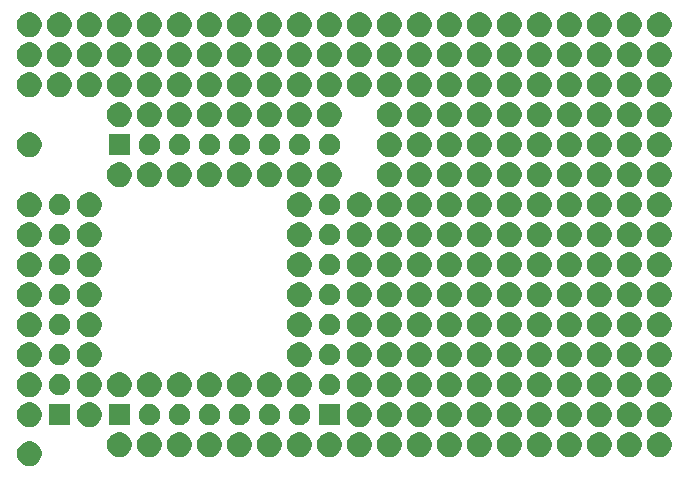
<source format=gbr>
G04 #@! TF.GenerationSoftware,KiCad,Pcbnew,5.1.5+dfsg1-2build2*
G04 #@! TF.CreationDate,2021-12-07T18:35:01-05:00*
G04 #@! TF.ProjectId,ESP32CAM_SJ4000_ENCLOSURE,45535033-3243-4414-9d5f-534a34303030,rev?*
G04 #@! TF.SameCoordinates,Original*
G04 #@! TF.FileFunction,Soldermask,Bot*
G04 #@! TF.FilePolarity,Negative*
%FSLAX46Y46*%
G04 Gerber Fmt 4.6, Leading zero omitted, Abs format (unit mm)*
G04 Created by KiCad (PCBNEW 5.1.5+dfsg1-2build2) date 2021-12-07 18:35:01*
%MOMM*%
%LPD*%
G04 APERTURE LIST*
%ADD10C,0.100000*%
G04 APERTURE END LIST*
D10*
G36*
X102147716Y-138245379D02*
G01*
X102338892Y-138324567D01*
X102338894Y-138324568D01*
X102510948Y-138439531D01*
X102657269Y-138585852D01*
X102772233Y-138757908D01*
X102851421Y-138949084D01*
X102891790Y-139152034D01*
X102891790Y-139358966D01*
X102851421Y-139561916D01*
X102772233Y-139753092D01*
X102772232Y-139753094D01*
X102657269Y-139925148D01*
X102510948Y-140071469D01*
X102338894Y-140186432D01*
X102338893Y-140186433D01*
X102338892Y-140186433D01*
X102147716Y-140265621D01*
X101944766Y-140305990D01*
X101737834Y-140305990D01*
X101534884Y-140265621D01*
X101343708Y-140186433D01*
X101343707Y-140186433D01*
X101343706Y-140186432D01*
X101171652Y-140071469D01*
X101025331Y-139925148D01*
X100910368Y-139753094D01*
X100910367Y-139753092D01*
X100831179Y-139561916D01*
X100790810Y-139358966D01*
X100790810Y-139152034D01*
X100831179Y-138949084D01*
X100910367Y-138757908D01*
X101025331Y-138585852D01*
X101171652Y-138439531D01*
X101343706Y-138324568D01*
X101343708Y-138324567D01*
X101534884Y-138245379D01*
X101737834Y-138205010D01*
X101944766Y-138205010D01*
X102147716Y-138245379D01*
G37*
G36*
X130087864Y-137479389D02*
G01*
X130279133Y-137558615D01*
X130279135Y-137558616D01*
X130451273Y-137673635D01*
X130597665Y-137820027D01*
X130712685Y-137992167D01*
X130791911Y-138183436D01*
X130832300Y-138386484D01*
X130832300Y-138593516D01*
X130791911Y-138796564D01*
X130728735Y-138949084D01*
X130712684Y-138987835D01*
X130597665Y-139159973D01*
X130451273Y-139306365D01*
X130279135Y-139421384D01*
X130279134Y-139421385D01*
X130279133Y-139421385D01*
X130087864Y-139500611D01*
X129884816Y-139541000D01*
X129677784Y-139541000D01*
X129474736Y-139500611D01*
X129283467Y-139421385D01*
X129283466Y-139421385D01*
X129283465Y-139421384D01*
X129111327Y-139306365D01*
X128964935Y-139159973D01*
X128849916Y-138987835D01*
X128833865Y-138949084D01*
X128770689Y-138796564D01*
X128730300Y-138593516D01*
X128730300Y-138386484D01*
X128770689Y-138183436D01*
X128849915Y-137992167D01*
X128964935Y-137820027D01*
X129111327Y-137673635D01*
X129283465Y-137558616D01*
X129283467Y-137558615D01*
X129474736Y-137479389D01*
X129677784Y-137439000D01*
X129884816Y-137439000D01*
X130087864Y-137479389D01*
G37*
G36*
X109767864Y-137479389D02*
G01*
X109959133Y-137558615D01*
X109959135Y-137558616D01*
X110131273Y-137673635D01*
X110277665Y-137820027D01*
X110392685Y-137992167D01*
X110471911Y-138183436D01*
X110512300Y-138386484D01*
X110512300Y-138593516D01*
X110471911Y-138796564D01*
X110408735Y-138949084D01*
X110392684Y-138987835D01*
X110277665Y-139159973D01*
X110131273Y-139306365D01*
X109959135Y-139421384D01*
X109959134Y-139421385D01*
X109959133Y-139421385D01*
X109767864Y-139500611D01*
X109564816Y-139541000D01*
X109357784Y-139541000D01*
X109154736Y-139500611D01*
X108963467Y-139421385D01*
X108963466Y-139421385D01*
X108963465Y-139421384D01*
X108791327Y-139306365D01*
X108644935Y-139159973D01*
X108529916Y-138987835D01*
X108513865Y-138949084D01*
X108450689Y-138796564D01*
X108410300Y-138593516D01*
X108410300Y-138386484D01*
X108450689Y-138183436D01*
X108529915Y-137992167D01*
X108644935Y-137820027D01*
X108791327Y-137673635D01*
X108963465Y-137558616D01*
X108963467Y-137558615D01*
X109154736Y-137479389D01*
X109357784Y-137439000D01*
X109564816Y-137439000D01*
X109767864Y-137479389D01*
G37*
G36*
X127547864Y-137479389D02*
G01*
X127739133Y-137558615D01*
X127739135Y-137558616D01*
X127911273Y-137673635D01*
X128057665Y-137820027D01*
X128172685Y-137992167D01*
X128251911Y-138183436D01*
X128292300Y-138386484D01*
X128292300Y-138593516D01*
X128251911Y-138796564D01*
X128188735Y-138949084D01*
X128172684Y-138987835D01*
X128057665Y-139159973D01*
X127911273Y-139306365D01*
X127739135Y-139421384D01*
X127739134Y-139421385D01*
X127739133Y-139421385D01*
X127547864Y-139500611D01*
X127344816Y-139541000D01*
X127137784Y-139541000D01*
X126934736Y-139500611D01*
X126743467Y-139421385D01*
X126743466Y-139421385D01*
X126743465Y-139421384D01*
X126571327Y-139306365D01*
X126424935Y-139159973D01*
X126309916Y-138987835D01*
X126293865Y-138949084D01*
X126230689Y-138796564D01*
X126190300Y-138593516D01*
X126190300Y-138386484D01*
X126230689Y-138183436D01*
X126309915Y-137992167D01*
X126424935Y-137820027D01*
X126571327Y-137673635D01*
X126743465Y-137558616D01*
X126743467Y-137558615D01*
X126934736Y-137479389D01*
X127137784Y-137439000D01*
X127344816Y-137439000D01*
X127547864Y-137479389D01*
G37*
G36*
X112307864Y-137479389D02*
G01*
X112499133Y-137558615D01*
X112499135Y-137558616D01*
X112671273Y-137673635D01*
X112817665Y-137820027D01*
X112932685Y-137992167D01*
X113011911Y-138183436D01*
X113052300Y-138386484D01*
X113052300Y-138593516D01*
X113011911Y-138796564D01*
X112948735Y-138949084D01*
X112932684Y-138987835D01*
X112817665Y-139159973D01*
X112671273Y-139306365D01*
X112499135Y-139421384D01*
X112499134Y-139421385D01*
X112499133Y-139421385D01*
X112307864Y-139500611D01*
X112104816Y-139541000D01*
X111897784Y-139541000D01*
X111694736Y-139500611D01*
X111503467Y-139421385D01*
X111503466Y-139421385D01*
X111503465Y-139421384D01*
X111331327Y-139306365D01*
X111184935Y-139159973D01*
X111069916Y-138987835D01*
X111053865Y-138949084D01*
X110990689Y-138796564D01*
X110950300Y-138593516D01*
X110950300Y-138386484D01*
X110990689Y-138183436D01*
X111069915Y-137992167D01*
X111184935Y-137820027D01*
X111331327Y-137673635D01*
X111503465Y-137558616D01*
X111503467Y-137558615D01*
X111694736Y-137479389D01*
X111897784Y-137439000D01*
X112104816Y-137439000D01*
X112307864Y-137479389D01*
G37*
G36*
X114847864Y-137479389D02*
G01*
X115039133Y-137558615D01*
X115039135Y-137558616D01*
X115211273Y-137673635D01*
X115357665Y-137820027D01*
X115472685Y-137992167D01*
X115551911Y-138183436D01*
X115592300Y-138386484D01*
X115592300Y-138593516D01*
X115551911Y-138796564D01*
X115488735Y-138949084D01*
X115472684Y-138987835D01*
X115357665Y-139159973D01*
X115211273Y-139306365D01*
X115039135Y-139421384D01*
X115039134Y-139421385D01*
X115039133Y-139421385D01*
X114847864Y-139500611D01*
X114644816Y-139541000D01*
X114437784Y-139541000D01*
X114234736Y-139500611D01*
X114043467Y-139421385D01*
X114043466Y-139421385D01*
X114043465Y-139421384D01*
X113871327Y-139306365D01*
X113724935Y-139159973D01*
X113609916Y-138987835D01*
X113593865Y-138949084D01*
X113530689Y-138796564D01*
X113490300Y-138593516D01*
X113490300Y-138386484D01*
X113530689Y-138183436D01*
X113609915Y-137992167D01*
X113724935Y-137820027D01*
X113871327Y-137673635D01*
X114043465Y-137558616D01*
X114043467Y-137558615D01*
X114234736Y-137479389D01*
X114437784Y-137439000D01*
X114644816Y-137439000D01*
X114847864Y-137479389D01*
G37*
G36*
X117387864Y-137479389D02*
G01*
X117579133Y-137558615D01*
X117579135Y-137558616D01*
X117751273Y-137673635D01*
X117897665Y-137820027D01*
X118012685Y-137992167D01*
X118091911Y-138183436D01*
X118132300Y-138386484D01*
X118132300Y-138593516D01*
X118091911Y-138796564D01*
X118028735Y-138949084D01*
X118012684Y-138987835D01*
X117897665Y-139159973D01*
X117751273Y-139306365D01*
X117579135Y-139421384D01*
X117579134Y-139421385D01*
X117579133Y-139421385D01*
X117387864Y-139500611D01*
X117184816Y-139541000D01*
X116977784Y-139541000D01*
X116774736Y-139500611D01*
X116583467Y-139421385D01*
X116583466Y-139421385D01*
X116583465Y-139421384D01*
X116411327Y-139306365D01*
X116264935Y-139159973D01*
X116149916Y-138987835D01*
X116133865Y-138949084D01*
X116070689Y-138796564D01*
X116030300Y-138593516D01*
X116030300Y-138386484D01*
X116070689Y-138183436D01*
X116149915Y-137992167D01*
X116264935Y-137820027D01*
X116411327Y-137673635D01*
X116583465Y-137558616D01*
X116583467Y-137558615D01*
X116774736Y-137479389D01*
X116977784Y-137439000D01*
X117184816Y-137439000D01*
X117387864Y-137479389D01*
G37*
G36*
X119927864Y-137479389D02*
G01*
X120119133Y-137558615D01*
X120119135Y-137558616D01*
X120291273Y-137673635D01*
X120437665Y-137820027D01*
X120552685Y-137992167D01*
X120631911Y-138183436D01*
X120672300Y-138386484D01*
X120672300Y-138593516D01*
X120631911Y-138796564D01*
X120568735Y-138949084D01*
X120552684Y-138987835D01*
X120437665Y-139159973D01*
X120291273Y-139306365D01*
X120119135Y-139421384D01*
X120119134Y-139421385D01*
X120119133Y-139421385D01*
X119927864Y-139500611D01*
X119724816Y-139541000D01*
X119517784Y-139541000D01*
X119314736Y-139500611D01*
X119123467Y-139421385D01*
X119123466Y-139421385D01*
X119123465Y-139421384D01*
X118951327Y-139306365D01*
X118804935Y-139159973D01*
X118689916Y-138987835D01*
X118673865Y-138949084D01*
X118610689Y-138796564D01*
X118570300Y-138593516D01*
X118570300Y-138386484D01*
X118610689Y-138183436D01*
X118689915Y-137992167D01*
X118804935Y-137820027D01*
X118951327Y-137673635D01*
X119123465Y-137558616D01*
X119123467Y-137558615D01*
X119314736Y-137479389D01*
X119517784Y-137439000D01*
X119724816Y-137439000D01*
X119927864Y-137479389D01*
G37*
G36*
X122467864Y-137479389D02*
G01*
X122659133Y-137558615D01*
X122659135Y-137558616D01*
X122831273Y-137673635D01*
X122977665Y-137820027D01*
X123092685Y-137992167D01*
X123171911Y-138183436D01*
X123212300Y-138386484D01*
X123212300Y-138593516D01*
X123171911Y-138796564D01*
X123108735Y-138949084D01*
X123092684Y-138987835D01*
X122977665Y-139159973D01*
X122831273Y-139306365D01*
X122659135Y-139421384D01*
X122659134Y-139421385D01*
X122659133Y-139421385D01*
X122467864Y-139500611D01*
X122264816Y-139541000D01*
X122057784Y-139541000D01*
X121854736Y-139500611D01*
X121663467Y-139421385D01*
X121663466Y-139421385D01*
X121663465Y-139421384D01*
X121491327Y-139306365D01*
X121344935Y-139159973D01*
X121229916Y-138987835D01*
X121213865Y-138949084D01*
X121150689Y-138796564D01*
X121110300Y-138593516D01*
X121110300Y-138386484D01*
X121150689Y-138183436D01*
X121229915Y-137992167D01*
X121344935Y-137820027D01*
X121491327Y-137673635D01*
X121663465Y-137558616D01*
X121663467Y-137558615D01*
X121854736Y-137479389D01*
X122057784Y-137439000D01*
X122264816Y-137439000D01*
X122467864Y-137479389D01*
G37*
G36*
X125007864Y-137479389D02*
G01*
X125199133Y-137558615D01*
X125199135Y-137558616D01*
X125371273Y-137673635D01*
X125517665Y-137820027D01*
X125632685Y-137992167D01*
X125711911Y-138183436D01*
X125752300Y-138386484D01*
X125752300Y-138593516D01*
X125711911Y-138796564D01*
X125648735Y-138949084D01*
X125632684Y-138987835D01*
X125517665Y-139159973D01*
X125371273Y-139306365D01*
X125199135Y-139421384D01*
X125199134Y-139421385D01*
X125199133Y-139421385D01*
X125007864Y-139500611D01*
X124804816Y-139541000D01*
X124597784Y-139541000D01*
X124394736Y-139500611D01*
X124203467Y-139421385D01*
X124203466Y-139421385D01*
X124203465Y-139421384D01*
X124031327Y-139306365D01*
X123884935Y-139159973D01*
X123769916Y-138987835D01*
X123753865Y-138949084D01*
X123690689Y-138796564D01*
X123650300Y-138593516D01*
X123650300Y-138386484D01*
X123690689Y-138183436D01*
X123769915Y-137992167D01*
X123884935Y-137820027D01*
X124031327Y-137673635D01*
X124203465Y-137558616D01*
X124203467Y-137558615D01*
X124394736Y-137479389D01*
X124597784Y-137439000D01*
X124804816Y-137439000D01*
X125007864Y-137479389D01*
G37*
G36*
X132627864Y-137479389D02*
G01*
X132819133Y-137558615D01*
X132819135Y-137558616D01*
X132991273Y-137673635D01*
X133137665Y-137820027D01*
X133252685Y-137992167D01*
X133331911Y-138183436D01*
X133372300Y-138386484D01*
X133372300Y-138593516D01*
X133331911Y-138796564D01*
X133268735Y-138949084D01*
X133252684Y-138987835D01*
X133137665Y-139159973D01*
X132991273Y-139306365D01*
X132819135Y-139421384D01*
X132819134Y-139421385D01*
X132819133Y-139421385D01*
X132627864Y-139500611D01*
X132424816Y-139541000D01*
X132217784Y-139541000D01*
X132014736Y-139500611D01*
X131823467Y-139421385D01*
X131823466Y-139421385D01*
X131823465Y-139421384D01*
X131651327Y-139306365D01*
X131504935Y-139159973D01*
X131389916Y-138987835D01*
X131373865Y-138949084D01*
X131310689Y-138796564D01*
X131270300Y-138593516D01*
X131270300Y-138386484D01*
X131310689Y-138183436D01*
X131389915Y-137992167D01*
X131504935Y-137820027D01*
X131651327Y-137673635D01*
X131823465Y-137558616D01*
X131823467Y-137558615D01*
X132014736Y-137479389D01*
X132217784Y-137439000D01*
X132424816Y-137439000D01*
X132627864Y-137479389D01*
G37*
G36*
X137707864Y-137479389D02*
G01*
X137899133Y-137558615D01*
X137899135Y-137558616D01*
X138071273Y-137673635D01*
X138217665Y-137820027D01*
X138332685Y-137992167D01*
X138411911Y-138183436D01*
X138452300Y-138386484D01*
X138452300Y-138593516D01*
X138411911Y-138796564D01*
X138348735Y-138949084D01*
X138332684Y-138987835D01*
X138217665Y-139159973D01*
X138071273Y-139306365D01*
X137899135Y-139421384D01*
X137899134Y-139421385D01*
X137899133Y-139421385D01*
X137707864Y-139500611D01*
X137504816Y-139541000D01*
X137297784Y-139541000D01*
X137094736Y-139500611D01*
X136903467Y-139421385D01*
X136903466Y-139421385D01*
X136903465Y-139421384D01*
X136731327Y-139306365D01*
X136584935Y-139159973D01*
X136469916Y-138987835D01*
X136453865Y-138949084D01*
X136390689Y-138796564D01*
X136350300Y-138593516D01*
X136350300Y-138386484D01*
X136390689Y-138183436D01*
X136469915Y-137992167D01*
X136584935Y-137820027D01*
X136731327Y-137673635D01*
X136903465Y-137558616D01*
X136903467Y-137558615D01*
X137094736Y-137479389D01*
X137297784Y-137439000D01*
X137504816Y-137439000D01*
X137707864Y-137479389D01*
G37*
G36*
X140247864Y-137479389D02*
G01*
X140439133Y-137558615D01*
X140439135Y-137558616D01*
X140611273Y-137673635D01*
X140757665Y-137820027D01*
X140872685Y-137992167D01*
X140951911Y-138183436D01*
X140992300Y-138386484D01*
X140992300Y-138593516D01*
X140951911Y-138796564D01*
X140888735Y-138949084D01*
X140872684Y-138987835D01*
X140757665Y-139159973D01*
X140611273Y-139306365D01*
X140439135Y-139421384D01*
X140439134Y-139421385D01*
X140439133Y-139421385D01*
X140247864Y-139500611D01*
X140044816Y-139541000D01*
X139837784Y-139541000D01*
X139634736Y-139500611D01*
X139443467Y-139421385D01*
X139443466Y-139421385D01*
X139443465Y-139421384D01*
X139271327Y-139306365D01*
X139124935Y-139159973D01*
X139009916Y-138987835D01*
X138993865Y-138949084D01*
X138930689Y-138796564D01*
X138890300Y-138593516D01*
X138890300Y-138386484D01*
X138930689Y-138183436D01*
X139009915Y-137992167D01*
X139124935Y-137820027D01*
X139271327Y-137673635D01*
X139443465Y-137558616D01*
X139443467Y-137558615D01*
X139634736Y-137479389D01*
X139837784Y-137439000D01*
X140044816Y-137439000D01*
X140247864Y-137479389D01*
G37*
G36*
X142787864Y-137479389D02*
G01*
X142979133Y-137558615D01*
X142979135Y-137558616D01*
X143151273Y-137673635D01*
X143297665Y-137820027D01*
X143412685Y-137992167D01*
X143491911Y-138183436D01*
X143532300Y-138386484D01*
X143532300Y-138593516D01*
X143491911Y-138796564D01*
X143428735Y-138949084D01*
X143412684Y-138987835D01*
X143297665Y-139159973D01*
X143151273Y-139306365D01*
X142979135Y-139421384D01*
X142979134Y-139421385D01*
X142979133Y-139421385D01*
X142787864Y-139500611D01*
X142584816Y-139541000D01*
X142377784Y-139541000D01*
X142174736Y-139500611D01*
X141983467Y-139421385D01*
X141983466Y-139421385D01*
X141983465Y-139421384D01*
X141811327Y-139306365D01*
X141664935Y-139159973D01*
X141549916Y-138987835D01*
X141533865Y-138949084D01*
X141470689Y-138796564D01*
X141430300Y-138593516D01*
X141430300Y-138386484D01*
X141470689Y-138183436D01*
X141549915Y-137992167D01*
X141664935Y-137820027D01*
X141811327Y-137673635D01*
X141983465Y-137558616D01*
X141983467Y-137558615D01*
X142174736Y-137479389D01*
X142377784Y-137439000D01*
X142584816Y-137439000D01*
X142787864Y-137479389D01*
G37*
G36*
X145327864Y-137479389D02*
G01*
X145519133Y-137558615D01*
X145519135Y-137558616D01*
X145691273Y-137673635D01*
X145837665Y-137820027D01*
X145952685Y-137992167D01*
X146031911Y-138183436D01*
X146072300Y-138386484D01*
X146072300Y-138593516D01*
X146031911Y-138796564D01*
X145968735Y-138949084D01*
X145952684Y-138987835D01*
X145837665Y-139159973D01*
X145691273Y-139306365D01*
X145519135Y-139421384D01*
X145519134Y-139421385D01*
X145519133Y-139421385D01*
X145327864Y-139500611D01*
X145124816Y-139541000D01*
X144917784Y-139541000D01*
X144714736Y-139500611D01*
X144523467Y-139421385D01*
X144523466Y-139421385D01*
X144523465Y-139421384D01*
X144351327Y-139306365D01*
X144204935Y-139159973D01*
X144089916Y-138987835D01*
X144073865Y-138949084D01*
X144010689Y-138796564D01*
X143970300Y-138593516D01*
X143970300Y-138386484D01*
X144010689Y-138183436D01*
X144089915Y-137992167D01*
X144204935Y-137820027D01*
X144351327Y-137673635D01*
X144523465Y-137558616D01*
X144523467Y-137558615D01*
X144714736Y-137479389D01*
X144917784Y-137439000D01*
X145124816Y-137439000D01*
X145327864Y-137479389D01*
G37*
G36*
X147867864Y-137479389D02*
G01*
X148059133Y-137558615D01*
X148059135Y-137558616D01*
X148231273Y-137673635D01*
X148377665Y-137820027D01*
X148492685Y-137992167D01*
X148571911Y-138183436D01*
X148612300Y-138386484D01*
X148612300Y-138593516D01*
X148571911Y-138796564D01*
X148508735Y-138949084D01*
X148492684Y-138987835D01*
X148377665Y-139159973D01*
X148231273Y-139306365D01*
X148059135Y-139421384D01*
X148059134Y-139421385D01*
X148059133Y-139421385D01*
X147867864Y-139500611D01*
X147664816Y-139541000D01*
X147457784Y-139541000D01*
X147254736Y-139500611D01*
X147063467Y-139421385D01*
X147063466Y-139421385D01*
X147063465Y-139421384D01*
X146891327Y-139306365D01*
X146744935Y-139159973D01*
X146629916Y-138987835D01*
X146613865Y-138949084D01*
X146550689Y-138796564D01*
X146510300Y-138593516D01*
X146510300Y-138386484D01*
X146550689Y-138183436D01*
X146629915Y-137992167D01*
X146744935Y-137820027D01*
X146891327Y-137673635D01*
X147063465Y-137558616D01*
X147063467Y-137558615D01*
X147254736Y-137479389D01*
X147457784Y-137439000D01*
X147664816Y-137439000D01*
X147867864Y-137479389D01*
G37*
G36*
X150407864Y-137479389D02*
G01*
X150599133Y-137558615D01*
X150599135Y-137558616D01*
X150771273Y-137673635D01*
X150917665Y-137820027D01*
X151032685Y-137992167D01*
X151111911Y-138183436D01*
X151152300Y-138386484D01*
X151152300Y-138593516D01*
X151111911Y-138796564D01*
X151048735Y-138949084D01*
X151032684Y-138987835D01*
X150917665Y-139159973D01*
X150771273Y-139306365D01*
X150599135Y-139421384D01*
X150599134Y-139421385D01*
X150599133Y-139421385D01*
X150407864Y-139500611D01*
X150204816Y-139541000D01*
X149997784Y-139541000D01*
X149794736Y-139500611D01*
X149603467Y-139421385D01*
X149603466Y-139421385D01*
X149603465Y-139421384D01*
X149431327Y-139306365D01*
X149284935Y-139159973D01*
X149169916Y-138987835D01*
X149153865Y-138949084D01*
X149090689Y-138796564D01*
X149050300Y-138593516D01*
X149050300Y-138386484D01*
X149090689Y-138183436D01*
X149169915Y-137992167D01*
X149284935Y-137820027D01*
X149431327Y-137673635D01*
X149603465Y-137558616D01*
X149603467Y-137558615D01*
X149794736Y-137479389D01*
X149997784Y-137439000D01*
X150204816Y-137439000D01*
X150407864Y-137479389D01*
G37*
G36*
X152947864Y-137479389D02*
G01*
X153139133Y-137558615D01*
X153139135Y-137558616D01*
X153311273Y-137673635D01*
X153457665Y-137820027D01*
X153572685Y-137992167D01*
X153651911Y-138183436D01*
X153692300Y-138386484D01*
X153692300Y-138593516D01*
X153651911Y-138796564D01*
X153588735Y-138949084D01*
X153572684Y-138987835D01*
X153457665Y-139159973D01*
X153311273Y-139306365D01*
X153139135Y-139421384D01*
X153139134Y-139421385D01*
X153139133Y-139421385D01*
X152947864Y-139500611D01*
X152744816Y-139541000D01*
X152537784Y-139541000D01*
X152334736Y-139500611D01*
X152143467Y-139421385D01*
X152143466Y-139421385D01*
X152143465Y-139421384D01*
X151971327Y-139306365D01*
X151824935Y-139159973D01*
X151709916Y-138987835D01*
X151693865Y-138949084D01*
X151630689Y-138796564D01*
X151590300Y-138593516D01*
X151590300Y-138386484D01*
X151630689Y-138183436D01*
X151709915Y-137992167D01*
X151824935Y-137820027D01*
X151971327Y-137673635D01*
X152143465Y-137558616D01*
X152143467Y-137558615D01*
X152334736Y-137479389D01*
X152537784Y-137439000D01*
X152744816Y-137439000D01*
X152947864Y-137479389D01*
G37*
G36*
X155487864Y-137479389D02*
G01*
X155679133Y-137558615D01*
X155679135Y-137558616D01*
X155851273Y-137673635D01*
X155997665Y-137820027D01*
X156112685Y-137992167D01*
X156191911Y-138183436D01*
X156232300Y-138386484D01*
X156232300Y-138593516D01*
X156191911Y-138796564D01*
X156128735Y-138949084D01*
X156112684Y-138987835D01*
X155997665Y-139159973D01*
X155851273Y-139306365D01*
X155679135Y-139421384D01*
X155679134Y-139421385D01*
X155679133Y-139421385D01*
X155487864Y-139500611D01*
X155284816Y-139541000D01*
X155077784Y-139541000D01*
X154874736Y-139500611D01*
X154683467Y-139421385D01*
X154683466Y-139421385D01*
X154683465Y-139421384D01*
X154511327Y-139306365D01*
X154364935Y-139159973D01*
X154249916Y-138987835D01*
X154233865Y-138949084D01*
X154170689Y-138796564D01*
X154130300Y-138593516D01*
X154130300Y-138386484D01*
X154170689Y-138183436D01*
X154249915Y-137992167D01*
X154364935Y-137820027D01*
X154511327Y-137673635D01*
X154683465Y-137558616D01*
X154683467Y-137558615D01*
X154874736Y-137479389D01*
X155077784Y-137439000D01*
X155284816Y-137439000D01*
X155487864Y-137479389D01*
G37*
G36*
X135167864Y-137479389D02*
G01*
X135359133Y-137558615D01*
X135359135Y-137558616D01*
X135531273Y-137673635D01*
X135677665Y-137820027D01*
X135792685Y-137992167D01*
X135871911Y-138183436D01*
X135912300Y-138386484D01*
X135912300Y-138593516D01*
X135871911Y-138796564D01*
X135808735Y-138949084D01*
X135792684Y-138987835D01*
X135677665Y-139159973D01*
X135531273Y-139306365D01*
X135359135Y-139421384D01*
X135359134Y-139421385D01*
X135359133Y-139421385D01*
X135167864Y-139500611D01*
X134964816Y-139541000D01*
X134757784Y-139541000D01*
X134554736Y-139500611D01*
X134363467Y-139421385D01*
X134363466Y-139421385D01*
X134363465Y-139421384D01*
X134191327Y-139306365D01*
X134044935Y-139159973D01*
X133929916Y-138987835D01*
X133913865Y-138949084D01*
X133850689Y-138796564D01*
X133810300Y-138593516D01*
X133810300Y-138386484D01*
X133850689Y-138183436D01*
X133929915Y-137992167D01*
X134044935Y-137820027D01*
X134191327Y-137673635D01*
X134363465Y-137558616D01*
X134363467Y-137558615D01*
X134554736Y-137479389D01*
X134757784Y-137439000D01*
X134964816Y-137439000D01*
X135167864Y-137479389D01*
G37*
G36*
X145327864Y-134939389D02*
G01*
X145519133Y-135018615D01*
X145519135Y-135018616D01*
X145691273Y-135133635D01*
X145837665Y-135280027D01*
X145901556Y-135375646D01*
X145952685Y-135452167D01*
X146031911Y-135643436D01*
X146072300Y-135846484D01*
X146072300Y-136053516D01*
X146031911Y-136256564D01*
X145982115Y-136376782D01*
X145952684Y-136447835D01*
X145837665Y-136619973D01*
X145691273Y-136766365D01*
X145519135Y-136881384D01*
X145519134Y-136881385D01*
X145519133Y-136881385D01*
X145327864Y-136960611D01*
X145124816Y-137001000D01*
X144917784Y-137001000D01*
X144714736Y-136960611D01*
X144523467Y-136881385D01*
X144523466Y-136881385D01*
X144523465Y-136881384D01*
X144351327Y-136766365D01*
X144204935Y-136619973D01*
X144089916Y-136447835D01*
X144060485Y-136376782D01*
X144010689Y-136256564D01*
X143970300Y-136053516D01*
X143970300Y-135846484D01*
X144010689Y-135643436D01*
X144089915Y-135452167D01*
X144141045Y-135375646D01*
X144204935Y-135280027D01*
X144351327Y-135133635D01*
X144523465Y-135018616D01*
X144523467Y-135018615D01*
X144714736Y-134939389D01*
X144917784Y-134899000D01*
X145124816Y-134899000D01*
X145327864Y-134939389D01*
G37*
G36*
X130087864Y-134939389D02*
G01*
X130279133Y-135018615D01*
X130279135Y-135018616D01*
X130451273Y-135133635D01*
X130597665Y-135280027D01*
X130661556Y-135375646D01*
X130712685Y-135452167D01*
X130791911Y-135643436D01*
X130832300Y-135846484D01*
X130832300Y-136053516D01*
X130791911Y-136256564D01*
X130742115Y-136376782D01*
X130712684Y-136447835D01*
X130597665Y-136619973D01*
X130451273Y-136766365D01*
X130279135Y-136881384D01*
X130279134Y-136881385D01*
X130279133Y-136881385D01*
X130087864Y-136960611D01*
X129884816Y-137001000D01*
X129677784Y-137001000D01*
X129474736Y-136960611D01*
X129283467Y-136881385D01*
X129283466Y-136881385D01*
X129283465Y-136881384D01*
X129111327Y-136766365D01*
X128964935Y-136619973D01*
X128849916Y-136447835D01*
X128820485Y-136376782D01*
X128770689Y-136256564D01*
X128730300Y-136053516D01*
X128730300Y-135846484D01*
X128770689Y-135643436D01*
X128849915Y-135452167D01*
X128901045Y-135375646D01*
X128964935Y-135280027D01*
X129111327Y-135133635D01*
X129283465Y-135018616D01*
X129283467Y-135018615D01*
X129474736Y-134939389D01*
X129677784Y-134899000D01*
X129884816Y-134899000D01*
X130087864Y-134939389D01*
G37*
G36*
X107227864Y-134939389D02*
G01*
X107419133Y-135018615D01*
X107419135Y-135018616D01*
X107591273Y-135133635D01*
X107737665Y-135280027D01*
X107801556Y-135375646D01*
X107852685Y-135452167D01*
X107931911Y-135643436D01*
X107972300Y-135846484D01*
X107972300Y-136053516D01*
X107931911Y-136256564D01*
X107882115Y-136376782D01*
X107852684Y-136447835D01*
X107737665Y-136619973D01*
X107591273Y-136766365D01*
X107419135Y-136881384D01*
X107419134Y-136881385D01*
X107419133Y-136881385D01*
X107227864Y-136960611D01*
X107024816Y-137001000D01*
X106817784Y-137001000D01*
X106614736Y-136960611D01*
X106423467Y-136881385D01*
X106423466Y-136881385D01*
X106423465Y-136881384D01*
X106251327Y-136766365D01*
X106104935Y-136619973D01*
X105989916Y-136447835D01*
X105960485Y-136376782D01*
X105910689Y-136256564D01*
X105870300Y-136053516D01*
X105870300Y-135846484D01*
X105910689Y-135643436D01*
X105989915Y-135452167D01*
X106041045Y-135375646D01*
X106104935Y-135280027D01*
X106251327Y-135133635D01*
X106423465Y-135018616D01*
X106423467Y-135018615D01*
X106614736Y-134939389D01*
X106817784Y-134899000D01*
X107024816Y-134899000D01*
X107227864Y-134939389D01*
G37*
G36*
X102147864Y-134939389D02*
G01*
X102339133Y-135018615D01*
X102339135Y-135018616D01*
X102511273Y-135133635D01*
X102657665Y-135280027D01*
X102721556Y-135375646D01*
X102772685Y-135452167D01*
X102851911Y-135643436D01*
X102892300Y-135846484D01*
X102892300Y-136053516D01*
X102851911Y-136256564D01*
X102802115Y-136376782D01*
X102772684Y-136447835D01*
X102657665Y-136619973D01*
X102511273Y-136766365D01*
X102339135Y-136881384D01*
X102339134Y-136881385D01*
X102339133Y-136881385D01*
X102147864Y-136960611D01*
X101944816Y-137001000D01*
X101737784Y-137001000D01*
X101534736Y-136960611D01*
X101343467Y-136881385D01*
X101343466Y-136881385D01*
X101343465Y-136881384D01*
X101171327Y-136766365D01*
X101024935Y-136619973D01*
X100909916Y-136447835D01*
X100880485Y-136376782D01*
X100830689Y-136256564D01*
X100790300Y-136053516D01*
X100790300Y-135846484D01*
X100830689Y-135643436D01*
X100909915Y-135452167D01*
X100961045Y-135375646D01*
X101024935Y-135280027D01*
X101171327Y-135133635D01*
X101343465Y-135018616D01*
X101343467Y-135018615D01*
X101534736Y-134939389D01*
X101737784Y-134899000D01*
X101944816Y-134899000D01*
X102147864Y-134939389D01*
G37*
G36*
X132627864Y-134939389D02*
G01*
X132819133Y-135018615D01*
X132819135Y-135018616D01*
X132991273Y-135133635D01*
X133137665Y-135280027D01*
X133201556Y-135375646D01*
X133252685Y-135452167D01*
X133331911Y-135643436D01*
X133372300Y-135846484D01*
X133372300Y-136053516D01*
X133331911Y-136256564D01*
X133282115Y-136376782D01*
X133252684Y-136447835D01*
X133137665Y-136619973D01*
X132991273Y-136766365D01*
X132819135Y-136881384D01*
X132819134Y-136881385D01*
X132819133Y-136881385D01*
X132627864Y-136960611D01*
X132424816Y-137001000D01*
X132217784Y-137001000D01*
X132014736Y-136960611D01*
X131823467Y-136881385D01*
X131823466Y-136881385D01*
X131823465Y-136881384D01*
X131651327Y-136766365D01*
X131504935Y-136619973D01*
X131389916Y-136447835D01*
X131360485Y-136376782D01*
X131310689Y-136256564D01*
X131270300Y-136053516D01*
X131270300Y-135846484D01*
X131310689Y-135643436D01*
X131389915Y-135452167D01*
X131441045Y-135375646D01*
X131504935Y-135280027D01*
X131651327Y-135133635D01*
X131823465Y-135018616D01*
X131823467Y-135018615D01*
X132014736Y-134939389D01*
X132217784Y-134899000D01*
X132424816Y-134899000D01*
X132627864Y-134939389D01*
G37*
G36*
X135167864Y-134939389D02*
G01*
X135359133Y-135018615D01*
X135359135Y-135018616D01*
X135531273Y-135133635D01*
X135677665Y-135280027D01*
X135741556Y-135375646D01*
X135792685Y-135452167D01*
X135871911Y-135643436D01*
X135912300Y-135846484D01*
X135912300Y-136053516D01*
X135871911Y-136256564D01*
X135822115Y-136376782D01*
X135792684Y-136447835D01*
X135677665Y-136619973D01*
X135531273Y-136766365D01*
X135359135Y-136881384D01*
X135359134Y-136881385D01*
X135359133Y-136881385D01*
X135167864Y-136960611D01*
X134964816Y-137001000D01*
X134757784Y-137001000D01*
X134554736Y-136960611D01*
X134363467Y-136881385D01*
X134363466Y-136881385D01*
X134363465Y-136881384D01*
X134191327Y-136766365D01*
X134044935Y-136619973D01*
X133929916Y-136447835D01*
X133900485Y-136376782D01*
X133850689Y-136256564D01*
X133810300Y-136053516D01*
X133810300Y-135846484D01*
X133850689Y-135643436D01*
X133929915Y-135452167D01*
X133981045Y-135375646D01*
X134044935Y-135280027D01*
X134191327Y-135133635D01*
X134363465Y-135018616D01*
X134363467Y-135018615D01*
X134554736Y-134939389D01*
X134757784Y-134899000D01*
X134964816Y-134899000D01*
X135167864Y-134939389D01*
G37*
G36*
X137707864Y-134939389D02*
G01*
X137899133Y-135018615D01*
X137899135Y-135018616D01*
X138071273Y-135133635D01*
X138217665Y-135280027D01*
X138281556Y-135375646D01*
X138332685Y-135452167D01*
X138411911Y-135643436D01*
X138452300Y-135846484D01*
X138452300Y-136053516D01*
X138411911Y-136256564D01*
X138362115Y-136376782D01*
X138332684Y-136447835D01*
X138217665Y-136619973D01*
X138071273Y-136766365D01*
X137899135Y-136881384D01*
X137899134Y-136881385D01*
X137899133Y-136881385D01*
X137707864Y-136960611D01*
X137504816Y-137001000D01*
X137297784Y-137001000D01*
X137094736Y-136960611D01*
X136903467Y-136881385D01*
X136903466Y-136881385D01*
X136903465Y-136881384D01*
X136731327Y-136766365D01*
X136584935Y-136619973D01*
X136469916Y-136447835D01*
X136440485Y-136376782D01*
X136390689Y-136256564D01*
X136350300Y-136053516D01*
X136350300Y-135846484D01*
X136390689Y-135643436D01*
X136469915Y-135452167D01*
X136521045Y-135375646D01*
X136584935Y-135280027D01*
X136731327Y-135133635D01*
X136903465Y-135018616D01*
X136903467Y-135018615D01*
X137094736Y-134939389D01*
X137297784Y-134899000D01*
X137504816Y-134899000D01*
X137707864Y-134939389D01*
G37*
G36*
X140247864Y-134939389D02*
G01*
X140439133Y-135018615D01*
X140439135Y-135018616D01*
X140611273Y-135133635D01*
X140757665Y-135280027D01*
X140821556Y-135375646D01*
X140872685Y-135452167D01*
X140951911Y-135643436D01*
X140992300Y-135846484D01*
X140992300Y-136053516D01*
X140951911Y-136256564D01*
X140902115Y-136376782D01*
X140872684Y-136447835D01*
X140757665Y-136619973D01*
X140611273Y-136766365D01*
X140439135Y-136881384D01*
X140439134Y-136881385D01*
X140439133Y-136881385D01*
X140247864Y-136960611D01*
X140044816Y-137001000D01*
X139837784Y-137001000D01*
X139634736Y-136960611D01*
X139443467Y-136881385D01*
X139443466Y-136881385D01*
X139443465Y-136881384D01*
X139271327Y-136766365D01*
X139124935Y-136619973D01*
X139009916Y-136447835D01*
X138980485Y-136376782D01*
X138930689Y-136256564D01*
X138890300Y-136053516D01*
X138890300Y-135846484D01*
X138930689Y-135643436D01*
X139009915Y-135452167D01*
X139061045Y-135375646D01*
X139124935Y-135280027D01*
X139271327Y-135133635D01*
X139443465Y-135018616D01*
X139443467Y-135018615D01*
X139634736Y-134939389D01*
X139837784Y-134899000D01*
X140044816Y-134899000D01*
X140247864Y-134939389D01*
G37*
G36*
X142787864Y-134939389D02*
G01*
X142979133Y-135018615D01*
X142979135Y-135018616D01*
X143151273Y-135133635D01*
X143297665Y-135280027D01*
X143361556Y-135375646D01*
X143412685Y-135452167D01*
X143491911Y-135643436D01*
X143532300Y-135846484D01*
X143532300Y-136053516D01*
X143491911Y-136256564D01*
X143442115Y-136376782D01*
X143412684Y-136447835D01*
X143297665Y-136619973D01*
X143151273Y-136766365D01*
X142979135Y-136881384D01*
X142979134Y-136881385D01*
X142979133Y-136881385D01*
X142787864Y-136960611D01*
X142584816Y-137001000D01*
X142377784Y-137001000D01*
X142174736Y-136960611D01*
X141983467Y-136881385D01*
X141983466Y-136881385D01*
X141983465Y-136881384D01*
X141811327Y-136766365D01*
X141664935Y-136619973D01*
X141549916Y-136447835D01*
X141520485Y-136376782D01*
X141470689Y-136256564D01*
X141430300Y-136053516D01*
X141430300Y-135846484D01*
X141470689Y-135643436D01*
X141549915Y-135452167D01*
X141601045Y-135375646D01*
X141664935Y-135280027D01*
X141811327Y-135133635D01*
X141983465Y-135018616D01*
X141983467Y-135018615D01*
X142174736Y-134939389D01*
X142377784Y-134899000D01*
X142584816Y-134899000D01*
X142787864Y-134939389D01*
G37*
G36*
X150407864Y-134939389D02*
G01*
X150599133Y-135018615D01*
X150599135Y-135018616D01*
X150771273Y-135133635D01*
X150917665Y-135280027D01*
X150981556Y-135375646D01*
X151032685Y-135452167D01*
X151111911Y-135643436D01*
X151152300Y-135846484D01*
X151152300Y-136053516D01*
X151111911Y-136256564D01*
X151062115Y-136376782D01*
X151032684Y-136447835D01*
X150917665Y-136619973D01*
X150771273Y-136766365D01*
X150599135Y-136881384D01*
X150599134Y-136881385D01*
X150599133Y-136881385D01*
X150407864Y-136960611D01*
X150204816Y-137001000D01*
X149997784Y-137001000D01*
X149794736Y-136960611D01*
X149603467Y-136881385D01*
X149603466Y-136881385D01*
X149603465Y-136881384D01*
X149431327Y-136766365D01*
X149284935Y-136619973D01*
X149169916Y-136447835D01*
X149140485Y-136376782D01*
X149090689Y-136256564D01*
X149050300Y-136053516D01*
X149050300Y-135846484D01*
X149090689Y-135643436D01*
X149169915Y-135452167D01*
X149221045Y-135375646D01*
X149284935Y-135280027D01*
X149431327Y-135133635D01*
X149603465Y-135018616D01*
X149603467Y-135018615D01*
X149794736Y-134939389D01*
X149997784Y-134899000D01*
X150204816Y-134899000D01*
X150407864Y-134939389D01*
G37*
G36*
X152947864Y-134939389D02*
G01*
X153139133Y-135018615D01*
X153139135Y-135018616D01*
X153311273Y-135133635D01*
X153457665Y-135280027D01*
X153521556Y-135375646D01*
X153572685Y-135452167D01*
X153651911Y-135643436D01*
X153692300Y-135846484D01*
X153692300Y-136053516D01*
X153651911Y-136256564D01*
X153602115Y-136376782D01*
X153572684Y-136447835D01*
X153457665Y-136619973D01*
X153311273Y-136766365D01*
X153139135Y-136881384D01*
X153139134Y-136881385D01*
X153139133Y-136881385D01*
X152947864Y-136960611D01*
X152744816Y-137001000D01*
X152537784Y-137001000D01*
X152334736Y-136960611D01*
X152143467Y-136881385D01*
X152143466Y-136881385D01*
X152143465Y-136881384D01*
X151971327Y-136766365D01*
X151824935Y-136619973D01*
X151709916Y-136447835D01*
X151680485Y-136376782D01*
X151630689Y-136256564D01*
X151590300Y-136053516D01*
X151590300Y-135846484D01*
X151630689Y-135643436D01*
X151709915Y-135452167D01*
X151761045Y-135375646D01*
X151824935Y-135280027D01*
X151971327Y-135133635D01*
X152143465Y-135018616D01*
X152143467Y-135018615D01*
X152334736Y-134939389D01*
X152537784Y-134899000D01*
X152744816Y-134899000D01*
X152947864Y-134939389D01*
G37*
G36*
X147867864Y-134939389D02*
G01*
X148059133Y-135018615D01*
X148059135Y-135018616D01*
X148231273Y-135133635D01*
X148377665Y-135280027D01*
X148441556Y-135375646D01*
X148492685Y-135452167D01*
X148571911Y-135643436D01*
X148612300Y-135846484D01*
X148612300Y-136053516D01*
X148571911Y-136256564D01*
X148522115Y-136376782D01*
X148492684Y-136447835D01*
X148377665Y-136619973D01*
X148231273Y-136766365D01*
X148059135Y-136881384D01*
X148059134Y-136881385D01*
X148059133Y-136881385D01*
X147867864Y-136960611D01*
X147664816Y-137001000D01*
X147457784Y-137001000D01*
X147254736Y-136960611D01*
X147063467Y-136881385D01*
X147063466Y-136881385D01*
X147063465Y-136881384D01*
X146891327Y-136766365D01*
X146744935Y-136619973D01*
X146629916Y-136447835D01*
X146600485Y-136376782D01*
X146550689Y-136256564D01*
X146510300Y-136053516D01*
X146510300Y-135846484D01*
X146550689Y-135643436D01*
X146629915Y-135452167D01*
X146681045Y-135375646D01*
X146744935Y-135280027D01*
X146891327Y-135133635D01*
X147063465Y-135018616D01*
X147063467Y-135018615D01*
X147254736Y-134939389D01*
X147457784Y-134899000D01*
X147664816Y-134899000D01*
X147867864Y-134939389D01*
G37*
G36*
X155487864Y-134939389D02*
G01*
X155679133Y-135018615D01*
X155679135Y-135018616D01*
X155851273Y-135133635D01*
X155997665Y-135280027D01*
X156061556Y-135375646D01*
X156112685Y-135452167D01*
X156191911Y-135643436D01*
X156232300Y-135846484D01*
X156232300Y-136053516D01*
X156191911Y-136256564D01*
X156142115Y-136376782D01*
X156112684Y-136447835D01*
X155997665Y-136619973D01*
X155851273Y-136766365D01*
X155679135Y-136881384D01*
X155679134Y-136881385D01*
X155679133Y-136881385D01*
X155487864Y-136960611D01*
X155284816Y-137001000D01*
X155077784Y-137001000D01*
X154874736Y-136960611D01*
X154683467Y-136881385D01*
X154683466Y-136881385D01*
X154683465Y-136881384D01*
X154511327Y-136766365D01*
X154364935Y-136619973D01*
X154249916Y-136447835D01*
X154220485Y-136376782D01*
X154170689Y-136256564D01*
X154130300Y-136053516D01*
X154130300Y-135846484D01*
X154170689Y-135643436D01*
X154249915Y-135452167D01*
X154301045Y-135375646D01*
X154364935Y-135280027D01*
X154511327Y-135133635D01*
X154683465Y-135018616D01*
X154683467Y-135018615D01*
X154874736Y-134939389D01*
X155077784Y-134899000D01*
X155284816Y-134899000D01*
X155487864Y-134939389D01*
G37*
G36*
X122274812Y-135053927D02*
G01*
X122424112Y-135083624D01*
X122588084Y-135151544D01*
X122735654Y-135250147D01*
X122861153Y-135375646D01*
X122959756Y-135523216D01*
X123027676Y-135687188D01*
X123062300Y-135861259D01*
X123062300Y-136038741D01*
X123027676Y-136212812D01*
X122959756Y-136376784D01*
X122861153Y-136524354D01*
X122735654Y-136649853D01*
X122588084Y-136748456D01*
X122424112Y-136816376D01*
X122274812Y-136846073D01*
X122250042Y-136851000D01*
X122072558Y-136851000D01*
X122047788Y-136846073D01*
X121898488Y-136816376D01*
X121734516Y-136748456D01*
X121586946Y-136649853D01*
X121461447Y-136524354D01*
X121362844Y-136376784D01*
X121294924Y-136212812D01*
X121260300Y-136038741D01*
X121260300Y-135861259D01*
X121294924Y-135687188D01*
X121362844Y-135523216D01*
X121461447Y-135375646D01*
X121586946Y-135250147D01*
X121734516Y-135151544D01*
X121898488Y-135083624D01*
X122047788Y-135053927D01*
X122072558Y-135049000D01*
X122250042Y-135049000D01*
X122274812Y-135053927D01*
G37*
G36*
X105282300Y-136851000D02*
G01*
X103480300Y-136851000D01*
X103480300Y-135049000D01*
X105282300Y-135049000D01*
X105282300Y-136851000D01*
G37*
G36*
X110362300Y-136851000D02*
G01*
X108560300Y-136851000D01*
X108560300Y-135049000D01*
X110362300Y-135049000D01*
X110362300Y-136851000D01*
G37*
G36*
X112114812Y-135053927D02*
G01*
X112264112Y-135083624D01*
X112428084Y-135151544D01*
X112575654Y-135250147D01*
X112701153Y-135375646D01*
X112799756Y-135523216D01*
X112867676Y-135687188D01*
X112902300Y-135861259D01*
X112902300Y-136038741D01*
X112867676Y-136212812D01*
X112799756Y-136376784D01*
X112701153Y-136524354D01*
X112575654Y-136649853D01*
X112428084Y-136748456D01*
X112264112Y-136816376D01*
X112114812Y-136846073D01*
X112090042Y-136851000D01*
X111912558Y-136851000D01*
X111887788Y-136846073D01*
X111738488Y-136816376D01*
X111574516Y-136748456D01*
X111426946Y-136649853D01*
X111301447Y-136524354D01*
X111202844Y-136376784D01*
X111134924Y-136212812D01*
X111100300Y-136038741D01*
X111100300Y-135861259D01*
X111134924Y-135687188D01*
X111202844Y-135523216D01*
X111301447Y-135375646D01*
X111426946Y-135250147D01*
X111574516Y-135151544D01*
X111738488Y-135083624D01*
X111887788Y-135053927D01*
X111912558Y-135049000D01*
X112090042Y-135049000D01*
X112114812Y-135053927D01*
G37*
G36*
X114654812Y-135053927D02*
G01*
X114804112Y-135083624D01*
X114968084Y-135151544D01*
X115115654Y-135250147D01*
X115241153Y-135375646D01*
X115339756Y-135523216D01*
X115407676Y-135687188D01*
X115442300Y-135861259D01*
X115442300Y-136038741D01*
X115407676Y-136212812D01*
X115339756Y-136376784D01*
X115241153Y-136524354D01*
X115115654Y-136649853D01*
X114968084Y-136748456D01*
X114804112Y-136816376D01*
X114654812Y-136846073D01*
X114630042Y-136851000D01*
X114452558Y-136851000D01*
X114427788Y-136846073D01*
X114278488Y-136816376D01*
X114114516Y-136748456D01*
X113966946Y-136649853D01*
X113841447Y-136524354D01*
X113742844Y-136376784D01*
X113674924Y-136212812D01*
X113640300Y-136038741D01*
X113640300Y-135861259D01*
X113674924Y-135687188D01*
X113742844Y-135523216D01*
X113841447Y-135375646D01*
X113966946Y-135250147D01*
X114114516Y-135151544D01*
X114278488Y-135083624D01*
X114427788Y-135053927D01*
X114452558Y-135049000D01*
X114630042Y-135049000D01*
X114654812Y-135053927D01*
G37*
G36*
X119734812Y-135053927D02*
G01*
X119884112Y-135083624D01*
X120048084Y-135151544D01*
X120195654Y-135250147D01*
X120321153Y-135375646D01*
X120419756Y-135523216D01*
X120487676Y-135687188D01*
X120522300Y-135861259D01*
X120522300Y-136038741D01*
X120487676Y-136212812D01*
X120419756Y-136376784D01*
X120321153Y-136524354D01*
X120195654Y-136649853D01*
X120048084Y-136748456D01*
X119884112Y-136816376D01*
X119734812Y-136846073D01*
X119710042Y-136851000D01*
X119532558Y-136851000D01*
X119507788Y-136846073D01*
X119358488Y-136816376D01*
X119194516Y-136748456D01*
X119046946Y-136649853D01*
X118921447Y-136524354D01*
X118822844Y-136376784D01*
X118754924Y-136212812D01*
X118720300Y-136038741D01*
X118720300Y-135861259D01*
X118754924Y-135687188D01*
X118822844Y-135523216D01*
X118921447Y-135375646D01*
X119046946Y-135250147D01*
X119194516Y-135151544D01*
X119358488Y-135083624D01*
X119507788Y-135053927D01*
X119532558Y-135049000D01*
X119710042Y-135049000D01*
X119734812Y-135053927D01*
G37*
G36*
X128142300Y-136851000D02*
G01*
X126340300Y-136851000D01*
X126340300Y-135049000D01*
X128142300Y-135049000D01*
X128142300Y-136851000D01*
G37*
G36*
X124814812Y-135053927D02*
G01*
X124964112Y-135083624D01*
X125128084Y-135151544D01*
X125275654Y-135250147D01*
X125401153Y-135375646D01*
X125499756Y-135523216D01*
X125567676Y-135687188D01*
X125602300Y-135861259D01*
X125602300Y-136038741D01*
X125567676Y-136212812D01*
X125499756Y-136376784D01*
X125401153Y-136524354D01*
X125275654Y-136649853D01*
X125128084Y-136748456D01*
X124964112Y-136816376D01*
X124814812Y-136846073D01*
X124790042Y-136851000D01*
X124612558Y-136851000D01*
X124587788Y-136846073D01*
X124438488Y-136816376D01*
X124274516Y-136748456D01*
X124126946Y-136649853D01*
X124001447Y-136524354D01*
X123902844Y-136376784D01*
X123834924Y-136212812D01*
X123800300Y-136038741D01*
X123800300Y-135861259D01*
X123834924Y-135687188D01*
X123902844Y-135523216D01*
X124001447Y-135375646D01*
X124126946Y-135250147D01*
X124274516Y-135151544D01*
X124438488Y-135083624D01*
X124587788Y-135053927D01*
X124612558Y-135049000D01*
X124790042Y-135049000D01*
X124814812Y-135053927D01*
G37*
G36*
X117194812Y-135053927D02*
G01*
X117344112Y-135083624D01*
X117508084Y-135151544D01*
X117655654Y-135250147D01*
X117781153Y-135375646D01*
X117879756Y-135523216D01*
X117947676Y-135687188D01*
X117982300Y-135861259D01*
X117982300Y-136038741D01*
X117947676Y-136212812D01*
X117879756Y-136376784D01*
X117781153Y-136524354D01*
X117655654Y-136649853D01*
X117508084Y-136748456D01*
X117344112Y-136816376D01*
X117194812Y-136846073D01*
X117170042Y-136851000D01*
X116992558Y-136851000D01*
X116967788Y-136846073D01*
X116818488Y-136816376D01*
X116654516Y-136748456D01*
X116506946Y-136649853D01*
X116381447Y-136524354D01*
X116282844Y-136376784D01*
X116214924Y-136212812D01*
X116180300Y-136038741D01*
X116180300Y-135861259D01*
X116214924Y-135687188D01*
X116282844Y-135523216D01*
X116381447Y-135375646D01*
X116506946Y-135250147D01*
X116654516Y-135151544D01*
X116818488Y-135083624D01*
X116967788Y-135053927D01*
X116992558Y-135049000D01*
X117170042Y-135049000D01*
X117194812Y-135053927D01*
G37*
G36*
X122467864Y-132399389D02*
G01*
X122659133Y-132478615D01*
X122659135Y-132478616D01*
X122831273Y-132593635D01*
X122977665Y-132740027D01*
X123041556Y-132835646D01*
X123092685Y-132912167D01*
X123171911Y-133103436D01*
X123212300Y-133306484D01*
X123212300Y-133513516D01*
X123171911Y-133716564D01*
X123122115Y-133836782D01*
X123092684Y-133907835D01*
X122977665Y-134079973D01*
X122831273Y-134226365D01*
X122659135Y-134341384D01*
X122659134Y-134341385D01*
X122659133Y-134341385D01*
X122467864Y-134420611D01*
X122264816Y-134461000D01*
X122057784Y-134461000D01*
X121854736Y-134420611D01*
X121663467Y-134341385D01*
X121663466Y-134341385D01*
X121663465Y-134341384D01*
X121491327Y-134226365D01*
X121344935Y-134079973D01*
X121229916Y-133907835D01*
X121200485Y-133836782D01*
X121150689Y-133716564D01*
X121110300Y-133513516D01*
X121110300Y-133306484D01*
X121150689Y-133103436D01*
X121229915Y-132912167D01*
X121281045Y-132835646D01*
X121344935Y-132740027D01*
X121491327Y-132593635D01*
X121663465Y-132478616D01*
X121663467Y-132478615D01*
X121854736Y-132399389D01*
X122057784Y-132359000D01*
X122264816Y-132359000D01*
X122467864Y-132399389D01*
G37*
G36*
X109767864Y-132399389D02*
G01*
X109959133Y-132478615D01*
X109959135Y-132478616D01*
X110131273Y-132593635D01*
X110277665Y-132740027D01*
X110341556Y-132835646D01*
X110392685Y-132912167D01*
X110471911Y-133103436D01*
X110512300Y-133306484D01*
X110512300Y-133513516D01*
X110471911Y-133716564D01*
X110422115Y-133836782D01*
X110392684Y-133907835D01*
X110277665Y-134079973D01*
X110131273Y-134226365D01*
X109959135Y-134341384D01*
X109959134Y-134341385D01*
X109959133Y-134341385D01*
X109767864Y-134420611D01*
X109564816Y-134461000D01*
X109357784Y-134461000D01*
X109154736Y-134420611D01*
X108963467Y-134341385D01*
X108963466Y-134341385D01*
X108963465Y-134341384D01*
X108791327Y-134226365D01*
X108644935Y-134079973D01*
X108529916Y-133907835D01*
X108500485Y-133836782D01*
X108450689Y-133716564D01*
X108410300Y-133513516D01*
X108410300Y-133306484D01*
X108450689Y-133103436D01*
X108529915Y-132912167D01*
X108581045Y-132835646D01*
X108644935Y-132740027D01*
X108791327Y-132593635D01*
X108963465Y-132478616D01*
X108963467Y-132478615D01*
X109154736Y-132399389D01*
X109357784Y-132359000D01*
X109564816Y-132359000D01*
X109767864Y-132399389D01*
G37*
G36*
X102147864Y-132399389D02*
G01*
X102339133Y-132478615D01*
X102339135Y-132478616D01*
X102511273Y-132593635D01*
X102657665Y-132740027D01*
X102721556Y-132835646D01*
X102772685Y-132912167D01*
X102851911Y-133103436D01*
X102892300Y-133306484D01*
X102892300Y-133513516D01*
X102851911Y-133716564D01*
X102802115Y-133836782D01*
X102772684Y-133907835D01*
X102657665Y-134079973D01*
X102511273Y-134226365D01*
X102339135Y-134341384D01*
X102339134Y-134341385D01*
X102339133Y-134341385D01*
X102147864Y-134420611D01*
X101944816Y-134461000D01*
X101737784Y-134461000D01*
X101534736Y-134420611D01*
X101343467Y-134341385D01*
X101343466Y-134341385D01*
X101343465Y-134341384D01*
X101171327Y-134226365D01*
X101024935Y-134079973D01*
X100909916Y-133907835D01*
X100880485Y-133836782D01*
X100830689Y-133716564D01*
X100790300Y-133513516D01*
X100790300Y-133306484D01*
X100830689Y-133103436D01*
X100909915Y-132912167D01*
X100961045Y-132835646D01*
X101024935Y-132740027D01*
X101171327Y-132593635D01*
X101343465Y-132478616D01*
X101343467Y-132478615D01*
X101534736Y-132399389D01*
X101737784Y-132359000D01*
X101944816Y-132359000D01*
X102147864Y-132399389D01*
G37*
G36*
X117387864Y-132399389D02*
G01*
X117579133Y-132478615D01*
X117579135Y-132478616D01*
X117751273Y-132593635D01*
X117897665Y-132740027D01*
X117961556Y-132835646D01*
X118012685Y-132912167D01*
X118091911Y-133103436D01*
X118132300Y-133306484D01*
X118132300Y-133513516D01*
X118091911Y-133716564D01*
X118042115Y-133836782D01*
X118012684Y-133907835D01*
X117897665Y-134079973D01*
X117751273Y-134226365D01*
X117579135Y-134341384D01*
X117579134Y-134341385D01*
X117579133Y-134341385D01*
X117387864Y-134420611D01*
X117184816Y-134461000D01*
X116977784Y-134461000D01*
X116774736Y-134420611D01*
X116583467Y-134341385D01*
X116583466Y-134341385D01*
X116583465Y-134341384D01*
X116411327Y-134226365D01*
X116264935Y-134079973D01*
X116149916Y-133907835D01*
X116120485Y-133836782D01*
X116070689Y-133716564D01*
X116030300Y-133513516D01*
X116030300Y-133306484D01*
X116070689Y-133103436D01*
X116149915Y-132912167D01*
X116201045Y-132835646D01*
X116264935Y-132740027D01*
X116411327Y-132593635D01*
X116583465Y-132478616D01*
X116583467Y-132478615D01*
X116774736Y-132399389D01*
X116977784Y-132359000D01*
X117184816Y-132359000D01*
X117387864Y-132399389D01*
G37*
G36*
X114847864Y-132399389D02*
G01*
X115039133Y-132478615D01*
X115039135Y-132478616D01*
X115211273Y-132593635D01*
X115357665Y-132740027D01*
X115421556Y-132835646D01*
X115472685Y-132912167D01*
X115551911Y-133103436D01*
X115592300Y-133306484D01*
X115592300Y-133513516D01*
X115551911Y-133716564D01*
X115502115Y-133836782D01*
X115472684Y-133907835D01*
X115357665Y-134079973D01*
X115211273Y-134226365D01*
X115039135Y-134341384D01*
X115039134Y-134341385D01*
X115039133Y-134341385D01*
X114847864Y-134420611D01*
X114644816Y-134461000D01*
X114437784Y-134461000D01*
X114234736Y-134420611D01*
X114043467Y-134341385D01*
X114043466Y-134341385D01*
X114043465Y-134341384D01*
X113871327Y-134226365D01*
X113724935Y-134079973D01*
X113609916Y-133907835D01*
X113580485Y-133836782D01*
X113530689Y-133716564D01*
X113490300Y-133513516D01*
X113490300Y-133306484D01*
X113530689Y-133103436D01*
X113609915Y-132912167D01*
X113661045Y-132835646D01*
X113724935Y-132740027D01*
X113871327Y-132593635D01*
X114043465Y-132478616D01*
X114043467Y-132478615D01*
X114234736Y-132399389D01*
X114437784Y-132359000D01*
X114644816Y-132359000D01*
X114847864Y-132399389D01*
G37*
G36*
X112307864Y-132399389D02*
G01*
X112499133Y-132478615D01*
X112499135Y-132478616D01*
X112671273Y-132593635D01*
X112817665Y-132740027D01*
X112881556Y-132835646D01*
X112932685Y-132912167D01*
X113011911Y-133103436D01*
X113052300Y-133306484D01*
X113052300Y-133513516D01*
X113011911Y-133716564D01*
X112962115Y-133836782D01*
X112932684Y-133907835D01*
X112817665Y-134079973D01*
X112671273Y-134226365D01*
X112499135Y-134341384D01*
X112499134Y-134341385D01*
X112499133Y-134341385D01*
X112307864Y-134420611D01*
X112104816Y-134461000D01*
X111897784Y-134461000D01*
X111694736Y-134420611D01*
X111503467Y-134341385D01*
X111503466Y-134341385D01*
X111503465Y-134341384D01*
X111331327Y-134226365D01*
X111184935Y-134079973D01*
X111069916Y-133907835D01*
X111040485Y-133836782D01*
X110990689Y-133716564D01*
X110950300Y-133513516D01*
X110950300Y-133306484D01*
X110990689Y-133103436D01*
X111069915Y-132912167D01*
X111121045Y-132835646D01*
X111184935Y-132740027D01*
X111331327Y-132593635D01*
X111503465Y-132478616D01*
X111503467Y-132478615D01*
X111694736Y-132399389D01*
X111897784Y-132359000D01*
X112104816Y-132359000D01*
X112307864Y-132399389D01*
G37*
G36*
X107227864Y-132399389D02*
G01*
X107419133Y-132478615D01*
X107419135Y-132478616D01*
X107591273Y-132593635D01*
X107737665Y-132740027D01*
X107801556Y-132835646D01*
X107852685Y-132912167D01*
X107931911Y-133103436D01*
X107972300Y-133306484D01*
X107972300Y-133513516D01*
X107931911Y-133716564D01*
X107882115Y-133836782D01*
X107852684Y-133907835D01*
X107737665Y-134079973D01*
X107591273Y-134226365D01*
X107419135Y-134341384D01*
X107419134Y-134341385D01*
X107419133Y-134341385D01*
X107227864Y-134420611D01*
X107024816Y-134461000D01*
X106817784Y-134461000D01*
X106614736Y-134420611D01*
X106423467Y-134341385D01*
X106423466Y-134341385D01*
X106423465Y-134341384D01*
X106251327Y-134226365D01*
X106104935Y-134079973D01*
X105989916Y-133907835D01*
X105960485Y-133836782D01*
X105910689Y-133716564D01*
X105870300Y-133513516D01*
X105870300Y-133306484D01*
X105910689Y-133103436D01*
X105989915Y-132912167D01*
X106041045Y-132835646D01*
X106104935Y-132740027D01*
X106251327Y-132593635D01*
X106423465Y-132478616D01*
X106423467Y-132478615D01*
X106614736Y-132399389D01*
X106817784Y-132359000D01*
X107024816Y-132359000D01*
X107227864Y-132399389D01*
G37*
G36*
X119927864Y-132399389D02*
G01*
X120119133Y-132478615D01*
X120119135Y-132478616D01*
X120291273Y-132593635D01*
X120437665Y-132740027D01*
X120501556Y-132835646D01*
X120552685Y-132912167D01*
X120631911Y-133103436D01*
X120672300Y-133306484D01*
X120672300Y-133513516D01*
X120631911Y-133716564D01*
X120582115Y-133836782D01*
X120552684Y-133907835D01*
X120437665Y-134079973D01*
X120291273Y-134226365D01*
X120119135Y-134341384D01*
X120119134Y-134341385D01*
X120119133Y-134341385D01*
X119927864Y-134420611D01*
X119724816Y-134461000D01*
X119517784Y-134461000D01*
X119314736Y-134420611D01*
X119123467Y-134341385D01*
X119123466Y-134341385D01*
X119123465Y-134341384D01*
X118951327Y-134226365D01*
X118804935Y-134079973D01*
X118689916Y-133907835D01*
X118660485Y-133836782D01*
X118610689Y-133716564D01*
X118570300Y-133513516D01*
X118570300Y-133306484D01*
X118610689Y-133103436D01*
X118689915Y-132912167D01*
X118741045Y-132835646D01*
X118804935Y-132740027D01*
X118951327Y-132593635D01*
X119123465Y-132478616D01*
X119123467Y-132478615D01*
X119314736Y-132399389D01*
X119517784Y-132359000D01*
X119724816Y-132359000D01*
X119927864Y-132399389D01*
G37*
G36*
X125007864Y-132399389D02*
G01*
X125199133Y-132478615D01*
X125199135Y-132478616D01*
X125371273Y-132593635D01*
X125517665Y-132740027D01*
X125581556Y-132835646D01*
X125632685Y-132912167D01*
X125711911Y-133103436D01*
X125752300Y-133306484D01*
X125752300Y-133513516D01*
X125711911Y-133716564D01*
X125662115Y-133836782D01*
X125632684Y-133907835D01*
X125517665Y-134079973D01*
X125371273Y-134226365D01*
X125199135Y-134341384D01*
X125199134Y-134341385D01*
X125199133Y-134341385D01*
X125007864Y-134420611D01*
X124804816Y-134461000D01*
X124597784Y-134461000D01*
X124394736Y-134420611D01*
X124203467Y-134341385D01*
X124203466Y-134341385D01*
X124203465Y-134341384D01*
X124031327Y-134226365D01*
X123884935Y-134079973D01*
X123769916Y-133907835D01*
X123740485Y-133836782D01*
X123690689Y-133716564D01*
X123650300Y-133513516D01*
X123650300Y-133306484D01*
X123690689Y-133103436D01*
X123769915Y-132912167D01*
X123821045Y-132835646D01*
X123884935Y-132740027D01*
X124031327Y-132593635D01*
X124203465Y-132478616D01*
X124203467Y-132478615D01*
X124394736Y-132399389D01*
X124597784Y-132359000D01*
X124804816Y-132359000D01*
X125007864Y-132399389D01*
G37*
G36*
X130087864Y-132399389D02*
G01*
X130279133Y-132478615D01*
X130279135Y-132478616D01*
X130451273Y-132593635D01*
X130597665Y-132740027D01*
X130661556Y-132835646D01*
X130712685Y-132912167D01*
X130791911Y-133103436D01*
X130832300Y-133306484D01*
X130832300Y-133513516D01*
X130791911Y-133716564D01*
X130742115Y-133836782D01*
X130712684Y-133907835D01*
X130597665Y-134079973D01*
X130451273Y-134226365D01*
X130279135Y-134341384D01*
X130279134Y-134341385D01*
X130279133Y-134341385D01*
X130087864Y-134420611D01*
X129884816Y-134461000D01*
X129677784Y-134461000D01*
X129474736Y-134420611D01*
X129283467Y-134341385D01*
X129283466Y-134341385D01*
X129283465Y-134341384D01*
X129111327Y-134226365D01*
X128964935Y-134079973D01*
X128849916Y-133907835D01*
X128820485Y-133836782D01*
X128770689Y-133716564D01*
X128730300Y-133513516D01*
X128730300Y-133306484D01*
X128770689Y-133103436D01*
X128849915Y-132912167D01*
X128901045Y-132835646D01*
X128964935Y-132740027D01*
X129111327Y-132593635D01*
X129283465Y-132478616D01*
X129283467Y-132478615D01*
X129474736Y-132399389D01*
X129677784Y-132359000D01*
X129884816Y-132359000D01*
X130087864Y-132399389D01*
G37*
G36*
X135167864Y-132399389D02*
G01*
X135359133Y-132478615D01*
X135359135Y-132478616D01*
X135531273Y-132593635D01*
X135677665Y-132740027D01*
X135741556Y-132835646D01*
X135792685Y-132912167D01*
X135871911Y-133103436D01*
X135912300Y-133306484D01*
X135912300Y-133513516D01*
X135871911Y-133716564D01*
X135822115Y-133836782D01*
X135792684Y-133907835D01*
X135677665Y-134079973D01*
X135531273Y-134226365D01*
X135359135Y-134341384D01*
X135359134Y-134341385D01*
X135359133Y-134341385D01*
X135167864Y-134420611D01*
X134964816Y-134461000D01*
X134757784Y-134461000D01*
X134554736Y-134420611D01*
X134363467Y-134341385D01*
X134363466Y-134341385D01*
X134363465Y-134341384D01*
X134191327Y-134226365D01*
X134044935Y-134079973D01*
X133929916Y-133907835D01*
X133900485Y-133836782D01*
X133850689Y-133716564D01*
X133810300Y-133513516D01*
X133810300Y-133306484D01*
X133850689Y-133103436D01*
X133929915Y-132912167D01*
X133981045Y-132835646D01*
X134044935Y-132740027D01*
X134191327Y-132593635D01*
X134363465Y-132478616D01*
X134363467Y-132478615D01*
X134554736Y-132399389D01*
X134757784Y-132359000D01*
X134964816Y-132359000D01*
X135167864Y-132399389D01*
G37*
G36*
X142787864Y-132399389D02*
G01*
X142979133Y-132478615D01*
X142979135Y-132478616D01*
X143151273Y-132593635D01*
X143297665Y-132740027D01*
X143361556Y-132835646D01*
X143412685Y-132912167D01*
X143491911Y-133103436D01*
X143532300Y-133306484D01*
X143532300Y-133513516D01*
X143491911Y-133716564D01*
X143442115Y-133836782D01*
X143412684Y-133907835D01*
X143297665Y-134079973D01*
X143151273Y-134226365D01*
X142979135Y-134341384D01*
X142979134Y-134341385D01*
X142979133Y-134341385D01*
X142787864Y-134420611D01*
X142584816Y-134461000D01*
X142377784Y-134461000D01*
X142174736Y-134420611D01*
X141983467Y-134341385D01*
X141983466Y-134341385D01*
X141983465Y-134341384D01*
X141811327Y-134226365D01*
X141664935Y-134079973D01*
X141549916Y-133907835D01*
X141520485Y-133836782D01*
X141470689Y-133716564D01*
X141430300Y-133513516D01*
X141430300Y-133306484D01*
X141470689Y-133103436D01*
X141549915Y-132912167D01*
X141601045Y-132835646D01*
X141664935Y-132740027D01*
X141811327Y-132593635D01*
X141983465Y-132478616D01*
X141983467Y-132478615D01*
X142174736Y-132399389D01*
X142377784Y-132359000D01*
X142584816Y-132359000D01*
X142787864Y-132399389D01*
G37*
G36*
X140247864Y-132399389D02*
G01*
X140439133Y-132478615D01*
X140439135Y-132478616D01*
X140611273Y-132593635D01*
X140757665Y-132740027D01*
X140821556Y-132835646D01*
X140872685Y-132912167D01*
X140951911Y-133103436D01*
X140992300Y-133306484D01*
X140992300Y-133513516D01*
X140951911Y-133716564D01*
X140902115Y-133836782D01*
X140872684Y-133907835D01*
X140757665Y-134079973D01*
X140611273Y-134226365D01*
X140439135Y-134341384D01*
X140439134Y-134341385D01*
X140439133Y-134341385D01*
X140247864Y-134420611D01*
X140044816Y-134461000D01*
X139837784Y-134461000D01*
X139634736Y-134420611D01*
X139443467Y-134341385D01*
X139443466Y-134341385D01*
X139443465Y-134341384D01*
X139271327Y-134226365D01*
X139124935Y-134079973D01*
X139009916Y-133907835D01*
X138980485Y-133836782D01*
X138930689Y-133716564D01*
X138890300Y-133513516D01*
X138890300Y-133306484D01*
X138930689Y-133103436D01*
X139009915Y-132912167D01*
X139061045Y-132835646D01*
X139124935Y-132740027D01*
X139271327Y-132593635D01*
X139443465Y-132478616D01*
X139443467Y-132478615D01*
X139634736Y-132399389D01*
X139837784Y-132359000D01*
X140044816Y-132359000D01*
X140247864Y-132399389D01*
G37*
G36*
X137707864Y-132399389D02*
G01*
X137899133Y-132478615D01*
X137899135Y-132478616D01*
X138071273Y-132593635D01*
X138217665Y-132740027D01*
X138281556Y-132835646D01*
X138332685Y-132912167D01*
X138411911Y-133103436D01*
X138452300Y-133306484D01*
X138452300Y-133513516D01*
X138411911Y-133716564D01*
X138362115Y-133836782D01*
X138332684Y-133907835D01*
X138217665Y-134079973D01*
X138071273Y-134226365D01*
X137899135Y-134341384D01*
X137899134Y-134341385D01*
X137899133Y-134341385D01*
X137707864Y-134420611D01*
X137504816Y-134461000D01*
X137297784Y-134461000D01*
X137094736Y-134420611D01*
X136903467Y-134341385D01*
X136903466Y-134341385D01*
X136903465Y-134341384D01*
X136731327Y-134226365D01*
X136584935Y-134079973D01*
X136469916Y-133907835D01*
X136440485Y-133836782D01*
X136390689Y-133716564D01*
X136350300Y-133513516D01*
X136350300Y-133306484D01*
X136390689Y-133103436D01*
X136469915Y-132912167D01*
X136521045Y-132835646D01*
X136584935Y-132740027D01*
X136731327Y-132593635D01*
X136903465Y-132478616D01*
X136903467Y-132478615D01*
X137094736Y-132399389D01*
X137297784Y-132359000D01*
X137504816Y-132359000D01*
X137707864Y-132399389D01*
G37*
G36*
X155487864Y-132399389D02*
G01*
X155679133Y-132478615D01*
X155679135Y-132478616D01*
X155851273Y-132593635D01*
X155997665Y-132740027D01*
X156061556Y-132835646D01*
X156112685Y-132912167D01*
X156191911Y-133103436D01*
X156232300Y-133306484D01*
X156232300Y-133513516D01*
X156191911Y-133716564D01*
X156142115Y-133836782D01*
X156112684Y-133907835D01*
X155997665Y-134079973D01*
X155851273Y-134226365D01*
X155679135Y-134341384D01*
X155679134Y-134341385D01*
X155679133Y-134341385D01*
X155487864Y-134420611D01*
X155284816Y-134461000D01*
X155077784Y-134461000D01*
X154874736Y-134420611D01*
X154683467Y-134341385D01*
X154683466Y-134341385D01*
X154683465Y-134341384D01*
X154511327Y-134226365D01*
X154364935Y-134079973D01*
X154249916Y-133907835D01*
X154220485Y-133836782D01*
X154170689Y-133716564D01*
X154130300Y-133513516D01*
X154130300Y-133306484D01*
X154170689Y-133103436D01*
X154249915Y-132912167D01*
X154301045Y-132835646D01*
X154364935Y-132740027D01*
X154511327Y-132593635D01*
X154683465Y-132478616D01*
X154683467Y-132478615D01*
X154874736Y-132399389D01*
X155077784Y-132359000D01*
X155284816Y-132359000D01*
X155487864Y-132399389D01*
G37*
G36*
X145327864Y-132399389D02*
G01*
X145519133Y-132478615D01*
X145519135Y-132478616D01*
X145691273Y-132593635D01*
X145837665Y-132740027D01*
X145901556Y-132835646D01*
X145952685Y-132912167D01*
X146031911Y-133103436D01*
X146072300Y-133306484D01*
X146072300Y-133513516D01*
X146031911Y-133716564D01*
X145982115Y-133836782D01*
X145952684Y-133907835D01*
X145837665Y-134079973D01*
X145691273Y-134226365D01*
X145519135Y-134341384D01*
X145519134Y-134341385D01*
X145519133Y-134341385D01*
X145327864Y-134420611D01*
X145124816Y-134461000D01*
X144917784Y-134461000D01*
X144714736Y-134420611D01*
X144523467Y-134341385D01*
X144523466Y-134341385D01*
X144523465Y-134341384D01*
X144351327Y-134226365D01*
X144204935Y-134079973D01*
X144089916Y-133907835D01*
X144060485Y-133836782D01*
X144010689Y-133716564D01*
X143970300Y-133513516D01*
X143970300Y-133306484D01*
X144010689Y-133103436D01*
X144089915Y-132912167D01*
X144141045Y-132835646D01*
X144204935Y-132740027D01*
X144351327Y-132593635D01*
X144523465Y-132478616D01*
X144523467Y-132478615D01*
X144714736Y-132399389D01*
X144917784Y-132359000D01*
X145124816Y-132359000D01*
X145327864Y-132399389D01*
G37*
G36*
X147867864Y-132399389D02*
G01*
X148059133Y-132478615D01*
X148059135Y-132478616D01*
X148231273Y-132593635D01*
X148377665Y-132740027D01*
X148441556Y-132835646D01*
X148492685Y-132912167D01*
X148571911Y-133103436D01*
X148612300Y-133306484D01*
X148612300Y-133513516D01*
X148571911Y-133716564D01*
X148522115Y-133836782D01*
X148492684Y-133907835D01*
X148377665Y-134079973D01*
X148231273Y-134226365D01*
X148059135Y-134341384D01*
X148059134Y-134341385D01*
X148059133Y-134341385D01*
X147867864Y-134420611D01*
X147664816Y-134461000D01*
X147457784Y-134461000D01*
X147254736Y-134420611D01*
X147063467Y-134341385D01*
X147063466Y-134341385D01*
X147063465Y-134341384D01*
X146891327Y-134226365D01*
X146744935Y-134079973D01*
X146629916Y-133907835D01*
X146600485Y-133836782D01*
X146550689Y-133716564D01*
X146510300Y-133513516D01*
X146510300Y-133306484D01*
X146550689Y-133103436D01*
X146629915Y-132912167D01*
X146681045Y-132835646D01*
X146744935Y-132740027D01*
X146891327Y-132593635D01*
X147063465Y-132478616D01*
X147063467Y-132478615D01*
X147254736Y-132399389D01*
X147457784Y-132359000D01*
X147664816Y-132359000D01*
X147867864Y-132399389D01*
G37*
G36*
X150407864Y-132399389D02*
G01*
X150599133Y-132478615D01*
X150599135Y-132478616D01*
X150771273Y-132593635D01*
X150917665Y-132740027D01*
X150981556Y-132835646D01*
X151032685Y-132912167D01*
X151111911Y-133103436D01*
X151152300Y-133306484D01*
X151152300Y-133513516D01*
X151111911Y-133716564D01*
X151062115Y-133836782D01*
X151032684Y-133907835D01*
X150917665Y-134079973D01*
X150771273Y-134226365D01*
X150599135Y-134341384D01*
X150599134Y-134341385D01*
X150599133Y-134341385D01*
X150407864Y-134420611D01*
X150204816Y-134461000D01*
X149997784Y-134461000D01*
X149794736Y-134420611D01*
X149603467Y-134341385D01*
X149603466Y-134341385D01*
X149603465Y-134341384D01*
X149431327Y-134226365D01*
X149284935Y-134079973D01*
X149169916Y-133907835D01*
X149140485Y-133836782D01*
X149090689Y-133716564D01*
X149050300Y-133513516D01*
X149050300Y-133306484D01*
X149090689Y-133103436D01*
X149169915Y-132912167D01*
X149221045Y-132835646D01*
X149284935Y-132740027D01*
X149431327Y-132593635D01*
X149603465Y-132478616D01*
X149603467Y-132478615D01*
X149794736Y-132399389D01*
X149997784Y-132359000D01*
X150204816Y-132359000D01*
X150407864Y-132399389D01*
G37*
G36*
X152947864Y-132399389D02*
G01*
X153139133Y-132478615D01*
X153139135Y-132478616D01*
X153311273Y-132593635D01*
X153457665Y-132740027D01*
X153521556Y-132835646D01*
X153572685Y-132912167D01*
X153651911Y-133103436D01*
X153692300Y-133306484D01*
X153692300Y-133513516D01*
X153651911Y-133716564D01*
X153602115Y-133836782D01*
X153572684Y-133907835D01*
X153457665Y-134079973D01*
X153311273Y-134226365D01*
X153139135Y-134341384D01*
X153139134Y-134341385D01*
X153139133Y-134341385D01*
X152947864Y-134420611D01*
X152744816Y-134461000D01*
X152537784Y-134461000D01*
X152334736Y-134420611D01*
X152143467Y-134341385D01*
X152143466Y-134341385D01*
X152143465Y-134341384D01*
X151971327Y-134226365D01*
X151824935Y-134079973D01*
X151709916Y-133907835D01*
X151680485Y-133836782D01*
X151630689Y-133716564D01*
X151590300Y-133513516D01*
X151590300Y-133306484D01*
X151630689Y-133103436D01*
X151709915Y-132912167D01*
X151761045Y-132835646D01*
X151824935Y-132740027D01*
X151971327Y-132593635D01*
X152143465Y-132478616D01*
X152143467Y-132478615D01*
X152334736Y-132399389D01*
X152537784Y-132359000D01*
X152744816Y-132359000D01*
X152947864Y-132399389D01*
G37*
G36*
X132627864Y-132399389D02*
G01*
X132819133Y-132478615D01*
X132819135Y-132478616D01*
X132991273Y-132593635D01*
X133137665Y-132740027D01*
X133201556Y-132835646D01*
X133252685Y-132912167D01*
X133331911Y-133103436D01*
X133372300Y-133306484D01*
X133372300Y-133513516D01*
X133331911Y-133716564D01*
X133282115Y-133836782D01*
X133252684Y-133907835D01*
X133137665Y-134079973D01*
X132991273Y-134226365D01*
X132819135Y-134341384D01*
X132819134Y-134341385D01*
X132819133Y-134341385D01*
X132627864Y-134420611D01*
X132424816Y-134461000D01*
X132217784Y-134461000D01*
X132014736Y-134420611D01*
X131823467Y-134341385D01*
X131823466Y-134341385D01*
X131823465Y-134341384D01*
X131651327Y-134226365D01*
X131504935Y-134079973D01*
X131389916Y-133907835D01*
X131360485Y-133836782D01*
X131310689Y-133716564D01*
X131270300Y-133513516D01*
X131270300Y-133306484D01*
X131310689Y-133103436D01*
X131389915Y-132912167D01*
X131441045Y-132835646D01*
X131504935Y-132740027D01*
X131651327Y-132593635D01*
X131823465Y-132478616D01*
X131823467Y-132478615D01*
X132014736Y-132399389D01*
X132217784Y-132359000D01*
X132424816Y-132359000D01*
X132627864Y-132399389D01*
G37*
G36*
X104494812Y-132513927D02*
G01*
X104644112Y-132543624D01*
X104808084Y-132611544D01*
X104955654Y-132710147D01*
X105081153Y-132835646D01*
X105179756Y-132983216D01*
X105247676Y-133147188D01*
X105282300Y-133321259D01*
X105282300Y-133498741D01*
X105247676Y-133672812D01*
X105179756Y-133836784D01*
X105081153Y-133984354D01*
X104955654Y-134109853D01*
X104808084Y-134208456D01*
X104644112Y-134276376D01*
X104494812Y-134306073D01*
X104470042Y-134311000D01*
X104292558Y-134311000D01*
X104267788Y-134306073D01*
X104118488Y-134276376D01*
X103954516Y-134208456D01*
X103806946Y-134109853D01*
X103681447Y-133984354D01*
X103582844Y-133836784D01*
X103514924Y-133672812D01*
X103480300Y-133498741D01*
X103480300Y-133321259D01*
X103514924Y-133147188D01*
X103582844Y-132983216D01*
X103681447Y-132835646D01*
X103806946Y-132710147D01*
X103954516Y-132611544D01*
X104118488Y-132543624D01*
X104267788Y-132513927D01*
X104292558Y-132509000D01*
X104470042Y-132509000D01*
X104494812Y-132513927D01*
G37*
G36*
X127354812Y-132513927D02*
G01*
X127504112Y-132543624D01*
X127668084Y-132611544D01*
X127815654Y-132710147D01*
X127941153Y-132835646D01*
X128039756Y-132983216D01*
X128107676Y-133147188D01*
X128142300Y-133321259D01*
X128142300Y-133498741D01*
X128107676Y-133672812D01*
X128039756Y-133836784D01*
X127941153Y-133984354D01*
X127815654Y-134109853D01*
X127668084Y-134208456D01*
X127504112Y-134276376D01*
X127354812Y-134306073D01*
X127330042Y-134311000D01*
X127152558Y-134311000D01*
X127127788Y-134306073D01*
X126978488Y-134276376D01*
X126814516Y-134208456D01*
X126666946Y-134109853D01*
X126541447Y-133984354D01*
X126442844Y-133836784D01*
X126374924Y-133672812D01*
X126340300Y-133498741D01*
X126340300Y-133321259D01*
X126374924Y-133147188D01*
X126442844Y-132983216D01*
X126541447Y-132835646D01*
X126666946Y-132710147D01*
X126814516Y-132611544D01*
X126978488Y-132543624D01*
X127127788Y-132513927D01*
X127152558Y-132509000D01*
X127330042Y-132509000D01*
X127354812Y-132513927D01*
G37*
G36*
X130087864Y-129859389D02*
G01*
X130279133Y-129938615D01*
X130279135Y-129938616D01*
X130451273Y-130053635D01*
X130597665Y-130200027D01*
X130661556Y-130295646D01*
X130712685Y-130372167D01*
X130791911Y-130563436D01*
X130832300Y-130766484D01*
X130832300Y-130973516D01*
X130791911Y-131176564D01*
X130742115Y-131296782D01*
X130712684Y-131367835D01*
X130597665Y-131539973D01*
X130451273Y-131686365D01*
X130279135Y-131801384D01*
X130279134Y-131801385D01*
X130279133Y-131801385D01*
X130087864Y-131880611D01*
X129884816Y-131921000D01*
X129677784Y-131921000D01*
X129474736Y-131880611D01*
X129283467Y-131801385D01*
X129283466Y-131801385D01*
X129283465Y-131801384D01*
X129111327Y-131686365D01*
X128964935Y-131539973D01*
X128849916Y-131367835D01*
X128820485Y-131296782D01*
X128770689Y-131176564D01*
X128730300Y-130973516D01*
X128730300Y-130766484D01*
X128770689Y-130563436D01*
X128849915Y-130372167D01*
X128901045Y-130295646D01*
X128964935Y-130200027D01*
X129111327Y-130053635D01*
X129283465Y-129938616D01*
X129283467Y-129938615D01*
X129474736Y-129859389D01*
X129677784Y-129819000D01*
X129884816Y-129819000D01*
X130087864Y-129859389D01*
G37*
G36*
X140247864Y-129859389D02*
G01*
X140439133Y-129938615D01*
X140439135Y-129938616D01*
X140611273Y-130053635D01*
X140757665Y-130200027D01*
X140821556Y-130295646D01*
X140872685Y-130372167D01*
X140951911Y-130563436D01*
X140992300Y-130766484D01*
X140992300Y-130973516D01*
X140951911Y-131176564D01*
X140902115Y-131296782D01*
X140872684Y-131367835D01*
X140757665Y-131539973D01*
X140611273Y-131686365D01*
X140439135Y-131801384D01*
X140439134Y-131801385D01*
X140439133Y-131801385D01*
X140247864Y-131880611D01*
X140044816Y-131921000D01*
X139837784Y-131921000D01*
X139634736Y-131880611D01*
X139443467Y-131801385D01*
X139443466Y-131801385D01*
X139443465Y-131801384D01*
X139271327Y-131686365D01*
X139124935Y-131539973D01*
X139009916Y-131367835D01*
X138980485Y-131296782D01*
X138930689Y-131176564D01*
X138890300Y-130973516D01*
X138890300Y-130766484D01*
X138930689Y-130563436D01*
X139009915Y-130372167D01*
X139061045Y-130295646D01*
X139124935Y-130200027D01*
X139271327Y-130053635D01*
X139443465Y-129938616D01*
X139443467Y-129938615D01*
X139634736Y-129859389D01*
X139837784Y-129819000D01*
X140044816Y-129819000D01*
X140247864Y-129859389D01*
G37*
G36*
X135167864Y-129859389D02*
G01*
X135359133Y-129938615D01*
X135359135Y-129938616D01*
X135531273Y-130053635D01*
X135677665Y-130200027D01*
X135741556Y-130295646D01*
X135792685Y-130372167D01*
X135871911Y-130563436D01*
X135912300Y-130766484D01*
X135912300Y-130973516D01*
X135871911Y-131176564D01*
X135822115Y-131296782D01*
X135792684Y-131367835D01*
X135677665Y-131539973D01*
X135531273Y-131686365D01*
X135359135Y-131801384D01*
X135359134Y-131801385D01*
X135359133Y-131801385D01*
X135167864Y-131880611D01*
X134964816Y-131921000D01*
X134757784Y-131921000D01*
X134554736Y-131880611D01*
X134363467Y-131801385D01*
X134363466Y-131801385D01*
X134363465Y-131801384D01*
X134191327Y-131686365D01*
X134044935Y-131539973D01*
X133929916Y-131367835D01*
X133900485Y-131296782D01*
X133850689Y-131176564D01*
X133810300Y-130973516D01*
X133810300Y-130766484D01*
X133850689Y-130563436D01*
X133929915Y-130372167D01*
X133981045Y-130295646D01*
X134044935Y-130200027D01*
X134191327Y-130053635D01*
X134363465Y-129938616D01*
X134363467Y-129938615D01*
X134554736Y-129859389D01*
X134757784Y-129819000D01*
X134964816Y-129819000D01*
X135167864Y-129859389D01*
G37*
G36*
X132627864Y-129859389D02*
G01*
X132819133Y-129938615D01*
X132819135Y-129938616D01*
X132991273Y-130053635D01*
X133137665Y-130200027D01*
X133201556Y-130295646D01*
X133252685Y-130372167D01*
X133331911Y-130563436D01*
X133372300Y-130766484D01*
X133372300Y-130973516D01*
X133331911Y-131176564D01*
X133282115Y-131296782D01*
X133252684Y-131367835D01*
X133137665Y-131539973D01*
X132991273Y-131686365D01*
X132819135Y-131801384D01*
X132819134Y-131801385D01*
X132819133Y-131801385D01*
X132627864Y-131880611D01*
X132424816Y-131921000D01*
X132217784Y-131921000D01*
X132014736Y-131880611D01*
X131823467Y-131801385D01*
X131823466Y-131801385D01*
X131823465Y-131801384D01*
X131651327Y-131686365D01*
X131504935Y-131539973D01*
X131389916Y-131367835D01*
X131360485Y-131296782D01*
X131310689Y-131176564D01*
X131270300Y-130973516D01*
X131270300Y-130766484D01*
X131310689Y-130563436D01*
X131389915Y-130372167D01*
X131441045Y-130295646D01*
X131504935Y-130200027D01*
X131651327Y-130053635D01*
X131823465Y-129938616D01*
X131823467Y-129938615D01*
X132014736Y-129859389D01*
X132217784Y-129819000D01*
X132424816Y-129819000D01*
X132627864Y-129859389D01*
G37*
G36*
X142787864Y-129859389D02*
G01*
X142979133Y-129938615D01*
X142979135Y-129938616D01*
X143151273Y-130053635D01*
X143297665Y-130200027D01*
X143361556Y-130295646D01*
X143412685Y-130372167D01*
X143491911Y-130563436D01*
X143532300Y-130766484D01*
X143532300Y-130973516D01*
X143491911Y-131176564D01*
X143442115Y-131296782D01*
X143412684Y-131367835D01*
X143297665Y-131539973D01*
X143151273Y-131686365D01*
X142979135Y-131801384D01*
X142979134Y-131801385D01*
X142979133Y-131801385D01*
X142787864Y-131880611D01*
X142584816Y-131921000D01*
X142377784Y-131921000D01*
X142174736Y-131880611D01*
X141983467Y-131801385D01*
X141983466Y-131801385D01*
X141983465Y-131801384D01*
X141811327Y-131686365D01*
X141664935Y-131539973D01*
X141549916Y-131367835D01*
X141520485Y-131296782D01*
X141470689Y-131176564D01*
X141430300Y-130973516D01*
X141430300Y-130766484D01*
X141470689Y-130563436D01*
X141549915Y-130372167D01*
X141601045Y-130295646D01*
X141664935Y-130200027D01*
X141811327Y-130053635D01*
X141983465Y-129938616D01*
X141983467Y-129938615D01*
X142174736Y-129859389D01*
X142377784Y-129819000D01*
X142584816Y-129819000D01*
X142787864Y-129859389D01*
G37*
G36*
X145327864Y-129859389D02*
G01*
X145519133Y-129938615D01*
X145519135Y-129938616D01*
X145691273Y-130053635D01*
X145837665Y-130200027D01*
X145901556Y-130295646D01*
X145952685Y-130372167D01*
X146031911Y-130563436D01*
X146072300Y-130766484D01*
X146072300Y-130973516D01*
X146031911Y-131176564D01*
X145982115Y-131296782D01*
X145952684Y-131367835D01*
X145837665Y-131539973D01*
X145691273Y-131686365D01*
X145519135Y-131801384D01*
X145519134Y-131801385D01*
X145519133Y-131801385D01*
X145327864Y-131880611D01*
X145124816Y-131921000D01*
X144917784Y-131921000D01*
X144714736Y-131880611D01*
X144523467Y-131801385D01*
X144523466Y-131801385D01*
X144523465Y-131801384D01*
X144351327Y-131686365D01*
X144204935Y-131539973D01*
X144089916Y-131367835D01*
X144060485Y-131296782D01*
X144010689Y-131176564D01*
X143970300Y-130973516D01*
X143970300Y-130766484D01*
X144010689Y-130563436D01*
X144089915Y-130372167D01*
X144141045Y-130295646D01*
X144204935Y-130200027D01*
X144351327Y-130053635D01*
X144523465Y-129938616D01*
X144523467Y-129938615D01*
X144714736Y-129859389D01*
X144917784Y-129819000D01*
X145124816Y-129819000D01*
X145327864Y-129859389D01*
G37*
G36*
X137707864Y-129859389D02*
G01*
X137899133Y-129938615D01*
X137899135Y-129938616D01*
X138071273Y-130053635D01*
X138217665Y-130200027D01*
X138281556Y-130295646D01*
X138332685Y-130372167D01*
X138411911Y-130563436D01*
X138452300Y-130766484D01*
X138452300Y-130973516D01*
X138411911Y-131176564D01*
X138362115Y-131296782D01*
X138332684Y-131367835D01*
X138217665Y-131539973D01*
X138071273Y-131686365D01*
X137899135Y-131801384D01*
X137899134Y-131801385D01*
X137899133Y-131801385D01*
X137707864Y-131880611D01*
X137504816Y-131921000D01*
X137297784Y-131921000D01*
X137094736Y-131880611D01*
X136903467Y-131801385D01*
X136903466Y-131801385D01*
X136903465Y-131801384D01*
X136731327Y-131686365D01*
X136584935Y-131539973D01*
X136469916Y-131367835D01*
X136440485Y-131296782D01*
X136390689Y-131176564D01*
X136350300Y-130973516D01*
X136350300Y-130766484D01*
X136390689Y-130563436D01*
X136469915Y-130372167D01*
X136521045Y-130295646D01*
X136584935Y-130200027D01*
X136731327Y-130053635D01*
X136903465Y-129938616D01*
X136903467Y-129938615D01*
X137094736Y-129859389D01*
X137297784Y-129819000D01*
X137504816Y-129819000D01*
X137707864Y-129859389D01*
G37*
G36*
X150407864Y-129859389D02*
G01*
X150599133Y-129938615D01*
X150599135Y-129938616D01*
X150771273Y-130053635D01*
X150917665Y-130200027D01*
X150981556Y-130295646D01*
X151032685Y-130372167D01*
X151111911Y-130563436D01*
X151152300Y-130766484D01*
X151152300Y-130973516D01*
X151111911Y-131176564D01*
X151062115Y-131296782D01*
X151032684Y-131367835D01*
X150917665Y-131539973D01*
X150771273Y-131686365D01*
X150599135Y-131801384D01*
X150599134Y-131801385D01*
X150599133Y-131801385D01*
X150407864Y-131880611D01*
X150204816Y-131921000D01*
X149997784Y-131921000D01*
X149794736Y-131880611D01*
X149603467Y-131801385D01*
X149603466Y-131801385D01*
X149603465Y-131801384D01*
X149431327Y-131686365D01*
X149284935Y-131539973D01*
X149169916Y-131367835D01*
X149140485Y-131296782D01*
X149090689Y-131176564D01*
X149050300Y-130973516D01*
X149050300Y-130766484D01*
X149090689Y-130563436D01*
X149169915Y-130372167D01*
X149221045Y-130295646D01*
X149284935Y-130200027D01*
X149431327Y-130053635D01*
X149603465Y-129938616D01*
X149603467Y-129938615D01*
X149794736Y-129859389D01*
X149997784Y-129819000D01*
X150204816Y-129819000D01*
X150407864Y-129859389D01*
G37*
G36*
X125007864Y-129859389D02*
G01*
X125199133Y-129938615D01*
X125199135Y-129938616D01*
X125371273Y-130053635D01*
X125517665Y-130200027D01*
X125581556Y-130295646D01*
X125632685Y-130372167D01*
X125711911Y-130563436D01*
X125752300Y-130766484D01*
X125752300Y-130973516D01*
X125711911Y-131176564D01*
X125662115Y-131296782D01*
X125632684Y-131367835D01*
X125517665Y-131539973D01*
X125371273Y-131686365D01*
X125199135Y-131801384D01*
X125199134Y-131801385D01*
X125199133Y-131801385D01*
X125007864Y-131880611D01*
X124804816Y-131921000D01*
X124597784Y-131921000D01*
X124394736Y-131880611D01*
X124203467Y-131801385D01*
X124203466Y-131801385D01*
X124203465Y-131801384D01*
X124031327Y-131686365D01*
X123884935Y-131539973D01*
X123769916Y-131367835D01*
X123740485Y-131296782D01*
X123690689Y-131176564D01*
X123650300Y-130973516D01*
X123650300Y-130766484D01*
X123690689Y-130563436D01*
X123769915Y-130372167D01*
X123821045Y-130295646D01*
X123884935Y-130200027D01*
X124031327Y-130053635D01*
X124203465Y-129938616D01*
X124203467Y-129938615D01*
X124394736Y-129859389D01*
X124597784Y-129819000D01*
X124804816Y-129819000D01*
X125007864Y-129859389D01*
G37*
G36*
X102147864Y-129859389D02*
G01*
X102339133Y-129938615D01*
X102339135Y-129938616D01*
X102511273Y-130053635D01*
X102657665Y-130200027D01*
X102721556Y-130295646D01*
X102772685Y-130372167D01*
X102851911Y-130563436D01*
X102892300Y-130766484D01*
X102892300Y-130973516D01*
X102851911Y-131176564D01*
X102802115Y-131296782D01*
X102772684Y-131367835D01*
X102657665Y-131539973D01*
X102511273Y-131686365D01*
X102339135Y-131801384D01*
X102339134Y-131801385D01*
X102339133Y-131801385D01*
X102147864Y-131880611D01*
X101944816Y-131921000D01*
X101737784Y-131921000D01*
X101534736Y-131880611D01*
X101343467Y-131801385D01*
X101343466Y-131801385D01*
X101343465Y-131801384D01*
X101171327Y-131686365D01*
X101024935Y-131539973D01*
X100909916Y-131367835D01*
X100880485Y-131296782D01*
X100830689Y-131176564D01*
X100790300Y-130973516D01*
X100790300Y-130766484D01*
X100830689Y-130563436D01*
X100909915Y-130372167D01*
X100961045Y-130295646D01*
X101024935Y-130200027D01*
X101171327Y-130053635D01*
X101343465Y-129938616D01*
X101343467Y-129938615D01*
X101534736Y-129859389D01*
X101737784Y-129819000D01*
X101944816Y-129819000D01*
X102147864Y-129859389D01*
G37*
G36*
X107227864Y-129859389D02*
G01*
X107419133Y-129938615D01*
X107419135Y-129938616D01*
X107591273Y-130053635D01*
X107737665Y-130200027D01*
X107801556Y-130295646D01*
X107852685Y-130372167D01*
X107931911Y-130563436D01*
X107972300Y-130766484D01*
X107972300Y-130973516D01*
X107931911Y-131176564D01*
X107882115Y-131296782D01*
X107852684Y-131367835D01*
X107737665Y-131539973D01*
X107591273Y-131686365D01*
X107419135Y-131801384D01*
X107419134Y-131801385D01*
X107419133Y-131801385D01*
X107227864Y-131880611D01*
X107024816Y-131921000D01*
X106817784Y-131921000D01*
X106614736Y-131880611D01*
X106423467Y-131801385D01*
X106423466Y-131801385D01*
X106423465Y-131801384D01*
X106251327Y-131686365D01*
X106104935Y-131539973D01*
X105989916Y-131367835D01*
X105960485Y-131296782D01*
X105910689Y-131176564D01*
X105870300Y-130973516D01*
X105870300Y-130766484D01*
X105910689Y-130563436D01*
X105989915Y-130372167D01*
X106041045Y-130295646D01*
X106104935Y-130200027D01*
X106251327Y-130053635D01*
X106423465Y-129938616D01*
X106423467Y-129938615D01*
X106614736Y-129859389D01*
X106817784Y-129819000D01*
X107024816Y-129819000D01*
X107227864Y-129859389D01*
G37*
G36*
X155487864Y-129859389D02*
G01*
X155679133Y-129938615D01*
X155679135Y-129938616D01*
X155851273Y-130053635D01*
X155997665Y-130200027D01*
X156061556Y-130295646D01*
X156112685Y-130372167D01*
X156191911Y-130563436D01*
X156232300Y-130766484D01*
X156232300Y-130973516D01*
X156191911Y-131176564D01*
X156142115Y-131296782D01*
X156112684Y-131367835D01*
X155997665Y-131539973D01*
X155851273Y-131686365D01*
X155679135Y-131801384D01*
X155679134Y-131801385D01*
X155679133Y-131801385D01*
X155487864Y-131880611D01*
X155284816Y-131921000D01*
X155077784Y-131921000D01*
X154874736Y-131880611D01*
X154683467Y-131801385D01*
X154683466Y-131801385D01*
X154683465Y-131801384D01*
X154511327Y-131686365D01*
X154364935Y-131539973D01*
X154249916Y-131367835D01*
X154220485Y-131296782D01*
X154170689Y-131176564D01*
X154130300Y-130973516D01*
X154130300Y-130766484D01*
X154170689Y-130563436D01*
X154249915Y-130372167D01*
X154301045Y-130295646D01*
X154364935Y-130200027D01*
X154511327Y-130053635D01*
X154683465Y-129938616D01*
X154683467Y-129938615D01*
X154874736Y-129859389D01*
X155077784Y-129819000D01*
X155284816Y-129819000D01*
X155487864Y-129859389D01*
G37*
G36*
X152947864Y-129859389D02*
G01*
X153139133Y-129938615D01*
X153139135Y-129938616D01*
X153311273Y-130053635D01*
X153457665Y-130200027D01*
X153521556Y-130295646D01*
X153572685Y-130372167D01*
X153651911Y-130563436D01*
X153692300Y-130766484D01*
X153692300Y-130973516D01*
X153651911Y-131176564D01*
X153602115Y-131296782D01*
X153572684Y-131367835D01*
X153457665Y-131539973D01*
X153311273Y-131686365D01*
X153139135Y-131801384D01*
X153139134Y-131801385D01*
X153139133Y-131801385D01*
X152947864Y-131880611D01*
X152744816Y-131921000D01*
X152537784Y-131921000D01*
X152334736Y-131880611D01*
X152143467Y-131801385D01*
X152143466Y-131801385D01*
X152143465Y-131801384D01*
X151971327Y-131686365D01*
X151824935Y-131539973D01*
X151709916Y-131367835D01*
X151680485Y-131296782D01*
X151630689Y-131176564D01*
X151590300Y-130973516D01*
X151590300Y-130766484D01*
X151630689Y-130563436D01*
X151709915Y-130372167D01*
X151761045Y-130295646D01*
X151824935Y-130200027D01*
X151971327Y-130053635D01*
X152143465Y-129938616D01*
X152143467Y-129938615D01*
X152334736Y-129859389D01*
X152537784Y-129819000D01*
X152744816Y-129819000D01*
X152947864Y-129859389D01*
G37*
G36*
X147867864Y-129859389D02*
G01*
X148059133Y-129938615D01*
X148059135Y-129938616D01*
X148231273Y-130053635D01*
X148377665Y-130200027D01*
X148441556Y-130295646D01*
X148492685Y-130372167D01*
X148571911Y-130563436D01*
X148612300Y-130766484D01*
X148612300Y-130973516D01*
X148571911Y-131176564D01*
X148522115Y-131296782D01*
X148492684Y-131367835D01*
X148377665Y-131539973D01*
X148231273Y-131686365D01*
X148059135Y-131801384D01*
X148059134Y-131801385D01*
X148059133Y-131801385D01*
X147867864Y-131880611D01*
X147664816Y-131921000D01*
X147457784Y-131921000D01*
X147254736Y-131880611D01*
X147063467Y-131801385D01*
X147063466Y-131801385D01*
X147063465Y-131801384D01*
X146891327Y-131686365D01*
X146744935Y-131539973D01*
X146629916Y-131367835D01*
X146600485Y-131296782D01*
X146550689Y-131176564D01*
X146510300Y-130973516D01*
X146510300Y-130766484D01*
X146550689Y-130563436D01*
X146629915Y-130372167D01*
X146681045Y-130295646D01*
X146744935Y-130200027D01*
X146891327Y-130053635D01*
X147063465Y-129938616D01*
X147063467Y-129938615D01*
X147254736Y-129859389D01*
X147457784Y-129819000D01*
X147664816Y-129819000D01*
X147867864Y-129859389D01*
G37*
G36*
X127354812Y-129973927D02*
G01*
X127504112Y-130003624D01*
X127668084Y-130071544D01*
X127815654Y-130170147D01*
X127941153Y-130295646D01*
X128039756Y-130443216D01*
X128107676Y-130607188D01*
X128142300Y-130781259D01*
X128142300Y-130958741D01*
X128107676Y-131132812D01*
X128039756Y-131296784D01*
X127941153Y-131444354D01*
X127815654Y-131569853D01*
X127668084Y-131668456D01*
X127504112Y-131736376D01*
X127354812Y-131766073D01*
X127330042Y-131771000D01*
X127152558Y-131771000D01*
X127127788Y-131766073D01*
X126978488Y-131736376D01*
X126814516Y-131668456D01*
X126666946Y-131569853D01*
X126541447Y-131444354D01*
X126442844Y-131296784D01*
X126374924Y-131132812D01*
X126340300Y-130958741D01*
X126340300Y-130781259D01*
X126374924Y-130607188D01*
X126442844Y-130443216D01*
X126541447Y-130295646D01*
X126666946Y-130170147D01*
X126814516Y-130071544D01*
X126978488Y-130003624D01*
X127127788Y-129973927D01*
X127152558Y-129969000D01*
X127330042Y-129969000D01*
X127354812Y-129973927D01*
G37*
G36*
X104494812Y-129973927D02*
G01*
X104644112Y-130003624D01*
X104808084Y-130071544D01*
X104955654Y-130170147D01*
X105081153Y-130295646D01*
X105179756Y-130443216D01*
X105247676Y-130607188D01*
X105282300Y-130781259D01*
X105282300Y-130958741D01*
X105247676Y-131132812D01*
X105179756Y-131296784D01*
X105081153Y-131444354D01*
X104955654Y-131569853D01*
X104808084Y-131668456D01*
X104644112Y-131736376D01*
X104494812Y-131766073D01*
X104470042Y-131771000D01*
X104292558Y-131771000D01*
X104267788Y-131766073D01*
X104118488Y-131736376D01*
X103954516Y-131668456D01*
X103806946Y-131569853D01*
X103681447Y-131444354D01*
X103582844Y-131296784D01*
X103514924Y-131132812D01*
X103480300Y-130958741D01*
X103480300Y-130781259D01*
X103514924Y-130607188D01*
X103582844Y-130443216D01*
X103681447Y-130295646D01*
X103806946Y-130170147D01*
X103954516Y-130071544D01*
X104118488Y-130003624D01*
X104267788Y-129973927D01*
X104292558Y-129969000D01*
X104470042Y-129969000D01*
X104494812Y-129973927D01*
G37*
G36*
X155487864Y-127319389D02*
G01*
X155679133Y-127398615D01*
X155679135Y-127398616D01*
X155851273Y-127513635D01*
X155997665Y-127660027D01*
X156061556Y-127755646D01*
X156112685Y-127832167D01*
X156191911Y-128023436D01*
X156232300Y-128226484D01*
X156232300Y-128433516D01*
X156191911Y-128636564D01*
X156142115Y-128756782D01*
X156112684Y-128827835D01*
X155997665Y-128999973D01*
X155851273Y-129146365D01*
X155679135Y-129261384D01*
X155679134Y-129261385D01*
X155679133Y-129261385D01*
X155487864Y-129340611D01*
X155284816Y-129381000D01*
X155077784Y-129381000D01*
X154874736Y-129340611D01*
X154683467Y-129261385D01*
X154683466Y-129261385D01*
X154683465Y-129261384D01*
X154511327Y-129146365D01*
X154364935Y-128999973D01*
X154249916Y-128827835D01*
X154220485Y-128756782D01*
X154170689Y-128636564D01*
X154130300Y-128433516D01*
X154130300Y-128226484D01*
X154170689Y-128023436D01*
X154249915Y-127832167D01*
X154301045Y-127755646D01*
X154364935Y-127660027D01*
X154511327Y-127513635D01*
X154683465Y-127398616D01*
X154683467Y-127398615D01*
X154874736Y-127319389D01*
X155077784Y-127279000D01*
X155284816Y-127279000D01*
X155487864Y-127319389D01*
G37*
G36*
X102147864Y-127319389D02*
G01*
X102339133Y-127398615D01*
X102339135Y-127398616D01*
X102511273Y-127513635D01*
X102657665Y-127660027D01*
X102721556Y-127755646D01*
X102772685Y-127832167D01*
X102851911Y-128023436D01*
X102892300Y-128226484D01*
X102892300Y-128433516D01*
X102851911Y-128636564D01*
X102802115Y-128756782D01*
X102772684Y-128827835D01*
X102657665Y-128999973D01*
X102511273Y-129146365D01*
X102339135Y-129261384D01*
X102339134Y-129261385D01*
X102339133Y-129261385D01*
X102147864Y-129340611D01*
X101944816Y-129381000D01*
X101737784Y-129381000D01*
X101534736Y-129340611D01*
X101343467Y-129261385D01*
X101343466Y-129261385D01*
X101343465Y-129261384D01*
X101171327Y-129146365D01*
X101024935Y-128999973D01*
X100909916Y-128827835D01*
X100880485Y-128756782D01*
X100830689Y-128636564D01*
X100790300Y-128433516D01*
X100790300Y-128226484D01*
X100830689Y-128023436D01*
X100909915Y-127832167D01*
X100961045Y-127755646D01*
X101024935Y-127660027D01*
X101171327Y-127513635D01*
X101343465Y-127398616D01*
X101343467Y-127398615D01*
X101534736Y-127319389D01*
X101737784Y-127279000D01*
X101944816Y-127279000D01*
X102147864Y-127319389D01*
G37*
G36*
X107227864Y-127319389D02*
G01*
X107419133Y-127398615D01*
X107419135Y-127398616D01*
X107591273Y-127513635D01*
X107737665Y-127660027D01*
X107801556Y-127755646D01*
X107852685Y-127832167D01*
X107931911Y-128023436D01*
X107972300Y-128226484D01*
X107972300Y-128433516D01*
X107931911Y-128636564D01*
X107882115Y-128756782D01*
X107852684Y-128827835D01*
X107737665Y-128999973D01*
X107591273Y-129146365D01*
X107419135Y-129261384D01*
X107419134Y-129261385D01*
X107419133Y-129261385D01*
X107227864Y-129340611D01*
X107024816Y-129381000D01*
X106817784Y-129381000D01*
X106614736Y-129340611D01*
X106423467Y-129261385D01*
X106423466Y-129261385D01*
X106423465Y-129261384D01*
X106251327Y-129146365D01*
X106104935Y-128999973D01*
X105989916Y-128827835D01*
X105960485Y-128756782D01*
X105910689Y-128636564D01*
X105870300Y-128433516D01*
X105870300Y-128226484D01*
X105910689Y-128023436D01*
X105989915Y-127832167D01*
X106041045Y-127755646D01*
X106104935Y-127660027D01*
X106251327Y-127513635D01*
X106423465Y-127398616D01*
X106423467Y-127398615D01*
X106614736Y-127319389D01*
X106817784Y-127279000D01*
X107024816Y-127279000D01*
X107227864Y-127319389D01*
G37*
G36*
X125007864Y-127319389D02*
G01*
X125199133Y-127398615D01*
X125199135Y-127398616D01*
X125371273Y-127513635D01*
X125517665Y-127660027D01*
X125581556Y-127755646D01*
X125632685Y-127832167D01*
X125711911Y-128023436D01*
X125752300Y-128226484D01*
X125752300Y-128433516D01*
X125711911Y-128636564D01*
X125662115Y-128756782D01*
X125632684Y-128827835D01*
X125517665Y-128999973D01*
X125371273Y-129146365D01*
X125199135Y-129261384D01*
X125199134Y-129261385D01*
X125199133Y-129261385D01*
X125007864Y-129340611D01*
X124804816Y-129381000D01*
X124597784Y-129381000D01*
X124394736Y-129340611D01*
X124203467Y-129261385D01*
X124203466Y-129261385D01*
X124203465Y-129261384D01*
X124031327Y-129146365D01*
X123884935Y-128999973D01*
X123769916Y-128827835D01*
X123740485Y-128756782D01*
X123690689Y-128636564D01*
X123650300Y-128433516D01*
X123650300Y-128226484D01*
X123690689Y-128023436D01*
X123769915Y-127832167D01*
X123821045Y-127755646D01*
X123884935Y-127660027D01*
X124031327Y-127513635D01*
X124203465Y-127398616D01*
X124203467Y-127398615D01*
X124394736Y-127319389D01*
X124597784Y-127279000D01*
X124804816Y-127279000D01*
X125007864Y-127319389D01*
G37*
G36*
X130087864Y-127319389D02*
G01*
X130279133Y-127398615D01*
X130279135Y-127398616D01*
X130451273Y-127513635D01*
X130597665Y-127660027D01*
X130661556Y-127755646D01*
X130712685Y-127832167D01*
X130791911Y-128023436D01*
X130832300Y-128226484D01*
X130832300Y-128433516D01*
X130791911Y-128636564D01*
X130742115Y-128756782D01*
X130712684Y-128827835D01*
X130597665Y-128999973D01*
X130451273Y-129146365D01*
X130279135Y-129261384D01*
X130279134Y-129261385D01*
X130279133Y-129261385D01*
X130087864Y-129340611D01*
X129884816Y-129381000D01*
X129677784Y-129381000D01*
X129474736Y-129340611D01*
X129283467Y-129261385D01*
X129283466Y-129261385D01*
X129283465Y-129261384D01*
X129111327Y-129146365D01*
X128964935Y-128999973D01*
X128849916Y-128827835D01*
X128820485Y-128756782D01*
X128770689Y-128636564D01*
X128730300Y-128433516D01*
X128730300Y-128226484D01*
X128770689Y-128023436D01*
X128849915Y-127832167D01*
X128901045Y-127755646D01*
X128964935Y-127660027D01*
X129111327Y-127513635D01*
X129283465Y-127398616D01*
X129283467Y-127398615D01*
X129474736Y-127319389D01*
X129677784Y-127279000D01*
X129884816Y-127279000D01*
X130087864Y-127319389D01*
G37*
G36*
X152947864Y-127319389D02*
G01*
X153139133Y-127398615D01*
X153139135Y-127398616D01*
X153311273Y-127513635D01*
X153457665Y-127660027D01*
X153521556Y-127755646D01*
X153572685Y-127832167D01*
X153651911Y-128023436D01*
X153692300Y-128226484D01*
X153692300Y-128433516D01*
X153651911Y-128636564D01*
X153602115Y-128756782D01*
X153572684Y-128827835D01*
X153457665Y-128999973D01*
X153311273Y-129146365D01*
X153139135Y-129261384D01*
X153139134Y-129261385D01*
X153139133Y-129261385D01*
X152947864Y-129340611D01*
X152744816Y-129381000D01*
X152537784Y-129381000D01*
X152334736Y-129340611D01*
X152143467Y-129261385D01*
X152143466Y-129261385D01*
X152143465Y-129261384D01*
X151971327Y-129146365D01*
X151824935Y-128999973D01*
X151709916Y-128827835D01*
X151680485Y-128756782D01*
X151630689Y-128636564D01*
X151590300Y-128433516D01*
X151590300Y-128226484D01*
X151630689Y-128023436D01*
X151709915Y-127832167D01*
X151761045Y-127755646D01*
X151824935Y-127660027D01*
X151971327Y-127513635D01*
X152143465Y-127398616D01*
X152143467Y-127398615D01*
X152334736Y-127319389D01*
X152537784Y-127279000D01*
X152744816Y-127279000D01*
X152947864Y-127319389D01*
G37*
G36*
X150407864Y-127319389D02*
G01*
X150599133Y-127398615D01*
X150599135Y-127398616D01*
X150771273Y-127513635D01*
X150917665Y-127660027D01*
X150981556Y-127755646D01*
X151032685Y-127832167D01*
X151111911Y-128023436D01*
X151152300Y-128226484D01*
X151152300Y-128433516D01*
X151111911Y-128636564D01*
X151062115Y-128756782D01*
X151032684Y-128827835D01*
X150917665Y-128999973D01*
X150771273Y-129146365D01*
X150599135Y-129261384D01*
X150599134Y-129261385D01*
X150599133Y-129261385D01*
X150407864Y-129340611D01*
X150204816Y-129381000D01*
X149997784Y-129381000D01*
X149794736Y-129340611D01*
X149603467Y-129261385D01*
X149603466Y-129261385D01*
X149603465Y-129261384D01*
X149431327Y-129146365D01*
X149284935Y-128999973D01*
X149169916Y-128827835D01*
X149140485Y-128756782D01*
X149090689Y-128636564D01*
X149050300Y-128433516D01*
X149050300Y-128226484D01*
X149090689Y-128023436D01*
X149169915Y-127832167D01*
X149221045Y-127755646D01*
X149284935Y-127660027D01*
X149431327Y-127513635D01*
X149603465Y-127398616D01*
X149603467Y-127398615D01*
X149794736Y-127319389D01*
X149997784Y-127279000D01*
X150204816Y-127279000D01*
X150407864Y-127319389D01*
G37*
G36*
X137707864Y-127319389D02*
G01*
X137899133Y-127398615D01*
X137899135Y-127398616D01*
X138071273Y-127513635D01*
X138217665Y-127660027D01*
X138281556Y-127755646D01*
X138332685Y-127832167D01*
X138411911Y-128023436D01*
X138452300Y-128226484D01*
X138452300Y-128433516D01*
X138411911Y-128636564D01*
X138362115Y-128756782D01*
X138332684Y-128827835D01*
X138217665Y-128999973D01*
X138071273Y-129146365D01*
X137899135Y-129261384D01*
X137899134Y-129261385D01*
X137899133Y-129261385D01*
X137707864Y-129340611D01*
X137504816Y-129381000D01*
X137297784Y-129381000D01*
X137094736Y-129340611D01*
X136903467Y-129261385D01*
X136903466Y-129261385D01*
X136903465Y-129261384D01*
X136731327Y-129146365D01*
X136584935Y-128999973D01*
X136469916Y-128827835D01*
X136440485Y-128756782D01*
X136390689Y-128636564D01*
X136350300Y-128433516D01*
X136350300Y-128226484D01*
X136390689Y-128023436D01*
X136469915Y-127832167D01*
X136521045Y-127755646D01*
X136584935Y-127660027D01*
X136731327Y-127513635D01*
X136903465Y-127398616D01*
X136903467Y-127398615D01*
X137094736Y-127319389D01*
X137297784Y-127279000D01*
X137504816Y-127279000D01*
X137707864Y-127319389D01*
G37*
G36*
X140247864Y-127319389D02*
G01*
X140439133Y-127398615D01*
X140439135Y-127398616D01*
X140611273Y-127513635D01*
X140757665Y-127660027D01*
X140821556Y-127755646D01*
X140872685Y-127832167D01*
X140951911Y-128023436D01*
X140992300Y-128226484D01*
X140992300Y-128433516D01*
X140951911Y-128636564D01*
X140902115Y-128756782D01*
X140872684Y-128827835D01*
X140757665Y-128999973D01*
X140611273Y-129146365D01*
X140439135Y-129261384D01*
X140439134Y-129261385D01*
X140439133Y-129261385D01*
X140247864Y-129340611D01*
X140044816Y-129381000D01*
X139837784Y-129381000D01*
X139634736Y-129340611D01*
X139443467Y-129261385D01*
X139443466Y-129261385D01*
X139443465Y-129261384D01*
X139271327Y-129146365D01*
X139124935Y-128999973D01*
X139009916Y-128827835D01*
X138980485Y-128756782D01*
X138930689Y-128636564D01*
X138890300Y-128433516D01*
X138890300Y-128226484D01*
X138930689Y-128023436D01*
X139009915Y-127832167D01*
X139061045Y-127755646D01*
X139124935Y-127660027D01*
X139271327Y-127513635D01*
X139443465Y-127398616D01*
X139443467Y-127398615D01*
X139634736Y-127319389D01*
X139837784Y-127279000D01*
X140044816Y-127279000D01*
X140247864Y-127319389D01*
G37*
G36*
X132627864Y-127319389D02*
G01*
X132819133Y-127398615D01*
X132819135Y-127398616D01*
X132991273Y-127513635D01*
X133137665Y-127660027D01*
X133201556Y-127755646D01*
X133252685Y-127832167D01*
X133331911Y-128023436D01*
X133372300Y-128226484D01*
X133372300Y-128433516D01*
X133331911Y-128636564D01*
X133282115Y-128756782D01*
X133252684Y-128827835D01*
X133137665Y-128999973D01*
X132991273Y-129146365D01*
X132819135Y-129261384D01*
X132819134Y-129261385D01*
X132819133Y-129261385D01*
X132627864Y-129340611D01*
X132424816Y-129381000D01*
X132217784Y-129381000D01*
X132014736Y-129340611D01*
X131823467Y-129261385D01*
X131823466Y-129261385D01*
X131823465Y-129261384D01*
X131651327Y-129146365D01*
X131504935Y-128999973D01*
X131389916Y-128827835D01*
X131360485Y-128756782D01*
X131310689Y-128636564D01*
X131270300Y-128433516D01*
X131270300Y-128226484D01*
X131310689Y-128023436D01*
X131389915Y-127832167D01*
X131441045Y-127755646D01*
X131504935Y-127660027D01*
X131651327Y-127513635D01*
X131823465Y-127398616D01*
X131823467Y-127398615D01*
X132014736Y-127319389D01*
X132217784Y-127279000D01*
X132424816Y-127279000D01*
X132627864Y-127319389D01*
G37*
G36*
X142787864Y-127319389D02*
G01*
X142979133Y-127398615D01*
X142979135Y-127398616D01*
X143151273Y-127513635D01*
X143297665Y-127660027D01*
X143361556Y-127755646D01*
X143412685Y-127832167D01*
X143491911Y-128023436D01*
X143532300Y-128226484D01*
X143532300Y-128433516D01*
X143491911Y-128636564D01*
X143442115Y-128756782D01*
X143412684Y-128827835D01*
X143297665Y-128999973D01*
X143151273Y-129146365D01*
X142979135Y-129261384D01*
X142979134Y-129261385D01*
X142979133Y-129261385D01*
X142787864Y-129340611D01*
X142584816Y-129381000D01*
X142377784Y-129381000D01*
X142174736Y-129340611D01*
X141983467Y-129261385D01*
X141983466Y-129261385D01*
X141983465Y-129261384D01*
X141811327Y-129146365D01*
X141664935Y-128999973D01*
X141549916Y-128827835D01*
X141520485Y-128756782D01*
X141470689Y-128636564D01*
X141430300Y-128433516D01*
X141430300Y-128226484D01*
X141470689Y-128023436D01*
X141549915Y-127832167D01*
X141601045Y-127755646D01*
X141664935Y-127660027D01*
X141811327Y-127513635D01*
X141983465Y-127398616D01*
X141983467Y-127398615D01*
X142174736Y-127319389D01*
X142377784Y-127279000D01*
X142584816Y-127279000D01*
X142787864Y-127319389D01*
G37*
G36*
X147867864Y-127319389D02*
G01*
X148059133Y-127398615D01*
X148059135Y-127398616D01*
X148231273Y-127513635D01*
X148377665Y-127660027D01*
X148441556Y-127755646D01*
X148492685Y-127832167D01*
X148571911Y-128023436D01*
X148612300Y-128226484D01*
X148612300Y-128433516D01*
X148571911Y-128636564D01*
X148522115Y-128756782D01*
X148492684Y-128827835D01*
X148377665Y-128999973D01*
X148231273Y-129146365D01*
X148059135Y-129261384D01*
X148059134Y-129261385D01*
X148059133Y-129261385D01*
X147867864Y-129340611D01*
X147664816Y-129381000D01*
X147457784Y-129381000D01*
X147254736Y-129340611D01*
X147063467Y-129261385D01*
X147063466Y-129261385D01*
X147063465Y-129261384D01*
X146891327Y-129146365D01*
X146744935Y-128999973D01*
X146629916Y-128827835D01*
X146600485Y-128756782D01*
X146550689Y-128636564D01*
X146510300Y-128433516D01*
X146510300Y-128226484D01*
X146550689Y-128023436D01*
X146629915Y-127832167D01*
X146681045Y-127755646D01*
X146744935Y-127660027D01*
X146891327Y-127513635D01*
X147063465Y-127398616D01*
X147063467Y-127398615D01*
X147254736Y-127319389D01*
X147457784Y-127279000D01*
X147664816Y-127279000D01*
X147867864Y-127319389D01*
G37*
G36*
X145327864Y-127319389D02*
G01*
X145519133Y-127398615D01*
X145519135Y-127398616D01*
X145691273Y-127513635D01*
X145837665Y-127660027D01*
X145901556Y-127755646D01*
X145952685Y-127832167D01*
X146031911Y-128023436D01*
X146072300Y-128226484D01*
X146072300Y-128433516D01*
X146031911Y-128636564D01*
X145982115Y-128756782D01*
X145952684Y-128827835D01*
X145837665Y-128999973D01*
X145691273Y-129146365D01*
X145519135Y-129261384D01*
X145519134Y-129261385D01*
X145519133Y-129261385D01*
X145327864Y-129340611D01*
X145124816Y-129381000D01*
X144917784Y-129381000D01*
X144714736Y-129340611D01*
X144523467Y-129261385D01*
X144523466Y-129261385D01*
X144523465Y-129261384D01*
X144351327Y-129146365D01*
X144204935Y-128999973D01*
X144089916Y-128827835D01*
X144060485Y-128756782D01*
X144010689Y-128636564D01*
X143970300Y-128433516D01*
X143970300Y-128226484D01*
X144010689Y-128023436D01*
X144089915Y-127832167D01*
X144141045Y-127755646D01*
X144204935Y-127660027D01*
X144351327Y-127513635D01*
X144523465Y-127398616D01*
X144523467Y-127398615D01*
X144714736Y-127319389D01*
X144917784Y-127279000D01*
X145124816Y-127279000D01*
X145327864Y-127319389D01*
G37*
G36*
X135167864Y-127319389D02*
G01*
X135359133Y-127398615D01*
X135359135Y-127398616D01*
X135531273Y-127513635D01*
X135677665Y-127660027D01*
X135741556Y-127755646D01*
X135792685Y-127832167D01*
X135871911Y-128023436D01*
X135912300Y-128226484D01*
X135912300Y-128433516D01*
X135871911Y-128636564D01*
X135822115Y-128756782D01*
X135792684Y-128827835D01*
X135677665Y-128999973D01*
X135531273Y-129146365D01*
X135359135Y-129261384D01*
X135359134Y-129261385D01*
X135359133Y-129261385D01*
X135167864Y-129340611D01*
X134964816Y-129381000D01*
X134757784Y-129381000D01*
X134554736Y-129340611D01*
X134363467Y-129261385D01*
X134363466Y-129261385D01*
X134363465Y-129261384D01*
X134191327Y-129146365D01*
X134044935Y-128999973D01*
X133929916Y-128827835D01*
X133900485Y-128756782D01*
X133850689Y-128636564D01*
X133810300Y-128433516D01*
X133810300Y-128226484D01*
X133850689Y-128023436D01*
X133929915Y-127832167D01*
X133981045Y-127755646D01*
X134044935Y-127660027D01*
X134191327Y-127513635D01*
X134363465Y-127398616D01*
X134363467Y-127398615D01*
X134554736Y-127319389D01*
X134757784Y-127279000D01*
X134964816Y-127279000D01*
X135167864Y-127319389D01*
G37*
G36*
X104494812Y-127433927D02*
G01*
X104644112Y-127463624D01*
X104808084Y-127531544D01*
X104955654Y-127630147D01*
X105081153Y-127755646D01*
X105179756Y-127903216D01*
X105247676Y-128067188D01*
X105282300Y-128241259D01*
X105282300Y-128418741D01*
X105247676Y-128592812D01*
X105179756Y-128756784D01*
X105081153Y-128904354D01*
X104955654Y-129029853D01*
X104808084Y-129128456D01*
X104644112Y-129196376D01*
X104494812Y-129226073D01*
X104470042Y-129231000D01*
X104292558Y-129231000D01*
X104267788Y-129226073D01*
X104118488Y-129196376D01*
X103954516Y-129128456D01*
X103806946Y-129029853D01*
X103681447Y-128904354D01*
X103582844Y-128756784D01*
X103514924Y-128592812D01*
X103480300Y-128418741D01*
X103480300Y-128241259D01*
X103514924Y-128067188D01*
X103582844Y-127903216D01*
X103681447Y-127755646D01*
X103806946Y-127630147D01*
X103954516Y-127531544D01*
X104118488Y-127463624D01*
X104267788Y-127433927D01*
X104292558Y-127429000D01*
X104470042Y-127429000D01*
X104494812Y-127433927D01*
G37*
G36*
X127354812Y-127433927D02*
G01*
X127504112Y-127463624D01*
X127668084Y-127531544D01*
X127815654Y-127630147D01*
X127941153Y-127755646D01*
X128039756Y-127903216D01*
X128107676Y-128067188D01*
X128142300Y-128241259D01*
X128142300Y-128418741D01*
X128107676Y-128592812D01*
X128039756Y-128756784D01*
X127941153Y-128904354D01*
X127815654Y-129029853D01*
X127668084Y-129128456D01*
X127504112Y-129196376D01*
X127354812Y-129226073D01*
X127330042Y-129231000D01*
X127152558Y-129231000D01*
X127127788Y-129226073D01*
X126978488Y-129196376D01*
X126814516Y-129128456D01*
X126666946Y-129029853D01*
X126541447Y-128904354D01*
X126442844Y-128756784D01*
X126374924Y-128592812D01*
X126340300Y-128418741D01*
X126340300Y-128241259D01*
X126374924Y-128067188D01*
X126442844Y-127903216D01*
X126541447Y-127755646D01*
X126666946Y-127630147D01*
X126814516Y-127531544D01*
X126978488Y-127463624D01*
X127127788Y-127433927D01*
X127152558Y-127429000D01*
X127330042Y-127429000D01*
X127354812Y-127433927D01*
G37*
G36*
X155487864Y-124779389D02*
G01*
X155679133Y-124858615D01*
X155679135Y-124858616D01*
X155851273Y-124973635D01*
X155997665Y-125120027D01*
X156061556Y-125215646D01*
X156112685Y-125292167D01*
X156191911Y-125483436D01*
X156232300Y-125686484D01*
X156232300Y-125893516D01*
X156191911Y-126096564D01*
X156142115Y-126216782D01*
X156112684Y-126287835D01*
X155997665Y-126459973D01*
X155851273Y-126606365D01*
X155679135Y-126721384D01*
X155679134Y-126721385D01*
X155679133Y-126721385D01*
X155487864Y-126800611D01*
X155284816Y-126841000D01*
X155077784Y-126841000D01*
X154874736Y-126800611D01*
X154683467Y-126721385D01*
X154683466Y-126721385D01*
X154683465Y-126721384D01*
X154511327Y-126606365D01*
X154364935Y-126459973D01*
X154249916Y-126287835D01*
X154220485Y-126216782D01*
X154170689Y-126096564D01*
X154130300Y-125893516D01*
X154130300Y-125686484D01*
X154170689Y-125483436D01*
X154249915Y-125292167D01*
X154301045Y-125215646D01*
X154364935Y-125120027D01*
X154511327Y-124973635D01*
X154683465Y-124858616D01*
X154683467Y-124858615D01*
X154874736Y-124779389D01*
X155077784Y-124739000D01*
X155284816Y-124739000D01*
X155487864Y-124779389D01*
G37*
G36*
X102147864Y-124779389D02*
G01*
X102339133Y-124858615D01*
X102339135Y-124858616D01*
X102511273Y-124973635D01*
X102657665Y-125120027D01*
X102721556Y-125215646D01*
X102772685Y-125292167D01*
X102851911Y-125483436D01*
X102892300Y-125686484D01*
X102892300Y-125893516D01*
X102851911Y-126096564D01*
X102802115Y-126216782D01*
X102772684Y-126287835D01*
X102657665Y-126459973D01*
X102511273Y-126606365D01*
X102339135Y-126721384D01*
X102339134Y-126721385D01*
X102339133Y-126721385D01*
X102147864Y-126800611D01*
X101944816Y-126841000D01*
X101737784Y-126841000D01*
X101534736Y-126800611D01*
X101343467Y-126721385D01*
X101343466Y-126721385D01*
X101343465Y-126721384D01*
X101171327Y-126606365D01*
X101024935Y-126459973D01*
X100909916Y-126287835D01*
X100880485Y-126216782D01*
X100830689Y-126096564D01*
X100790300Y-125893516D01*
X100790300Y-125686484D01*
X100830689Y-125483436D01*
X100909915Y-125292167D01*
X100961045Y-125215646D01*
X101024935Y-125120027D01*
X101171327Y-124973635D01*
X101343465Y-124858616D01*
X101343467Y-124858615D01*
X101534736Y-124779389D01*
X101737784Y-124739000D01*
X101944816Y-124739000D01*
X102147864Y-124779389D01*
G37*
G36*
X107227864Y-124779389D02*
G01*
X107419133Y-124858615D01*
X107419135Y-124858616D01*
X107591273Y-124973635D01*
X107737665Y-125120027D01*
X107801556Y-125215646D01*
X107852685Y-125292167D01*
X107931911Y-125483436D01*
X107972300Y-125686484D01*
X107972300Y-125893516D01*
X107931911Y-126096564D01*
X107882115Y-126216782D01*
X107852684Y-126287835D01*
X107737665Y-126459973D01*
X107591273Y-126606365D01*
X107419135Y-126721384D01*
X107419134Y-126721385D01*
X107419133Y-126721385D01*
X107227864Y-126800611D01*
X107024816Y-126841000D01*
X106817784Y-126841000D01*
X106614736Y-126800611D01*
X106423467Y-126721385D01*
X106423466Y-126721385D01*
X106423465Y-126721384D01*
X106251327Y-126606365D01*
X106104935Y-126459973D01*
X105989916Y-126287835D01*
X105960485Y-126216782D01*
X105910689Y-126096564D01*
X105870300Y-125893516D01*
X105870300Y-125686484D01*
X105910689Y-125483436D01*
X105989915Y-125292167D01*
X106041045Y-125215646D01*
X106104935Y-125120027D01*
X106251327Y-124973635D01*
X106423465Y-124858616D01*
X106423467Y-124858615D01*
X106614736Y-124779389D01*
X106817784Y-124739000D01*
X107024816Y-124739000D01*
X107227864Y-124779389D01*
G37*
G36*
X125007864Y-124779389D02*
G01*
X125199133Y-124858615D01*
X125199135Y-124858616D01*
X125371273Y-124973635D01*
X125517665Y-125120027D01*
X125581556Y-125215646D01*
X125632685Y-125292167D01*
X125711911Y-125483436D01*
X125752300Y-125686484D01*
X125752300Y-125893516D01*
X125711911Y-126096564D01*
X125662115Y-126216782D01*
X125632684Y-126287835D01*
X125517665Y-126459973D01*
X125371273Y-126606365D01*
X125199135Y-126721384D01*
X125199134Y-126721385D01*
X125199133Y-126721385D01*
X125007864Y-126800611D01*
X124804816Y-126841000D01*
X124597784Y-126841000D01*
X124394736Y-126800611D01*
X124203467Y-126721385D01*
X124203466Y-126721385D01*
X124203465Y-126721384D01*
X124031327Y-126606365D01*
X123884935Y-126459973D01*
X123769916Y-126287835D01*
X123740485Y-126216782D01*
X123690689Y-126096564D01*
X123650300Y-125893516D01*
X123650300Y-125686484D01*
X123690689Y-125483436D01*
X123769915Y-125292167D01*
X123821045Y-125215646D01*
X123884935Y-125120027D01*
X124031327Y-124973635D01*
X124203465Y-124858616D01*
X124203467Y-124858615D01*
X124394736Y-124779389D01*
X124597784Y-124739000D01*
X124804816Y-124739000D01*
X125007864Y-124779389D01*
G37*
G36*
X130087864Y-124779389D02*
G01*
X130279133Y-124858615D01*
X130279135Y-124858616D01*
X130451273Y-124973635D01*
X130597665Y-125120027D01*
X130661556Y-125215646D01*
X130712685Y-125292167D01*
X130791911Y-125483436D01*
X130832300Y-125686484D01*
X130832300Y-125893516D01*
X130791911Y-126096564D01*
X130742115Y-126216782D01*
X130712684Y-126287835D01*
X130597665Y-126459973D01*
X130451273Y-126606365D01*
X130279135Y-126721384D01*
X130279134Y-126721385D01*
X130279133Y-126721385D01*
X130087864Y-126800611D01*
X129884816Y-126841000D01*
X129677784Y-126841000D01*
X129474736Y-126800611D01*
X129283467Y-126721385D01*
X129283466Y-126721385D01*
X129283465Y-126721384D01*
X129111327Y-126606365D01*
X128964935Y-126459973D01*
X128849916Y-126287835D01*
X128820485Y-126216782D01*
X128770689Y-126096564D01*
X128730300Y-125893516D01*
X128730300Y-125686484D01*
X128770689Y-125483436D01*
X128849915Y-125292167D01*
X128901045Y-125215646D01*
X128964935Y-125120027D01*
X129111327Y-124973635D01*
X129283465Y-124858616D01*
X129283467Y-124858615D01*
X129474736Y-124779389D01*
X129677784Y-124739000D01*
X129884816Y-124739000D01*
X130087864Y-124779389D01*
G37*
G36*
X152947864Y-124779389D02*
G01*
X153139133Y-124858615D01*
X153139135Y-124858616D01*
X153311273Y-124973635D01*
X153457665Y-125120027D01*
X153521556Y-125215646D01*
X153572685Y-125292167D01*
X153651911Y-125483436D01*
X153692300Y-125686484D01*
X153692300Y-125893516D01*
X153651911Y-126096564D01*
X153602115Y-126216782D01*
X153572684Y-126287835D01*
X153457665Y-126459973D01*
X153311273Y-126606365D01*
X153139135Y-126721384D01*
X153139134Y-126721385D01*
X153139133Y-126721385D01*
X152947864Y-126800611D01*
X152744816Y-126841000D01*
X152537784Y-126841000D01*
X152334736Y-126800611D01*
X152143467Y-126721385D01*
X152143466Y-126721385D01*
X152143465Y-126721384D01*
X151971327Y-126606365D01*
X151824935Y-126459973D01*
X151709916Y-126287835D01*
X151680485Y-126216782D01*
X151630689Y-126096564D01*
X151590300Y-125893516D01*
X151590300Y-125686484D01*
X151630689Y-125483436D01*
X151709915Y-125292167D01*
X151761045Y-125215646D01*
X151824935Y-125120027D01*
X151971327Y-124973635D01*
X152143465Y-124858616D01*
X152143467Y-124858615D01*
X152334736Y-124779389D01*
X152537784Y-124739000D01*
X152744816Y-124739000D01*
X152947864Y-124779389D01*
G37*
G36*
X132627864Y-124779389D02*
G01*
X132819133Y-124858615D01*
X132819135Y-124858616D01*
X132991273Y-124973635D01*
X133137665Y-125120027D01*
X133201556Y-125215646D01*
X133252685Y-125292167D01*
X133331911Y-125483436D01*
X133372300Y-125686484D01*
X133372300Y-125893516D01*
X133331911Y-126096564D01*
X133282115Y-126216782D01*
X133252684Y-126287835D01*
X133137665Y-126459973D01*
X132991273Y-126606365D01*
X132819135Y-126721384D01*
X132819134Y-126721385D01*
X132819133Y-126721385D01*
X132627864Y-126800611D01*
X132424816Y-126841000D01*
X132217784Y-126841000D01*
X132014736Y-126800611D01*
X131823467Y-126721385D01*
X131823466Y-126721385D01*
X131823465Y-126721384D01*
X131651327Y-126606365D01*
X131504935Y-126459973D01*
X131389916Y-126287835D01*
X131360485Y-126216782D01*
X131310689Y-126096564D01*
X131270300Y-125893516D01*
X131270300Y-125686484D01*
X131310689Y-125483436D01*
X131389915Y-125292167D01*
X131441045Y-125215646D01*
X131504935Y-125120027D01*
X131651327Y-124973635D01*
X131823465Y-124858616D01*
X131823467Y-124858615D01*
X132014736Y-124779389D01*
X132217784Y-124739000D01*
X132424816Y-124739000D01*
X132627864Y-124779389D01*
G37*
G36*
X135167864Y-124779389D02*
G01*
X135359133Y-124858615D01*
X135359135Y-124858616D01*
X135531273Y-124973635D01*
X135677665Y-125120027D01*
X135741556Y-125215646D01*
X135792685Y-125292167D01*
X135871911Y-125483436D01*
X135912300Y-125686484D01*
X135912300Y-125893516D01*
X135871911Y-126096564D01*
X135822115Y-126216782D01*
X135792684Y-126287835D01*
X135677665Y-126459973D01*
X135531273Y-126606365D01*
X135359135Y-126721384D01*
X135359134Y-126721385D01*
X135359133Y-126721385D01*
X135167864Y-126800611D01*
X134964816Y-126841000D01*
X134757784Y-126841000D01*
X134554736Y-126800611D01*
X134363467Y-126721385D01*
X134363466Y-126721385D01*
X134363465Y-126721384D01*
X134191327Y-126606365D01*
X134044935Y-126459973D01*
X133929916Y-126287835D01*
X133900485Y-126216782D01*
X133850689Y-126096564D01*
X133810300Y-125893516D01*
X133810300Y-125686484D01*
X133850689Y-125483436D01*
X133929915Y-125292167D01*
X133981045Y-125215646D01*
X134044935Y-125120027D01*
X134191327Y-124973635D01*
X134363465Y-124858616D01*
X134363467Y-124858615D01*
X134554736Y-124779389D01*
X134757784Y-124739000D01*
X134964816Y-124739000D01*
X135167864Y-124779389D01*
G37*
G36*
X147867864Y-124779389D02*
G01*
X148059133Y-124858615D01*
X148059135Y-124858616D01*
X148231273Y-124973635D01*
X148377665Y-125120027D01*
X148441556Y-125215646D01*
X148492685Y-125292167D01*
X148571911Y-125483436D01*
X148612300Y-125686484D01*
X148612300Y-125893516D01*
X148571911Y-126096564D01*
X148522115Y-126216782D01*
X148492684Y-126287835D01*
X148377665Y-126459973D01*
X148231273Y-126606365D01*
X148059135Y-126721384D01*
X148059134Y-126721385D01*
X148059133Y-126721385D01*
X147867864Y-126800611D01*
X147664816Y-126841000D01*
X147457784Y-126841000D01*
X147254736Y-126800611D01*
X147063467Y-126721385D01*
X147063466Y-126721385D01*
X147063465Y-126721384D01*
X146891327Y-126606365D01*
X146744935Y-126459973D01*
X146629916Y-126287835D01*
X146600485Y-126216782D01*
X146550689Y-126096564D01*
X146510300Y-125893516D01*
X146510300Y-125686484D01*
X146550689Y-125483436D01*
X146629915Y-125292167D01*
X146681045Y-125215646D01*
X146744935Y-125120027D01*
X146891327Y-124973635D01*
X147063465Y-124858616D01*
X147063467Y-124858615D01*
X147254736Y-124779389D01*
X147457784Y-124739000D01*
X147664816Y-124739000D01*
X147867864Y-124779389D01*
G37*
G36*
X137707864Y-124779389D02*
G01*
X137899133Y-124858615D01*
X137899135Y-124858616D01*
X138071273Y-124973635D01*
X138217665Y-125120027D01*
X138281556Y-125215646D01*
X138332685Y-125292167D01*
X138411911Y-125483436D01*
X138452300Y-125686484D01*
X138452300Y-125893516D01*
X138411911Y-126096564D01*
X138362115Y-126216782D01*
X138332684Y-126287835D01*
X138217665Y-126459973D01*
X138071273Y-126606365D01*
X137899135Y-126721384D01*
X137899134Y-126721385D01*
X137899133Y-126721385D01*
X137707864Y-126800611D01*
X137504816Y-126841000D01*
X137297784Y-126841000D01*
X137094736Y-126800611D01*
X136903467Y-126721385D01*
X136903466Y-126721385D01*
X136903465Y-126721384D01*
X136731327Y-126606365D01*
X136584935Y-126459973D01*
X136469916Y-126287835D01*
X136440485Y-126216782D01*
X136390689Y-126096564D01*
X136350300Y-125893516D01*
X136350300Y-125686484D01*
X136390689Y-125483436D01*
X136469915Y-125292167D01*
X136521045Y-125215646D01*
X136584935Y-125120027D01*
X136731327Y-124973635D01*
X136903465Y-124858616D01*
X136903467Y-124858615D01*
X137094736Y-124779389D01*
X137297784Y-124739000D01*
X137504816Y-124739000D01*
X137707864Y-124779389D01*
G37*
G36*
X145327864Y-124779389D02*
G01*
X145519133Y-124858615D01*
X145519135Y-124858616D01*
X145691273Y-124973635D01*
X145837665Y-125120027D01*
X145901556Y-125215646D01*
X145952685Y-125292167D01*
X146031911Y-125483436D01*
X146072300Y-125686484D01*
X146072300Y-125893516D01*
X146031911Y-126096564D01*
X145982115Y-126216782D01*
X145952684Y-126287835D01*
X145837665Y-126459973D01*
X145691273Y-126606365D01*
X145519135Y-126721384D01*
X145519134Y-126721385D01*
X145519133Y-126721385D01*
X145327864Y-126800611D01*
X145124816Y-126841000D01*
X144917784Y-126841000D01*
X144714736Y-126800611D01*
X144523467Y-126721385D01*
X144523466Y-126721385D01*
X144523465Y-126721384D01*
X144351327Y-126606365D01*
X144204935Y-126459973D01*
X144089916Y-126287835D01*
X144060485Y-126216782D01*
X144010689Y-126096564D01*
X143970300Y-125893516D01*
X143970300Y-125686484D01*
X144010689Y-125483436D01*
X144089915Y-125292167D01*
X144141045Y-125215646D01*
X144204935Y-125120027D01*
X144351327Y-124973635D01*
X144523465Y-124858616D01*
X144523467Y-124858615D01*
X144714736Y-124779389D01*
X144917784Y-124739000D01*
X145124816Y-124739000D01*
X145327864Y-124779389D01*
G37*
G36*
X140247864Y-124779389D02*
G01*
X140439133Y-124858615D01*
X140439135Y-124858616D01*
X140611273Y-124973635D01*
X140757665Y-125120027D01*
X140821556Y-125215646D01*
X140872685Y-125292167D01*
X140951911Y-125483436D01*
X140992300Y-125686484D01*
X140992300Y-125893516D01*
X140951911Y-126096564D01*
X140902115Y-126216782D01*
X140872684Y-126287835D01*
X140757665Y-126459973D01*
X140611273Y-126606365D01*
X140439135Y-126721384D01*
X140439134Y-126721385D01*
X140439133Y-126721385D01*
X140247864Y-126800611D01*
X140044816Y-126841000D01*
X139837784Y-126841000D01*
X139634736Y-126800611D01*
X139443467Y-126721385D01*
X139443466Y-126721385D01*
X139443465Y-126721384D01*
X139271327Y-126606365D01*
X139124935Y-126459973D01*
X139009916Y-126287835D01*
X138980485Y-126216782D01*
X138930689Y-126096564D01*
X138890300Y-125893516D01*
X138890300Y-125686484D01*
X138930689Y-125483436D01*
X139009915Y-125292167D01*
X139061045Y-125215646D01*
X139124935Y-125120027D01*
X139271327Y-124973635D01*
X139443465Y-124858616D01*
X139443467Y-124858615D01*
X139634736Y-124779389D01*
X139837784Y-124739000D01*
X140044816Y-124739000D01*
X140247864Y-124779389D01*
G37*
G36*
X142787864Y-124779389D02*
G01*
X142979133Y-124858615D01*
X142979135Y-124858616D01*
X143151273Y-124973635D01*
X143297665Y-125120027D01*
X143361556Y-125215646D01*
X143412685Y-125292167D01*
X143491911Y-125483436D01*
X143532300Y-125686484D01*
X143532300Y-125893516D01*
X143491911Y-126096564D01*
X143442115Y-126216782D01*
X143412684Y-126287835D01*
X143297665Y-126459973D01*
X143151273Y-126606365D01*
X142979135Y-126721384D01*
X142979134Y-126721385D01*
X142979133Y-126721385D01*
X142787864Y-126800611D01*
X142584816Y-126841000D01*
X142377784Y-126841000D01*
X142174736Y-126800611D01*
X141983467Y-126721385D01*
X141983466Y-126721385D01*
X141983465Y-126721384D01*
X141811327Y-126606365D01*
X141664935Y-126459973D01*
X141549916Y-126287835D01*
X141520485Y-126216782D01*
X141470689Y-126096564D01*
X141430300Y-125893516D01*
X141430300Y-125686484D01*
X141470689Y-125483436D01*
X141549915Y-125292167D01*
X141601045Y-125215646D01*
X141664935Y-125120027D01*
X141811327Y-124973635D01*
X141983465Y-124858616D01*
X141983467Y-124858615D01*
X142174736Y-124779389D01*
X142377784Y-124739000D01*
X142584816Y-124739000D01*
X142787864Y-124779389D01*
G37*
G36*
X150407864Y-124779389D02*
G01*
X150599133Y-124858615D01*
X150599135Y-124858616D01*
X150771273Y-124973635D01*
X150917665Y-125120027D01*
X150981556Y-125215646D01*
X151032685Y-125292167D01*
X151111911Y-125483436D01*
X151152300Y-125686484D01*
X151152300Y-125893516D01*
X151111911Y-126096564D01*
X151062115Y-126216782D01*
X151032684Y-126287835D01*
X150917665Y-126459973D01*
X150771273Y-126606365D01*
X150599135Y-126721384D01*
X150599134Y-126721385D01*
X150599133Y-126721385D01*
X150407864Y-126800611D01*
X150204816Y-126841000D01*
X149997784Y-126841000D01*
X149794736Y-126800611D01*
X149603467Y-126721385D01*
X149603466Y-126721385D01*
X149603465Y-126721384D01*
X149431327Y-126606365D01*
X149284935Y-126459973D01*
X149169916Y-126287835D01*
X149140485Y-126216782D01*
X149090689Y-126096564D01*
X149050300Y-125893516D01*
X149050300Y-125686484D01*
X149090689Y-125483436D01*
X149169915Y-125292167D01*
X149221045Y-125215646D01*
X149284935Y-125120027D01*
X149431327Y-124973635D01*
X149603465Y-124858616D01*
X149603467Y-124858615D01*
X149794736Y-124779389D01*
X149997784Y-124739000D01*
X150204816Y-124739000D01*
X150407864Y-124779389D01*
G37*
G36*
X127354812Y-124893927D02*
G01*
X127504112Y-124923624D01*
X127668084Y-124991544D01*
X127815654Y-125090147D01*
X127941153Y-125215646D01*
X128039756Y-125363216D01*
X128107676Y-125527188D01*
X128142300Y-125701259D01*
X128142300Y-125878741D01*
X128107676Y-126052812D01*
X128039756Y-126216784D01*
X127941153Y-126364354D01*
X127815654Y-126489853D01*
X127668084Y-126588456D01*
X127504112Y-126656376D01*
X127354812Y-126686073D01*
X127330042Y-126691000D01*
X127152558Y-126691000D01*
X127127788Y-126686073D01*
X126978488Y-126656376D01*
X126814516Y-126588456D01*
X126666946Y-126489853D01*
X126541447Y-126364354D01*
X126442844Y-126216784D01*
X126374924Y-126052812D01*
X126340300Y-125878741D01*
X126340300Y-125701259D01*
X126374924Y-125527188D01*
X126442844Y-125363216D01*
X126541447Y-125215646D01*
X126666946Y-125090147D01*
X126814516Y-124991544D01*
X126978488Y-124923624D01*
X127127788Y-124893927D01*
X127152558Y-124889000D01*
X127330042Y-124889000D01*
X127354812Y-124893927D01*
G37*
G36*
X104494812Y-124893927D02*
G01*
X104644112Y-124923624D01*
X104808084Y-124991544D01*
X104955654Y-125090147D01*
X105081153Y-125215646D01*
X105179756Y-125363216D01*
X105247676Y-125527188D01*
X105282300Y-125701259D01*
X105282300Y-125878741D01*
X105247676Y-126052812D01*
X105179756Y-126216784D01*
X105081153Y-126364354D01*
X104955654Y-126489853D01*
X104808084Y-126588456D01*
X104644112Y-126656376D01*
X104494812Y-126686073D01*
X104470042Y-126691000D01*
X104292558Y-126691000D01*
X104267788Y-126686073D01*
X104118488Y-126656376D01*
X103954516Y-126588456D01*
X103806946Y-126489853D01*
X103681447Y-126364354D01*
X103582844Y-126216784D01*
X103514924Y-126052812D01*
X103480300Y-125878741D01*
X103480300Y-125701259D01*
X103514924Y-125527188D01*
X103582844Y-125363216D01*
X103681447Y-125215646D01*
X103806946Y-125090147D01*
X103954516Y-124991544D01*
X104118488Y-124923624D01*
X104267788Y-124893927D01*
X104292558Y-124889000D01*
X104470042Y-124889000D01*
X104494812Y-124893927D01*
G37*
G36*
X150407864Y-122239389D02*
G01*
X150599133Y-122318615D01*
X150599135Y-122318616D01*
X150771273Y-122433635D01*
X150917665Y-122580027D01*
X150981556Y-122675646D01*
X151032685Y-122752167D01*
X151111911Y-122943436D01*
X151152300Y-123146484D01*
X151152300Y-123353516D01*
X151111911Y-123556564D01*
X151062115Y-123676782D01*
X151032684Y-123747835D01*
X150917665Y-123919973D01*
X150771273Y-124066365D01*
X150599135Y-124181384D01*
X150599134Y-124181385D01*
X150599133Y-124181385D01*
X150407864Y-124260611D01*
X150204816Y-124301000D01*
X149997784Y-124301000D01*
X149794736Y-124260611D01*
X149603467Y-124181385D01*
X149603466Y-124181385D01*
X149603465Y-124181384D01*
X149431327Y-124066365D01*
X149284935Y-123919973D01*
X149169916Y-123747835D01*
X149140485Y-123676782D01*
X149090689Y-123556564D01*
X149050300Y-123353516D01*
X149050300Y-123146484D01*
X149090689Y-122943436D01*
X149169915Y-122752167D01*
X149221045Y-122675646D01*
X149284935Y-122580027D01*
X149431327Y-122433635D01*
X149603465Y-122318616D01*
X149603467Y-122318615D01*
X149794736Y-122239389D01*
X149997784Y-122199000D01*
X150204816Y-122199000D01*
X150407864Y-122239389D01*
G37*
G36*
X135167864Y-122239389D02*
G01*
X135359133Y-122318615D01*
X135359135Y-122318616D01*
X135531273Y-122433635D01*
X135677665Y-122580027D01*
X135741556Y-122675646D01*
X135792685Y-122752167D01*
X135871911Y-122943436D01*
X135912300Y-123146484D01*
X135912300Y-123353516D01*
X135871911Y-123556564D01*
X135822115Y-123676782D01*
X135792684Y-123747835D01*
X135677665Y-123919973D01*
X135531273Y-124066365D01*
X135359135Y-124181384D01*
X135359134Y-124181385D01*
X135359133Y-124181385D01*
X135167864Y-124260611D01*
X134964816Y-124301000D01*
X134757784Y-124301000D01*
X134554736Y-124260611D01*
X134363467Y-124181385D01*
X134363466Y-124181385D01*
X134363465Y-124181384D01*
X134191327Y-124066365D01*
X134044935Y-123919973D01*
X133929916Y-123747835D01*
X133900485Y-123676782D01*
X133850689Y-123556564D01*
X133810300Y-123353516D01*
X133810300Y-123146484D01*
X133850689Y-122943436D01*
X133929915Y-122752167D01*
X133981045Y-122675646D01*
X134044935Y-122580027D01*
X134191327Y-122433635D01*
X134363465Y-122318616D01*
X134363467Y-122318615D01*
X134554736Y-122239389D01*
X134757784Y-122199000D01*
X134964816Y-122199000D01*
X135167864Y-122239389D01*
G37*
G36*
X132627864Y-122239389D02*
G01*
X132819133Y-122318615D01*
X132819135Y-122318616D01*
X132991273Y-122433635D01*
X133137665Y-122580027D01*
X133201556Y-122675646D01*
X133252685Y-122752167D01*
X133331911Y-122943436D01*
X133372300Y-123146484D01*
X133372300Y-123353516D01*
X133331911Y-123556564D01*
X133282115Y-123676782D01*
X133252684Y-123747835D01*
X133137665Y-123919973D01*
X132991273Y-124066365D01*
X132819135Y-124181384D01*
X132819134Y-124181385D01*
X132819133Y-124181385D01*
X132627864Y-124260611D01*
X132424816Y-124301000D01*
X132217784Y-124301000D01*
X132014736Y-124260611D01*
X131823467Y-124181385D01*
X131823466Y-124181385D01*
X131823465Y-124181384D01*
X131651327Y-124066365D01*
X131504935Y-123919973D01*
X131389916Y-123747835D01*
X131360485Y-123676782D01*
X131310689Y-123556564D01*
X131270300Y-123353516D01*
X131270300Y-123146484D01*
X131310689Y-122943436D01*
X131389915Y-122752167D01*
X131441045Y-122675646D01*
X131504935Y-122580027D01*
X131651327Y-122433635D01*
X131823465Y-122318616D01*
X131823467Y-122318615D01*
X132014736Y-122239389D01*
X132217784Y-122199000D01*
X132424816Y-122199000D01*
X132627864Y-122239389D01*
G37*
G36*
X125007864Y-122239389D02*
G01*
X125199133Y-122318615D01*
X125199135Y-122318616D01*
X125371273Y-122433635D01*
X125517665Y-122580027D01*
X125581556Y-122675646D01*
X125632685Y-122752167D01*
X125711911Y-122943436D01*
X125752300Y-123146484D01*
X125752300Y-123353516D01*
X125711911Y-123556564D01*
X125662115Y-123676782D01*
X125632684Y-123747835D01*
X125517665Y-123919973D01*
X125371273Y-124066365D01*
X125199135Y-124181384D01*
X125199134Y-124181385D01*
X125199133Y-124181385D01*
X125007864Y-124260611D01*
X124804816Y-124301000D01*
X124597784Y-124301000D01*
X124394736Y-124260611D01*
X124203467Y-124181385D01*
X124203466Y-124181385D01*
X124203465Y-124181384D01*
X124031327Y-124066365D01*
X123884935Y-123919973D01*
X123769916Y-123747835D01*
X123740485Y-123676782D01*
X123690689Y-123556564D01*
X123650300Y-123353516D01*
X123650300Y-123146484D01*
X123690689Y-122943436D01*
X123769915Y-122752167D01*
X123821045Y-122675646D01*
X123884935Y-122580027D01*
X124031327Y-122433635D01*
X124203465Y-122318616D01*
X124203467Y-122318615D01*
X124394736Y-122239389D01*
X124597784Y-122199000D01*
X124804816Y-122199000D01*
X125007864Y-122239389D01*
G37*
G36*
X107227864Y-122239389D02*
G01*
X107419133Y-122318615D01*
X107419135Y-122318616D01*
X107591273Y-122433635D01*
X107737665Y-122580027D01*
X107801556Y-122675646D01*
X107852685Y-122752167D01*
X107931911Y-122943436D01*
X107972300Y-123146484D01*
X107972300Y-123353516D01*
X107931911Y-123556564D01*
X107882115Y-123676782D01*
X107852684Y-123747835D01*
X107737665Y-123919973D01*
X107591273Y-124066365D01*
X107419135Y-124181384D01*
X107419134Y-124181385D01*
X107419133Y-124181385D01*
X107227864Y-124260611D01*
X107024816Y-124301000D01*
X106817784Y-124301000D01*
X106614736Y-124260611D01*
X106423467Y-124181385D01*
X106423466Y-124181385D01*
X106423465Y-124181384D01*
X106251327Y-124066365D01*
X106104935Y-123919973D01*
X105989916Y-123747835D01*
X105960485Y-123676782D01*
X105910689Y-123556564D01*
X105870300Y-123353516D01*
X105870300Y-123146484D01*
X105910689Y-122943436D01*
X105989915Y-122752167D01*
X106041045Y-122675646D01*
X106104935Y-122580027D01*
X106251327Y-122433635D01*
X106423465Y-122318616D01*
X106423467Y-122318615D01*
X106614736Y-122239389D01*
X106817784Y-122199000D01*
X107024816Y-122199000D01*
X107227864Y-122239389D01*
G37*
G36*
X155487864Y-122239389D02*
G01*
X155679133Y-122318615D01*
X155679135Y-122318616D01*
X155851273Y-122433635D01*
X155997665Y-122580027D01*
X156061556Y-122675646D01*
X156112685Y-122752167D01*
X156191911Y-122943436D01*
X156232300Y-123146484D01*
X156232300Y-123353516D01*
X156191911Y-123556564D01*
X156142115Y-123676782D01*
X156112684Y-123747835D01*
X155997665Y-123919973D01*
X155851273Y-124066365D01*
X155679135Y-124181384D01*
X155679134Y-124181385D01*
X155679133Y-124181385D01*
X155487864Y-124260611D01*
X155284816Y-124301000D01*
X155077784Y-124301000D01*
X154874736Y-124260611D01*
X154683467Y-124181385D01*
X154683466Y-124181385D01*
X154683465Y-124181384D01*
X154511327Y-124066365D01*
X154364935Y-123919973D01*
X154249916Y-123747835D01*
X154220485Y-123676782D01*
X154170689Y-123556564D01*
X154130300Y-123353516D01*
X154130300Y-123146484D01*
X154170689Y-122943436D01*
X154249915Y-122752167D01*
X154301045Y-122675646D01*
X154364935Y-122580027D01*
X154511327Y-122433635D01*
X154683465Y-122318616D01*
X154683467Y-122318615D01*
X154874736Y-122239389D01*
X155077784Y-122199000D01*
X155284816Y-122199000D01*
X155487864Y-122239389D01*
G37*
G36*
X152947864Y-122239389D02*
G01*
X153139133Y-122318615D01*
X153139135Y-122318616D01*
X153311273Y-122433635D01*
X153457665Y-122580027D01*
X153521556Y-122675646D01*
X153572685Y-122752167D01*
X153651911Y-122943436D01*
X153692300Y-123146484D01*
X153692300Y-123353516D01*
X153651911Y-123556564D01*
X153602115Y-123676782D01*
X153572684Y-123747835D01*
X153457665Y-123919973D01*
X153311273Y-124066365D01*
X153139135Y-124181384D01*
X153139134Y-124181385D01*
X153139133Y-124181385D01*
X152947864Y-124260611D01*
X152744816Y-124301000D01*
X152537784Y-124301000D01*
X152334736Y-124260611D01*
X152143467Y-124181385D01*
X152143466Y-124181385D01*
X152143465Y-124181384D01*
X151971327Y-124066365D01*
X151824935Y-123919973D01*
X151709916Y-123747835D01*
X151680485Y-123676782D01*
X151630689Y-123556564D01*
X151590300Y-123353516D01*
X151590300Y-123146484D01*
X151630689Y-122943436D01*
X151709915Y-122752167D01*
X151761045Y-122675646D01*
X151824935Y-122580027D01*
X151971327Y-122433635D01*
X152143465Y-122318616D01*
X152143467Y-122318615D01*
X152334736Y-122239389D01*
X152537784Y-122199000D01*
X152744816Y-122199000D01*
X152947864Y-122239389D01*
G37*
G36*
X147867864Y-122239389D02*
G01*
X148059133Y-122318615D01*
X148059135Y-122318616D01*
X148231273Y-122433635D01*
X148377665Y-122580027D01*
X148441556Y-122675646D01*
X148492685Y-122752167D01*
X148571911Y-122943436D01*
X148612300Y-123146484D01*
X148612300Y-123353516D01*
X148571911Y-123556564D01*
X148522115Y-123676782D01*
X148492684Y-123747835D01*
X148377665Y-123919973D01*
X148231273Y-124066365D01*
X148059135Y-124181384D01*
X148059134Y-124181385D01*
X148059133Y-124181385D01*
X147867864Y-124260611D01*
X147664816Y-124301000D01*
X147457784Y-124301000D01*
X147254736Y-124260611D01*
X147063467Y-124181385D01*
X147063466Y-124181385D01*
X147063465Y-124181384D01*
X146891327Y-124066365D01*
X146744935Y-123919973D01*
X146629916Y-123747835D01*
X146600485Y-123676782D01*
X146550689Y-123556564D01*
X146510300Y-123353516D01*
X146510300Y-123146484D01*
X146550689Y-122943436D01*
X146629915Y-122752167D01*
X146681045Y-122675646D01*
X146744935Y-122580027D01*
X146891327Y-122433635D01*
X147063465Y-122318616D01*
X147063467Y-122318615D01*
X147254736Y-122239389D01*
X147457784Y-122199000D01*
X147664816Y-122199000D01*
X147867864Y-122239389D01*
G37*
G36*
X145327864Y-122239389D02*
G01*
X145519133Y-122318615D01*
X145519135Y-122318616D01*
X145691273Y-122433635D01*
X145837665Y-122580027D01*
X145901556Y-122675646D01*
X145952685Y-122752167D01*
X146031911Y-122943436D01*
X146072300Y-123146484D01*
X146072300Y-123353516D01*
X146031911Y-123556564D01*
X145982115Y-123676782D01*
X145952684Y-123747835D01*
X145837665Y-123919973D01*
X145691273Y-124066365D01*
X145519135Y-124181384D01*
X145519134Y-124181385D01*
X145519133Y-124181385D01*
X145327864Y-124260611D01*
X145124816Y-124301000D01*
X144917784Y-124301000D01*
X144714736Y-124260611D01*
X144523467Y-124181385D01*
X144523466Y-124181385D01*
X144523465Y-124181384D01*
X144351327Y-124066365D01*
X144204935Y-123919973D01*
X144089916Y-123747835D01*
X144060485Y-123676782D01*
X144010689Y-123556564D01*
X143970300Y-123353516D01*
X143970300Y-123146484D01*
X144010689Y-122943436D01*
X144089915Y-122752167D01*
X144141045Y-122675646D01*
X144204935Y-122580027D01*
X144351327Y-122433635D01*
X144523465Y-122318616D01*
X144523467Y-122318615D01*
X144714736Y-122239389D01*
X144917784Y-122199000D01*
X145124816Y-122199000D01*
X145327864Y-122239389D01*
G37*
G36*
X142787864Y-122239389D02*
G01*
X142979133Y-122318615D01*
X142979135Y-122318616D01*
X143151273Y-122433635D01*
X143297665Y-122580027D01*
X143361556Y-122675646D01*
X143412685Y-122752167D01*
X143491911Y-122943436D01*
X143532300Y-123146484D01*
X143532300Y-123353516D01*
X143491911Y-123556564D01*
X143442115Y-123676782D01*
X143412684Y-123747835D01*
X143297665Y-123919973D01*
X143151273Y-124066365D01*
X142979135Y-124181384D01*
X142979134Y-124181385D01*
X142979133Y-124181385D01*
X142787864Y-124260611D01*
X142584816Y-124301000D01*
X142377784Y-124301000D01*
X142174736Y-124260611D01*
X141983467Y-124181385D01*
X141983466Y-124181385D01*
X141983465Y-124181384D01*
X141811327Y-124066365D01*
X141664935Y-123919973D01*
X141549916Y-123747835D01*
X141520485Y-123676782D01*
X141470689Y-123556564D01*
X141430300Y-123353516D01*
X141430300Y-123146484D01*
X141470689Y-122943436D01*
X141549915Y-122752167D01*
X141601045Y-122675646D01*
X141664935Y-122580027D01*
X141811327Y-122433635D01*
X141983465Y-122318616D01*
X141983467Y-122318615D01*
X142174736Y-122239389D01*
X142377784Y-122199000D01*
X142584816Y-122199000D01*
X142787864Y-122239389D01*
G37*
G36*
X137707864Y-122239389D02*
G01*
X137899133Y-122318615D01*
X137899135Y-122318616D01*
X138071273Y-122433635D01*
X138217665Y-122580027D01*
X138281556Y-122675646D01*
X138332685Y-122752167D01*
X138411911Y-122943436D01*
X138452300Y-123146484D01*
X138452300Y-123353516D01*
X138411911Y-123556564D01*
X138362115Y-123676782D01*
X138332684Y-123747835D01*
X138217665Y-123919973D01*
X138071273Y-124066365D01*
X137899135Y-124181384D01*
X137899134Y-124181385D01*
X137899133Y-124181385D01*
X137707864Y-124260611D01*
X137504816Y-124301000D01*
X137297784Y-124301000D01*
X137094736Y-124260611D01*
X136903467Y-124181385D01*
X136903466Y-124181385D01*
X136903465Y-124181384D01*
X136731327Y-124066365D01*
X136584935Y-123919973D01*
X136469916Y-123747835D01*
X136440485Y-123676782D01*
X136390689Y-123556564D01*
X136350300Y-123353516D01*
X136350300Y-123146484D01*
X136390689Y-122943436D01*
X136469915Y-122752167D01*
X136521045Y-122675646D01*
X136584935Y-122580027D01*
X136731327Y-122433635D01*
X136903465Y-122318616D01*
X136903467Y-122318615D01*
X137094736Y-122239389D01*
X137297784Y-122199000D01*
X137504816Y-122199000D01*
X137707864Y-122239389D01*
G37*
G36*
X130087864Y-122239389D02*
G01*
X130279133Y-122318615D01*
X130279135Y-122318616D01*
X130451273Y-122433635D01*
X130597665Y-122580027D01*
X130661556Y-122675646D01*
X130712685Y-122752167D01*
X130791911Y-122943436D01*
X130832300Y-123146484D01*
X130832300Y-123353516D01*
X130791911Y-123556564D01*
X130742115Y-123676782D01*
X130712684Y-123747835D01*
X130597665Y-123919973D01*
X130451273Y-124066365D01*
X130279135Y-124181384D01*
X130279134Y-124181385D01*
X130279133Y-124181385D01*
X130087864Y-124260611D01*
X129884816Y-124301000D01*
X129677784Y-124301000D01*
X129474736Y-124260611D01*
X129283467Y-124181385D01*
X129283466Y-124181385D01*
X129283465Y-124181384D01*
X129111327Y-124066365D01*
X128964935Y-123919973D01*
X128849916Y-123747835D01*
X128820485Y-123676782D01*
X128770689Y-123556564D01*
X128730300Y-123353516D01*
X128730300Y-123146484D01*
X128770689Y-122943436D01*
X128849915Y-122752167D01*
X128901045Y-122675646D01*
X128964935Y-122580027D01*
X129111327Y-122433635D01*
X129283465Y-122318616D01*
X129283467Y-122318615D01*
X129474736Y-122239389D01*
X129677784Y-122199000D01*
X129884816Y-122199000D01*
X130087864Y-122239389D01*
G37*
G36*
X140247864Y-122239389D02*
G01*
X140439133Y-122318615D01*
X140439135Y-122318616D01*
X140611273Y-122433635D01*
X140757665Y-122580027D01*
X140821556Y-122675646D01*
X140872685Y-122752167D01*
X140951911Y-122943436D01*
X140992300Y-123146484D01*
X140992300Y-123353516D01*
X140951911Y-123556564D01*
X140902115Y-123676782D01*
X140872684Y-123747835D01*
X140757665Y-123919973D01*
X140611273Y-124066365D01*
X140439135Y-124181384D01*
X140439134Y-124181385D01*
X140439133Y-124181385D01*
X140247864Y-124260611D01*
X140044816Y-124301000D01*
X139837784Y-124301000D01*
X139634736Y-124260611D01*
X139443467Y-124181385D01*
X139443466Y-124181385D01*
X139443465Y-124181384D01*
X139271327Y-124066365D01*
X139124935Y-123919973D01*
X139009916Y-123747835D01*
X138980485Y-123676782D01*
X138930689Y-123556564D01*
X138890300Y-123353516D01*
X138890300Y-123146484D01*
X138930689Y-122943436D01*
X139009915Y-122752167D01*
X139061045Y-122675646D01*
X139124935Y-122580027D01*
X139271327Y-122433635D01*
X139443465Y-122318616D01*
X139443467Y-122318615D01*
X139634736Y-122239389D01*
X139837784Y-122199000D01*
X140044816Y-122199000D01*
X140247864Y-122239389D01*
G37*
G36*
X102147864Y-122239389D02*
G01*
X102339133Y-122318615D01*
X102339135Y-122318616D01*
X102511273Y-122433635D01*
X102657665Y-122580027D01*
X102721556Y-122675646D01*
X102772685Y-122752167D01*
X102851911Y-122943436D01*
X102892300Y-123146484D01*
X102892300Y-123353516D01*
X102851911Y-123556564D01*
X102802115Y-123676782D01*
X102772684Y-123747835D01*
X102657665Y-123919973D01*
X102511273Y-124066365D01*
X102339135Y-124181384D01*
X102339134Y-124181385D01*
X102339133Y-124181385D01*
X102147864Y-124260611D01*
X101944816Y-124301000D01*
X101737784Y-124301000D01*
X101534736Y-124260611D01*
X101343467Y-124181385D01*
X101343466Y-124181385D01*
X101343465Y-124181384D01*
X101171327Y-124066365D01*
X101024935Y-123919973D01*
X100909916Y-123747835D01*
X100880485Y-123676782D01*
X100830689Y-123556564D01*
X100790300Y-123353516D01*
X100790300Y-123146484D01*
X100830689Y-122943436D01*
X100909915Y-122752167D01*
X100961045Y-122675646D01*
X101024935Y-122580027D01*
X101171327Y-122433635D01*
X101343465Y-122318616D01*
X101343467Y-122318615D01*
X101534736Y-122239389D01*
X101737784Y-122199000D01*
X101944816Y-122199000D01*
X102147864Y-122239389D01*
G37*
G36*
X104494812Y-122353927D02*
G01*
X104644112Y-122383624D01*
X104808084Y-122451544D01*
X104955654Y-122550147D01*
X105081153Y-122675646D01*
X105179756Y-122823216D01*
X105247676Y-122987188D01*
X105282300Y-123161259D01*
X105282300Y-123338741D01*
X105247676Y-123512812D01*
X105179756Y-123676784D01*
X105081153Y-123824354D01*
X104955654Y-123949853D01*
X104808084Y-124048456D01*
X104644112Y-124116376D01*
X104494812Y-124146073D01*
X104470042Y-124151000D01*
X104292558Y-124151000D01*
X104267788Y-124146073D01*
X104118488Y-124116376D01*
X103954516Y-124048456D01*
X103806946Y-123949853D01*
X103681447Y-123824354D01*
X103582844Y-123676784D01*
X103514924Y-123512812D01*
X103480300Y-123338741D01*
X103480300Y-123161259D01*
X103514924Y-122987188D01*
X103582844Y-122823216D01*
X103681447Y-122675646D01*
X103806946Y-122550147D01*
X103954516Y-122451544D01*
X104118488Y-122383624D01*
X104267788Y-122353927D01*
X104292558Y-122349000D01*
X104470042Y-122349000D01*
X104494812Y-122353927D01*
G37*
G36*
X127354812Y-122353927D02*
G01*
X127504112Y-122383624D01*
X127668084Y-122451544D01*
X127815654Y-122550147D01*
X127941153Y-122675646D01*
X128039756Y-122823216D01*
X128107676Y-122987188D01*
X128142300Y-123161259D01*
X128142300Y-123338741D01*
X128107676Y-123512812D01*
X128039756Y-123676784D01*
X127941153Y-123824354D01*
X127815654Y-123949853D01*
X127668084Y-124048456D01*
X127504112Y-124116376D01*
X127354812Y-124146073D01*
X127330042Y-124151000D01*
X127152558Y-124151000D01*
X127127788Y-124146073D01*
X126978488Y-124116376D01*
X126814516Y-124048456D01*
X126666946Y-123949853D01*
X126541447Y-123824354D01*
X126442844Y-123676784D01*
X126374924Y-123512812D01*
X126340300Y-123338741D01*
X126340300Y-123161259D01*
X126374924Y-122987188D01*
X126442844Y-122823216D01*
X126541447Y-122675646D01*
X126666946Y-122550147D01*
X126814516Y-122451544D01*
X126978488Y-122383624D01*
X127127788Y-122353927D01*
X127152558Y-122349000D01*
X127330042Y-122349000D01*
X127354812Y-122353927D01*
G37*
G36*
X102147864Y-119699389D02*
G01*
X102339133Y-119778615D01*
X102339135Y-119778616D01*
X102511273Y-119893635D01*
X102657665Y-120040027D01*
X102721556Y-120135646D01*
X102772685Y-120212167D01*
X102851911Y-120403436D01*
X102892300Y-120606484D01*
X102892300Y-120813516D01*
X102851911Y-121016564D01*
X102802115Y-121136782D01*
X102772684Y-121207835D01*
X102657665Y-121379973D01*
X102511273Y-121526365D01*
X102339135Y-121641384D01*
X102339134Y-121641385D01*
X102339133Y-121641385D01*
X102147864Y-121720611D01*
X101944816Y-121761000D01*
X101737784Y-121761000D01*
X101534736Y-121720611D01*
X101343467Y-121641385D01*
X101343466Y-121641385D01*
X101343465Y-121641384D01*
X101171327Y-121526365D01*
X101024935Y-121379973D01*
X100909916Y-121207835D01*
X100880485Y-121136782D01*
X100830689Y-121016564D01*
X100790300Y-120813516D01*
X100790300Y-120606484D01*
X100830689Y-120403436D01*
X100909915Y-120212167D01*
X100961045Y-120135646D01*
X101024935Y-120040027D01*
X101171327Y-119893635D01*
X101343465Y-119778616D01*
X101343467Y-119778615D01*
X101534736Y-119699389D01*
X101737784Y-119659000D01*
X101944816Y-119659000D01*
X102147864Y-119699389D01*
G37*
G36*
X155487864Y-119699389D02*
G01*
X155679133Y-119778615D01*
X155679135Y-119778616D01*
X155851273Y-119893635D01*
X155997665Y-120040027D01*
X156061556Y-120135646D01*
X156112685Y-120212167D01*
X156191911Y-120403436D01*
X156232300Y-120606484D01*
X156232300Y-120813516D01*
X156191911Y-121016564D01*
X156142115Y-121136782D01*
X156112684Y-121207835D01*
X155997665Y-121379973D01*
X155851273Y-121526365D01*
X155679135Y-121641384D01*
X155679134Y-121641385D01*
X155679133Y-121641385D01*
X155487864Y-121720611D01*
X155284816Y-121761000D01*
X155077784Y-121761000D01*
X154874736Y-121720611D01*
X154683467Y-121641385D01*
X154683466Y-121641385D01*
X154683465Y-121641384D01*
X154511327Y-121526365D01*
X154364935Y-121379973D01*
X154249916Y-121207835D01*
X154220485Y-121136782D01*
X154170689Y-121016564D01*
X154130300Y-120813516D01*
X154130300Y-120606484D01*
X154170689Y-120403436D01*
X154249915Y-120212167D01*
X154301045Y-120135646D01*
X154364935Y-120040027D01*
X154511327Y-119893635D01*
X154683465Y-119778616D01*
X154683467Y-119778615D01*
X154874736Y-119699389D01*
X155077784Y-119659000D01*
X155284816Y-119659000D01*
X155487864Y-119699389D01*
G37*
G36*
X150407864Y-119699389D02*
G01*
X150599133Y-119778615D01*
X150599135Y-119778616D01*
X150771273Y-119893635D01*
X150917665Y-120040027D01*
X150981556Y-120135646D01*
X151032685Y-120212167D01*
X151111911Y-120403436D01*
X151152300Y-120606484D01*
X151152300Y-120813516D01*
X151111911Y-121016564D01*
X151062115Y-121136782D01*
X151032684Y-121207835D01*
X150917665Y-121379973D01*
X150771273Y-121526365D01*
X150599135Y-121641384D01*
X150599134Y-121641385D01*
X150599133Y-121641385D01*
X150407864Y-121720611D01*
X150204816Y-121761000D01*
X149997784Y-121761000D01*
X149794736Y-121720611D01*
X149603467Y-121641385D01*
X149603466Y-121641385D01*
X149603465Y-121641384D01*
X149431327Y-121526365D01*
X149284935Y-121379973D01*
X149169916Y-121207835D01*
X149140485Y-121136782D01*
X149090689Y-121016564D01*
X149050300Y-120813516D01*
X149050300Y-120606484D01*
X149090689Y-120403436D01*
X149169915Y-120212167D01*
X149221045Y-120135646D01*
X149284935Y-120040027D01*
X149431327Y-119893635D01*
X149603465Y-119778616D01*
X149603467Y-119778615D01*
X149794736Y-119699389D01*
X149997784Y-119659000D01*
X150204816Y-119659000D01*
X150407864Y-119699389D01*
G37*
G36*
X147867864Y-119699389D02*
G01*
X148059133Y-119778615D01*
X148059135Y-119778616D01*
X148231273Y-119893635D01*
X148377665Y-120040027D01*
X148441556Y-120135646D01*
X148492685Y-120212167D01*
X148571911Y-120403436D01*
X148612300Y-120606484D01*
X148612300Y-120813516D01*
X148571911Y-121016564D01*
X148522115Y-121136782D01*
X148492684Y-121207835D01*
X148377665Y-121379973D01*
X148231273Y-121526365D01*
X148059135Y-121641384D01*
X148059134Y-121641385D01*
X148059133Y-121641385D01*
X147867864Y-121720611D01*
X147664816Y-121761000D01*
X147457784Y-121761000D01*
X147254736Y-121720611D01*
X147063467Y-121641385D01*
X147063466Y-121641385D01*
X147063465Y-121641384D01*
X146891327Y-121526365D01*
X146744935Y-121379973D01*
X146629916Y-121207835D01*
X146600485Y-121136782D01*
X146550689Y-121016564D01*
X146510300Y-120813516D01*
X146510300Y-120606484D01*
X146550689Y-120403436D01*
X146629915Y-120212167D01*
X146681045Y-120135646D01*
X146744935Y-120040027D01*
X146891327Y-119893635D01*
X147063465Y-119778616D01*
X147063467Y-119778615D01*
X147254736Y-119699389D01*
X147457784Y-119659000D01*
X147664816Y-119659000D01*
X147867864Y-119699389D01*
G37*
G36*
X142787864Y-119699389D02*
G01*
X142979133Y-119778615D01*
X142979135Y-119778616D01*
X143151273Y-119893635D01*
X143297665Y-120040027D01*
X143361556Y-120135646D01*
X143412685Y-120212167D01*
X143491911Y-120403436D01*
X143532300Y-120606484D01*
X143532300Y-120813516D01*
X143491911Y-121016564D01*
X143442115Y-121136782D01*
X143412684Y-121207835D01*
X143297665Y-121379973D01*
X143151273Y-121526365D01*
X142979135Y-121641384D01*
X142979134Y-121641385D01*
X142979133Y-121641385D01*
X142787864Y-121720611D01*
X142584816Y-121761000D01*
X142377784Y-121761000D01*
X142174736Y-121720611D01*
X141983467Y-121641385D01*
X141983466Y-121641385D01*
X141983465Y-121641384D01*
X141811327Y-121526365D01*
X141664935Y-121379973D01*
X141549916Y-121207835D01*
X141520485Y-121136782D01*
X141470689Y-121016564D01*
X141430300Y-120813516D01*
X141430300Y-120606484D01*
X141470689Y-120403436D01*
X141549915Y-120212167D01*
X141601045Y-120135646D01*
X141664935Y-120040027D01*
X141811327Y-119893635D01*
X141983465Y-119778616D01*
X141983467Y-119778615D01*
X142174736Y-119699389D01*
X142377784Y-119659000D01*
X142584816Y-119659000D01*
X142787864Y-119699389D01*
G37*
G36*
X140247864Y-119699389D02*
G01*
X140439133Y-119778615D01*
X140439135Y-119778616D01*
X140611273Y-119893635D01*
X140757665Y-120040027D01*
X140821556Y-120135646D01*
X140872685Y-120212167D01*
X140951911Y-120403436D01*
X140992300Y-120606484D01*
X140992300Y-120813516D01*
X140951911Y-121016564D01*
X140902115Y-121136782D01*
X140872684Y-121207835D01*
X140757665Y-121379973D01*
X140611273Y-121526365D01*
X140439135Y-121641384D01*
X140439134Y-121641385D01*
X140439133Y-121641385D01*
X140247864Y-121720611D01*
X140044816Y-121761000D01*
X139837784Y-121761000D01*
X139634736Y-121720611D01*
X139443467Y-121641385D01*
X139443466Y-121641385D01*
X139443465Y-121641384D01*
X139271327Y-121526365D01*
X139124935Y-121379973D01*
X139009916Y-121207835D01*
X138980485Y-121136782D01*
X138930689Y-121016564D01*
X138890300Y-120813516D01*
X138890300Y-120606484D01*
X138930689Y-120403436D01*
X139009915Y-120212167D01*
X139061045Y-120135646D01*
X139124935Y-120040027D01*
X139271327Y-119893635D01*
X139443465Y-119778616D01*
X139443467Y-119778615D01*
X139634736Y-119699389D01*
X139837784Y-119659000D01*
X140044816Y-119659000D01*
X140247864Y-119699389D01*
G37*
G36*
X137707864Y-119699389D02*
G01*
X137899133Y-119778615D01*
X137899135Y-119778616D01*
X138071273Y-119893635D01*
X138217665Y-120040027D01*
X138281556Y-120135646D01*
X138332685Y-120212167D01*
X138411911Y-120403436D01*
X138452300Y-120606484D01*
X138452300Y-120813516D01*
X138411911Y-121016564D01*
X138362115Y-121136782D01*
X138332684Y-121207835D01*
X138217665Y-121379973D01*
X138071273Y-121526365D01*
X137899135Y-121641384D01*
X137899134Y-121641385D01*
X137899133Y-121641385D01*
X137707864Y-121720611D01*
X137504816Y-121761000D01*
X137297784Y-121761000D01*
X137094736Y-121720611D01*
X136903467Y-121641385D01*
X136903466Y-121641385D01*
X136903465Y-121641384D01*
X136731327Y-121526365D01*
X136584935Y-121379973D01*
X136469916Y-121207835D01*
X136440485Y-121136782D01*
X136390689Y-121016564D01*
X136350300Y-120813516D01*
X136350300Y-120606484D01*
X136390689Y-120403436D01*
X136469915Y-120212167D01*
X136521045Y-120135646D01*
X136584935Y-120040027D01*
X136731327Y-119893635D01*
X136903465Y-119778616D01*
X136903467Y-119778615D01*
X137094736Y-119699389D01*
X137297784Y-119659000D01*
X137504816Y-119659000D01*
X137707864Y-119699389D01*
G37*
G36*
X132627864Y-119699389D02*
G01*
X132819133Y-119778615D01*
X132819135Y-119778616D01*
X132991273Y-119893635D01*
X133137665Y-120040027D01*
X133201556Y-120135646D01*
X133252685Y-120212167D01*
X133331911Y-120403436D01*
X133372300Y-120606484D01*
X133372300Y-120813516D01*
X133331911Y-121016564D01*
X133282115Y-121136782D01*
X133252684Y-121207835D01*
X133137665Y-121379973D01*
X132991273Y-121526365D01*
X132819135Y-121641384D01*
X132819134Y-121641385D01*
X132819133Y-121641385D01*
X132627864Y-121720611D01*
X132424816Y-121761000D01*
X132217784Y-121761000D01*
X132014736Y-121720611D01*
X131823467Y-121641385D01*
X131823466Y-121641385D01*
X131823465Y-121641384D01*
X131651327Y-121526365D01*
X131504935Y-121379973D01*
X131389916Y-121207835D01*
X131360485Y-121136782D01*
X131310689Y-121016564D01*
X131270300Y-120813516D01*
X131270300Y-120606484D01*
X131310689Y-120403436D01*
X131389915Y-120212167D01*
X131441045Y-120135646D01*
X131504935Y-120040027D01*
X131651327Y-119893635D01*
X131823465Y-119778616D01*
X131823467Y-119778615D01*
X132014736Y-119699389D01*
X132217784Y-119659000D01*
X132424816Y-119659000D01*
X132627864Y-119699389D01*
G37*
G36*
X125007864Y-119699389D02*
G01*
X125199133Y-119778615D01*
X125199135Y-119778616D01*
X125371273Y-119893635D01*
X125517665Y-120040027D01*
X125581556Y-120135646D01*
X125632685Y-120212167D01*
X125711911Y-120403436D01*
X125752300Y-120606484D01*
X125752300Y-120813516D01*
X125711911Y-121016564D01*
X125662115Y-121136782D01*
X125632684Y-121207835D01*
X125517665Y-121379973D01*
X125371273Y-121526365D01*
X125199135Y-121641384D01*
X125199134Y-121641385D01*
X125199133Y-121641385D01*
X125007864Y-121720611D01*
X124804816Y-121761000D01*
X124597784Y-121761000D01*
X124394736Y-121720611D01*
X124203467Y-121641385D01*
X124203466Y-121641385D01*
X124203465Y-121641384D01*
X124031327Y-121526365D01*
X123884935Y-121379973D01*
X123769916Y-121207835D01*
X123740485Y-121136782D01*
X123690689Y-121016564D01*
X123650300Y-120813516D01*
X123650300Y-120606484D01*
X123690689Y-120403436D01*
X123769915Y-120212167D01*
X123821045Y-120135646D01*
X123884935Y-120040027D01*
X124031327Y-119893635D01*
X124203465Y-119778616D01*
X124203467Y-119778615D01*
X124394736Y-119699389D01*
X124597784Y-119659000D01*
X124804816Y-119659000D01*
X125007864Y-119699389D01*
G37*
G36*
X107227864Y-119699389D02*
G01*
X107419133Y-119778615D01*
X107419135Y-119778616D01*
X107591273Y-119893635D01*
X107737665Y-120040027D01*
X107801556Y-120135646D01*
X107852685Y-120212167D01*
X107931911Y-120403436D01*
X107972300Y-120606484D01*
X107972300Y-120813516D01*
X107931911Y-121016564D01*
X107882115Y-121136782D01*
X107852684Y-121207835D01*
X107737665Y-121379973D01*
X107591273Y-121526365D01*
X107419135Y-121641384D01*
X107419134Y-121641385D01*
X107419133Y-121641385D01*
X107227864Y-121720611D01*
X107024816Y-121761000D01*
X106817784Y-121761000D01*
X106614736Y-121720611D01*
X106423467Y-121641385D01*
X106423466Y-121641385D01*
X106423465Y-121641384D01*
X106251327Y-121526365D01*
X106104935Y-121379973D01*
X105989916Y-121207835D01*
X105960485Y-121136782D01*
X105910689Y-121016564D01*
X105870300Y-120813516D01*
X105870300Y-120606484D01*
X105910689Y-120403436D01*
X105989915Y-120212167D01*
X106041045Y-120135646D01*
X106104935Y-120040027D01*
X106251327Y-119893635D01*
X106423465Y-119778616D01*
X106423467Y-119778615D01*
X106614736Y-119699389D01*
X106817784Y-119659000D01*
X107024816Y-119659000D01*
X107227864Y-119699389D01*
G37*
G36*
X130087864Y-119699389D02*
G01*
X130279133Y-119778615D01*
X130279135Y-119778616D01*
X130451273Y-119893635D01*
X130597665Y-120040027D01*
X130661556Y-120135646D01*
X130712685Y-120212167D01*
X130791911Y-120403436D01*
X130832300Y-120606484D01*
X130832300Y-120813516D01*
X130791911Y-121016564D01*
X130742115Y-121136782D01*
X130712684Y-121207835D01*
X130597665Y-121379973D01*
X130451273Y-121526365D01*
X130279135Y-121641384D01*
X130279134Y-121641385D01*
X130279133Y-121641385D01*
X130087864Y-121720611D01*
X129884816Y-121761000D01*
X129677784Y-121761000D01*
X129474736Y-121720611D01*
X129283467Y-121641385D01*
X129283466Y-121641385D01*
X129283465Y-121641384D01*
X129111327Y-121526365D01*
X128964935Y-121379973D01*
X128849916Y-121207835D01*
X128820485Y-121136782D01*
X128770689Y-121016564D01*
X128730300Y-120813516D01*
X128730300Y-120606484D01*
X128770689Y-120403436D01*
X128849915Y-120212167D01*
X128901045Y-120135646D01*
X128964935Y-120040027D01*
X129111327Y-119893635D01*
X129283465Y-119778616D01*
X129283467Y-119778615D01*
X129474736Y-119699389D01*
X129677784Y-119659000D01*
X129884816Y-119659000D01*
X130087864Y-119699389D01*
G37*
G36*
X145327864Y-119699389D02*
G01*
X145519133Y-119778615D01*
X145519135Y-119778616D01*
X145691273Y-119893635D01*
X145837665Y-120040027D01*
X145901556Y-120135646D01*
X145952685Y-120212167D01*
X146031911Y-120403436D01*
X146072300Y-120606484D01*
X146072300Y-120813516D01*
X146031911Y-121016564D01*
X145982115Y-121136782D01*
X145952684Y-121207835D01*
X145837665Y-121379973D01*
X145691273Y-121526365D01*
X145519135Y-121641384D01*
X145519134Y-121641385D01*
X145519133Y-121641385D01*
X145327864Y-121720611D01*
X145124816Y-121761000D01*
X144917784Y-121761000D01*
X144714736Y-121720611D01*
X144523467Y-121641385D01*
X144523466Y-121641385D01*
X144523465Y-121641384D01*
X144351327Y-121526365D01*
X144204935Y-121379973D01*
X144089916Y-121207835D01*
X144060485Y-121136782D01*
X144010689Y-121016564D01*
X143970300Y-120813516D01*
X143970300Y-120606484D01*
X144010689Y-120403436D01*
X144089915Y-120212167D01*
X144141045Y-120135646D01*
X144204935Y-120040027D01*
X144351327Y-119893635D01*
X144523465Y-119778616D01*
X144523467Y-119778615D01*
X144714736Y-119699389D01*
X144917784Y-119659000D01*
X145124816Y-119659000D01*
X145327864Y-119699389D01*
G37*
G36*
X152947864Y-119699389D02*
G01*
X153139133Y-119778615D01*
X153139135Y-119778616D01*
X153311273Y-119893635D01*
X153457665Y-120040027D01*
X153521556Y-120135646D01*
X153572685Y-120212167D01*
X153651911Y-120403436D01*
X153692300Y-120606484D01*
X153692300Y-120813516D01*
X153651911Y-121016564D01*
X153602115Y-121136782D01*
X153572684Y-121207835D01*
X153457665Y-121379973D01*
X153311273Y-121526365D01*
X153139135Y-121641384D01*
X153139134Y-121641385D01*
X153139133Y-121641385D01*
X152947864Y-121720611D01*
X152744816Y-121761000D01*
X152537784Y-121761000D01*
X152334736Y-121720611D01*
X152143467Y-121641385D01*
X152143466Y-121641385D01*
X152143465Y-121641384D01*
X151971327Y-121526365D01*
X151824935Y-121379973D01*
X151709916Y-121207835D01*
X151680485Y-121136782D01*
X151630689Y-121016564D01*
X151590300Y-120813516D01*
X151590300Y-120606484D01*
X151630689Y-120403436D01*
X151709915Y-120212167D01*
X151761045Y-120135646D01*
X151824935Y-120040027D01*
X151971327Y-119893635D01*
X152143465Y-119778616D01*
X152143467Y-119778615D01*
X152334736Y-119699389D01*
X152537784Y-119659000D01*
X152744816Y-119659000D01*
X152947864Y-119699389D01*
G37*
G36*
X135167864Y-119699389D02*
G01*
X135359133Y-119778615D01*
X135359135Y-119778616D01*
X135531273Y-119893635D01*
X135677665Y-120040027D01*
X135741556Y-120135646D01*
X135792685Y-120212167D01*
X135871911Y-120403436D01*
X135912300Y-120606484D01*
X135912300Y-120813516D01*
X135871911Y-121016564D01*
X135822115Y-121136782D01*
X135792684Y-121207835D01*
X135677665Y-121379973D01*
X135531273Y-121526365D01*
X135359135Y-121641384D01*
X135359134Y-121641385D01*
X135359133Y-121641385D01*
X135167864Y-121720611D01*
X134964816Y-121761000D01*
X134757784Y-121761000D01*
X134554736Y-121720611D01*
X134363467Y-121641385D01*
X134363466Y-121641385D01*
X134363465Y-121641384D01*
X134191327Y-121526365D01*
X134044935Y-121379973D01*
X133929916Y-121207835D01*
X133900485Y-121136782D01*
X133850689Y-121016564D01*
X133810300Y-120813516D01*
X133810300Y-120606484D01*
X133850689Y-120403436D01*
X133929915Y-120212167D01*
X133981045Y-120135646D01*
X134044935Y-120040027D01*
X134191327Y-119893635D01*
X134363465Y-119778616D01*
X134363467Y-119778615D01*
X134554736Y-119699389D01*
X134757784Y-119659000D01*
X134964816Y-119659000D01*
X135167864Y-119699389D01*
G37*
G36*
X104494812Y-119813927D02*
G01*
X104644112Y-119843624D01*
X104808084Y-119911544D01*
X104955654Y-120010147D01*
X105081153Y-120135646D01*
X105179756Y-120283216D01*
X105247676Y-120447188D01*
X105282300Y-120621259D01*
X105282300Y-120798741D01*
X105247676Y-120972812D01*
X105179756Y-121136784D01*
X105081153Y-121284354D01*
X104955654Y-121409853D01*
X104808084Y-121508456D01*
X104644112Y-121576376D01*
X104494812Y-121606073D01*
X104470042Y-121611000D01*
X104292558Y-121611000D01*
X104267788Y-121606073D01*
X104118488Y-121576376D01*
X103954516Y-121508456D01*
X103806946Y-121409853D01*
X103681447Y-121284354D01*
X103582844Y-121136784D01*
X103514924Y-120972812D01*
X103480300Y-120798741D01*
X103480300Y-120621259D01*
X103514924Y-120447188D01*
X103582844Y-120283216D01*
X103681447Y-120135646D01*
X103806946Y-120010147D01*
X103954516Y-119911544D01*
X104118488Y-119843624D01*
X104267788Y-119813927D01*
X104292558Y-119809000D01*
X104470042Y-119809000D01*
X104494812Y-119813927D01*
G37*
G36*
X127354812Y-119813927D02*
G01*
X127504112Y-119843624D01*
X127668084Y-119911544D01*
X127815654Y-120010147D01*
X127941153Y-120135646D01*
X128039756Y-120283216D01*
X128107676Y-120447188D01*
X128142300Y-120621259D01*
X128142300Y-120798741D01*
X128107676Y-120972812D01*
X128039756Y-121136784D01*
X127941153Y-121284354D01*
X127815654Y-121409853D01*
X127668084Y-121508456D01*
X127504112Y-121576376D01*
X127354812Y-121606073D01*
X127330042Y-121611000D01*
X127152558Y-121611000D01*
X127127788Y-121606073D01*
X126978488Y-121576376D01*
X126814516Y-121508456D01*
X126666946Y-121409853D01*
X126541447Y-121284354D01*
X126442844Y-121136784D01*
X126374924Y-120972812D01*
X126340300Y-120798741D01*
X126340300Y-120621259D01*
X126374924Y-120447188D01*
X126442844Y-120283216D01*
X126541447Y-120135646D01*
X126666946Y-120010147D01*
X126814516Y-119911544D01*
X126978488Y-119843624D01*
X127127788Y-119813927D01*
X127152558Y-119809000D01*
X127330042Y-119809000D01*
X127354812Y-119813927D01*
G37*
G36*
X152947864Y-117159389D02*
G01*
X153139133Y-117238615D01*
X153139135Y-117238616D01*
X153311273Y-117353635D01*
X153457665Y-117500027D01*
X153521556Y-117595646D01*
X153572685Y-117672167D01*
X153651911Y-117863436D01*
X153692300Y-118066484D01*
X153692300Y-118273516D01*
X153651911Y-118476564D01*
X153602115Y-118596782D01*
X153572684Y-118667835D01*
X153457665Y-118839973D01*
X153311273Y-118986365D01*
X153139135Y-119101384D01*
X153139134Y-119101385D01*
X153139133Y-119101385D01*
X152947864Y-119180611D01*
X152744816Y-119221000D01*
X152537784Y-119221000D01*
X152334736Y-119180611D01*
X152143467Y-119101385D01*
X152143466Y-119101385D01*
X152143465Y-119101384D01*
X151971327Y-118986365D01*
X151824935Y-118839973D01*
X151709916Y-118667835D01*
X151680485Y-118596782D01*
X151630689Y-118476564D01*
X151590300Y-118273516D01*
X151590300Y-118066484D01*
X151630689Y-117863436D01*
X151709915Y-117672167D01*
X151761045Y-117595646D01*
X151824935Y-117500027D01*
X151971327Y-117353635D01*
X152143465Y-117238616D01*
X152143467Y-117238615D01*
X152334736Y-117159389D01*
X152537784Y-117119000D01*
X152744816Y-117119000D01*
X152947864Y-117159389D01*
G37*
G36*
X107227864Y-117159389D02*
G01*
X107419133Y-117238615D01*
X107419135Y-117238616D01*
X107591273Y-117353635D01*
X107737665Y-117500027D01*
X107801556Y-117595646D01*
X107852685Y-117672167D01*
X107931911Y-117863436D01*
X107972300Y-118066484D01*
X107972300Y-118273516D01*
X107931911Y-118476564D01*
X107882115Y-118596782D01*
X107852684Y-118667835D01*
X107737665Y-118839973D01*
X107591273Y-118986365D01*
X107419135Y-119101384D01*
X107419134Y-119101385D01*
X107419133Y-119101385D01*
X107227864Y-119180611D01*
X107024816Y-119221000D01*
X106817784Y-119221000D01*
X106614736Y-119180611D01*
X106423467Y-119101385D01*
X106423466Y-119101385D01*
X106423465Y-119101384D01*
X106251327Y-118986365D01*
X106104935Y-118839973D01*
X105989916Y-118667835D01*
X105960485Y-118596782D01*
X105910689Y-118476564D01*
X105870300Y-118273516D01*
X105870300Y-118066484D01*
X105910689Y-117863436D01*
X105989915Y-117672167D01*
X106041045Y-117595646D01*
X106104935Y-117500027D01*
X106251327Y-117353635D01*
X106423465Y-117238616D01*
X106423467Y-117238615D01*
X106614736Y-117159389D01*
X106817784Y-117119000D01*
X107024816Y-117119000D01*
X107227864Y-117159389D01*
G37*
G36*
X125007864Y-117159389D02*
G01*
X125199133Y-117238615D01*
X125199135Y-117238616D01*
X125371273Y-117353635D01*
X125517665Y-117500027D01*
X125581556Y-117595646D01*
X125632685Y-117672167D01*
X125711911Y-117863436D01*
X125752300Y-118066484D01*
X125752300Y-118273516D01*
X125711911Y-118476564D01*
X125662115Y-118596782D01*
X125632684Y-118667835D01*
X125517665Y-118839973D01*
X125371273Y-118986365D01*
X125199135Y-119101384D01*
X125199134Y-119101385D01*
X125199133Y-119101385D01*
X125007864Y-119180611D01*
X124804816Y-119221000D01*
X124597784Y-119221000D01*
X124394736Y-119180611D01*
X124203467Y-119101385D01*
X124203466Y-119101385D01*
X124203465Y-119101384D01*
X124031327Y-118986365D01*
X123884935Y-118839973D01*
X123769916Y-118667835D01*
X123740485Y-118596782D01*
X123690689Y-118476564D01*
X123650300Y-118273516D01*
X123650300Y-118066484D01*
X123690689Y-117863436D01*
X123769915Y-117672167D01*
X123821045Y-117595646D01*
X123884935Y-117500027D01*
X124031327Y-117353635D01*
X124203465Y-117238616D01*
X124203467Y-117238615D01*
X124394736Y-117159389D01*
X124597784Y-117119000D01*
X124804816Y-117119000D01*
X125007864Y-117159389D01*
G37*
G36*
X130087864Y-117159389D02*
G01*
X130279133Y-117238615D01*
X130279135Y-117238616D01*
X130451273Y-117353635D01*
X130597665Y-117500027D01*
X130661556Y-117595646D01*
X130712685Y-117672167D01*
X130791911Y-117863436D01*
X130832300Y-118066484D01*
X130832300Y-118273516D01*
X130791911Y-118476564D01*
X130742115Y-118596782D01*
X130712684Y-118667835D01*
X130597665Y-118839973D01*
X130451273Y-118986365D01*
X130279135Y-119101384D01*
X130279134Y-119101385D01*
X130279133Y-119101385D01*
X130087864Y-119180611D01*
X129884816Y-119221000D01*
X129677784Y-119221000D01*
X129474736Y-119180611D01*
X129283467Y-119101385D01*
X129283466Y-119101385D01*
X129283465Y-119101384D01*
X129111327Y-118986365D01*
X128964935Y-118839973D01*
X128849916Y-118667835D01*
X128820485Y-118596782D01*
X128770689Y-118476564D01*
X128730300Y-118273516D01*
X128730300Y-118066484D01*
X128770689Y-117863436D01*
X128849915Y-117672167D01*
X128901045Y-117595646D01*
X128964935Y-117500027D01*
X129111327Y-117353635D01*
X129283465Y-117238616D01*
X129283467Y-117238615D01*
X129474736Y-117159389D01*
X129677784Y-117119000D01*
X129884816Y-117119000D01*
X130087864Y-117159389D01*
G37*
G36*
X102147864Y-117159389D02*
G01*
X102339133Y-117238615D01*
X102339135Y-117238616D01*
X102511273Y-117353635D01*
X102657665Y-117500027D01*
X102721556Y-117595646D01*
X102772685Y-117672167D01*
X102851911Y-117863436D01*
X102892300Y-118066484D01*
X102892300Y-118273516D01*
X102851911Y-118476564D01*
X102802115Y-118596782D01*
X102772684Y-118667835D01*
X102657665Y-118839973D01*
X102511273Y-118986365D01*
X102339135Y-119101384D01*
X102339134Y-119101385D01*
X102339133Y-119101385D01*
X102147864Y-119180611D01*
X101944816Y-119221000D01*
X101737784Y-119221000D01*
X101534736Y-119180611D01*
X101343467Y-119101385D01*
X101343466Y-119101385D01*
X101343465Y-119101384D01*
X101171327Y-118986365D01*
X101024935Y-118839973D01*
X100909916Y-118667835D01*
X100880485Y-118596782D01*
X100830689Y-118476564D01*
X100790300Y-118273516D01*
X100790300Y-118066484D01*
X100830689Y-117863436D01*
X100909915Y-117672167D01*
X100961045Y-117595646D01*
X101024935Y-117500027D01*
X101171327Y-117353635D01*
X101343465Y-117238616D01*
X101343467Y-117238615D01*
X101534736Y-117159389D01*
X101737784Y-117119000D01*
X101944816Y-117119000D01*
X102147864Y-117159389D01*
G37*
G36*
X155487864Y-117159389D02*
G01*
X155679133Y-117238615D01*
X155679135Y-117238616D01*
X155851273Y-117353635D01*
X155997665Y-117500027D01*
X156061556Y-117595646D01*
X156112685Y-117672167D01*
X156191911Y-117863436D01*
X156232300Y-118066484D01*
X156232300Y-118273516D01*
X156191911Y-118476564D01*
X156142115Y-118596782D01*
X156112684Y-118667835D01*
X155997665Y-118839973D01*
X155851273Y-118986365D01*
X155679135Y-119101384D01*
X155679134Y-119101385D01*
X155679133Y-119101385D01*
X155487864Y-119180611D01*
X155284816Y-119221000D01*
X155077784Y-119221000D01*
X154874736Y-119180611D01*
X154683467Y-119101385D01*
X154683466Y-119101385D01*
X154683465Y-119101384D01*
X154511327Y-118986365D01*
X154364935Y-118839973D01*
X154249916Y-118667835D01*
X154220485Y-118596782D01*
X154170689Y-118476564D01*
X154130300Y-118273516D01*
X154130300Y-118066484D01*
X154170689Y-117863436D01*
X154249915Y-117672167D01*
X154301045Y-117595646D01*
X154364935Y-117500027D01*
X154511327Y-117353635D01*
X154683465Y-117238616D01*
X154683467Y-117238615D01*
X154874736Y-117159389D01*
X155077784Y-117119000D01*
X155284816Y-117119000D01*
X155487864Y-117159389D01*
G37*
G36*
X150407864Y-117159389D02*
G01*
X150599133Y-117238615D01*
X150599135Y-117238616D01*
X150771273Y-117353635D01*
X150917665Y-117500027D01*
X150981556Y-117595646D01*
X151032685Y-117672167D01*
X151111911Y-117863436D01*
X151152300Y-118066484D01*
X151152300Y-118273516D01*
X151111911Y-118476564D01*
X151062115Y-118596782D01*
X151032684Y-118667835D01*
X150917665Y-118839973D01*
X150771273Y-118986365D01*
X150599135Y-119101384D01*
X150599134Y-119101385D01*
X150599133Y-119101385D01*
X150407864Y-119180611D01*
X150204816Y-119221000D01*
X149997784Y-119221000D01*
X149794736Y-119180611D01*
X149603467Y-119101385D01*
X149603466Y-119101385D01*
X149603465Y-119101384D01*
X149431327Y-118986365D01*
X149284935Y-118839973D01*
X149169916Y-118667835D01*
X149140485Y-118596782D01*
X149090689Y-118476564D01*
X149050300Y-118273516D01*
X149050300Y-118066484D01*
X149090689Y-117863436D01*
X149169915Y-117672167D01*
X149221045Y-117595646D01*
X149284935Y-117500027D01*
X149431327Y-117353635D01*
X149603465Y-117238616D01*
X149603467Y-117238615D01*
X149794736Y-117159389D01*
X149997784Y-117119000D01*
X150204816Y-117119000D01*
X150407864Y-117159389D01*
G37*
G36*
X147867864Y-117159389D02*
G01*
X148059133Y-117238615D01*
X148059135Y-117238616D01*
X148231273Y-117353635D01*
X148377665Y-117500027D01*
X148441556Y-117595646D01*
X148492685Y-117672167D01*
X148571911Y-117863436D01*
X148612300Y-118066484D01*
X148612300Y-118273516D01*
X148571911Y-118476564D01*
X148522115Y-118596782D01*
X148492684Y-118667835D01*
X148377665Y-118839973D01*
X148231273Y-118986365D01*
X148059135Y-119101384D01*
X148059134Y-119101385D01*
X148059133Y-119101385D01*
X147867864Y-119180611D01*
X147664816Y-119221000D01*
X147457784Y-119221000D01*
X147254736Y-119180611D01*
X147063467Y-119101385D01*
X147063466Y-119101385D01*
X147063465Y-119101384D01*
X146891327Y-118986365D01*
X146744935Y-118839973D01*
X146629916Y-118667835D01*
X146600485Y-118596782D01*
X146550689Y-118476564D01*
X146510300Y-118273516D01*
X146510300Y-118066484D01*
X146550689Y-117863436D01*
X146629915Y-117672167D01*
X146681045Y-117595646D01*
X146744935Y-117500027D01*
X146891327Y-117353635D01*
X147063465Y-117238616D01*
X147063467Y-117238615D01*
X147254736Y-117159389D01*
X147457784Y-117119000D01*
X147664816Y-117119000D01*
X147867864Y-117159389D01*
G37*
G36*
X132627864Y-117159389D02*
G01*
X132819133Y-117238615D01*
X132819135Y-117238616D01*
X132991273Y-117353635D01*
X133137665Y-117500027D01*
X133201556Y-117595646D01*
X133252685Y-117672167D01*
X133331911Y-117863436D01*
X133372300Y-118066484D01*
X133372300Y-118273516D01*
X133331911Y-118476564D01*
X133282115Y-118596782D01*
X133252684Y-118667835D01*
X133137665Y-118839973D01*
X132991273Y-118986365D01*
X132819135Y-119101384D01*
X132819134Y-119101385D01*
X132819133Y-119101385D01*
X132627864Y-119180611D01*
X132424816Y-119221000D01*
X132217784Y-119221000D01*
X132014736Y-119180611D01*
X131823467Y-119101385D01*
X131823466Y-119101385D01*
X131823465Y-119101384D01*
X131651327Y-118986365D01*
X131504935Y-118839973D01*
X131389916Y-118667835D01*
X131360485Y-118596782D01*
X131310689Y-118476564D01*
X131270300Y-118273516D01*
X131270300Y-118066484D01*
X131310689Y-117863436D01*
X131389915Y-117672167D01*
X131441045Y-117595646D01*
X131504935Y-117500027D01*
X131651327Y-117353635D01*
X131823465Y-117238616D01*
X131823467Y-117238615D01*
X132014736Y-117159389D01*
X132217784Y-117119000D01*
X132424816Y-117119000D01*
X132627864Y-117159389D01*
G37*
G36*
X145327864Y-117159389D02*
G01*
X145519133Y-117238615D01*
X145519135Y-117238616D01*
X145691273Y-117353635D01*
X145837665Y-117500027D01*
X145901556Y-117595646D01*
X145952685Y-117672167D01*
X146031911Y-117863436D01*
X146072300Y-118066484D01*
X146072300Y-118273516D01*
X146031911Y-118476564D01*
X145982115Y-118596782D01*
X145952684Y-118667835D01*
X145837665Y-118839973D01*
X145691273Y-118986365D01*
X145519135Y-119101384D01*
X145519134Y-119101385D01*
X145519133Y-119101385D01*
X145327864Y-119180611D01*
X145124816Y-119221000D01*
X144917784Y-119221000D01*
X144714736Y-119180611D01*
X144523467Y-119101385D01*
X144523466Y-119101385D01*
X144523465Y-119101384D01*
X144351327Y-118986365D01*
X144204935Y-118839973D01*
X144089916Y-118667835D01*
X144060485Y-118596782D01*
X144010689Y-118476564D01*
X143970300Y-118273516D01*
X143970300Y-118066484D01*
X144010689Y-117863436D01*
X144089915Y-117672167D01*
X144141045Y-117595646D01*
X144204935Y-117500027D01*
X144351327Y-117353635D01*
X144523465Y-117238616D01*
X144523467Y-117238615D01*
X144714736Y-117159389D01*
X144917784Y-117119000D01*
X145124816Y-117119000D01*
X145327864Y-117159389D01*
G37*
G36*
X142787864Y-117159389D02*
G01*
X142979133Y-117238615D01*
X142979135Y-117238616D01*
X143151273Y-117353635D01*
X143297665Y-117500027D01*
X143361556Y-117595646D01*
X143412685Y-117672167D01*
X143491911Y-117863436D01*
X143532300Y-118066484D01*
X143532300Y-118273516D01*
X143491911Y-118476564D01*
X143442115Y-118596782D01*
X143412684Y-118667835D01*
X143297665Y-118839973D01*
X143151273Y-118986365D01*
X142979135Y-119101384D01*
X142979134Y-119101385D01*
X142979133Y-119101385D01*
X142787864Y-119180611D01*
X142584816Y-119221000D01*
X142377784Y-119221000D01*
X142174736Y-119180611D01*
X141983467Y-119101385D01*
X141983466Y-119101385D01*
X141983465Y-119101384D01*
X141811327Y-118986365D01*
X141664935Y-118839973D01*
X141549916Y-118667835D01*
X141520485Y-118596782D01*
X141470689Y-118476564D01*
X141430300Y-118273516D01*
X141430300Y-118066484D01*
X141470689Y-117863436D01*
X141549915Y-117672167D01*
X141601045Y-117595646D01*
X141664935Y-117500027D01*
X141811327Y-117353635D01*
X141983465Y-117238616D01*
X141983467Y-117238615D01*
X142174736Y-117159389D01*
X142377784Y-117119000D01*
X142584816Y-117119000D01*
X142787864Y-117159389D01*
G37*
G36*
X137707864Y-117159389D02*
G01*
X137899133Y-117238615D01*
X137899135Y-117238616D01*
X138071273Y-117353635D01*
X138217665Y-117500027D01*
X138281556Y-117595646D01*
X138332685Y-117672167D01*
X138411911Y-117863436D01*
X138452300Y-118066484D01*
X138452300Y-118273516D01*
X138411911Y-118476564D01*
X138362115Y-118596782D01*
X138332684Y-118667835D01*
X138217665Y-118839973D01*
X138071273Y-118986365D01*
X137899135Y-119101384D01*
X137899134Y-119101385D01*
X137899133Y-119101385D01*
X137707864Y-119180611D01*
X137504816Y-119221000D01*
X137297784Y-119221000D01*
X137094736Y-119180611D01*
X136903467Y-119101385D01*
X136903466Y-119101385D01*
X136903465Y-119101384D01*
X136731327Y-118986365D01*
X136584935Y-118839973D01*
X136469916Y-118667835D01*
X136440485Y-118596782D01*
X136390689Y-118476564D01*
X136350300Y-118273516D01*
X136350300Y-118066484D01*
X136390689Y-117863436D01*
X136469915Y-117672167D01*
X136521045Y-117595646D01*
X136584935Y-117500027D01*
X136731327Y-117353635D01*
X136903465Y-117238616D01*
X136903467Y-117238615D01*
X137094736Y-117159389D01*
X137297784Y-117119000D01*
X137504816Y-117119000D01*
X137707864Y-117159389D01*
G37*
G36*
X135167864Y-117159389D02*
G01*
X135359133Y-117238615D01*
X135359135Y-117238616D01*
X135531273Y-117353635D01*
X135677665Y-117500027D01*
X135741556Y-117595646D01*
X135792685Y-117672167D01*
X135871911Y-117863436D01*
X135912300Y-118066484D01*
X135912300Y-118273516D01*
X135871911Y-118476564D01*
X135822115Y-118596782D01*
X135792684Y-118667835D01*
X135677665Y-118839973D01*
X135531273Y-118986365D01*
X135359135Y-119101384D01*
X135359134Y-119101385D01*
X135359133Y-119101385D01*
X135167864Y-119180611D01*
X134964816Y-119221000D01*
X134757784Y-119221000D01*
X134554736Y-119180611D01*
X134363467Y-119101385D01*
X134363466Y-119101385D01*
X134363465Y-119101384D01*
X134191327Y-118986365D01*
X134044935Y-118839973D01*
X133929916Y-118667835D01*
X133900485Y-118596782D01*
X133850689Y-118476564D01*
X133810300Y-118273516D01*
X133810300Y-118066484D01*
X133850689Y-117863436D01*
X133929915Y-117672167D01*
X133981045Y-117595646D01*
X134044935Y-117500027D01*
X134191327Y-117353635D01*
X134363465Y-117238616D01*
X134363467Y-117238615D01*
X134554736Y-117159389D01*
X134757784Y-117119000D01*
X134964816Y-117119000D01*
X135167864Y-117159389D01*
G37*
G36*
X140247864Y-117159389D02*
G01*
X140439133Y-117238615D01*
X140439135Y-117238616D01*
X140611273Y-117353635D01*
X140757665Y-117500027D01*
X140821556Y-117595646D01*
X140872685Y-117672167D01*
X140951911Y-117863436D01*
X140992300Y-118066484D01*
X140992300Y-118273516D01*
X140951911Y-118476564D01*
X140902115Y-118596782D01*
X140872684Y-118667835D01*
X140757665Y-118839973D01*
X140611273Y-118986365D01*
X140439135Y-119101384D01*
X140439134Y-119101385D01*
X140439133Y-119101385D01*
X140247864Y-119180611D01*
X140044816Y-119221000D01*
X139837784Y-119221000D01*
X139634736Y-119180611D01*
X139443467Y-119101385D01*
X139443466Y-119101385D01*
X139443465Y-119101384D01*
X139271327Y-118986365D01*
X139124935Y-118839973D01*
X139009916Y-118667835D01*
X138980485Y-118596782D01*
X138930689Y-118476564D01*
X138890300Y-118273516D01*
X138890300Y-118066484D01*
X138930689Y-117863436D01*
X139009915Y-117672167D01*
X139061045Y-117595646D01*
X139124935Y-117500027D01*
X139271327Y-117353635D01*
X139443465Y-117238616D01*
X139443467Y-117238615D01*
X139634736Y-117159389D01*
X139837784Y-117119000D01*
X140044816Y-117119000D01*
X140247864Y-117159389D01*
G37*
G36*
X104494812Y-117273927D02*
G01*
X104644112Y-117303624D01*
X104808084Y-117371544D01*
X104955654Y-117470147D01*
X105081153Y-117595646D01*
X105179756Y-117743216D01*
X105247676Y-117907188D01*
X105282300Y-118081259D01*
X105282300Y-118258741D01*
X105247676Y-118432812D01*
X105179756Y-118596784D01*
X105081153Y-118744354D01*
X104955654Y-118869853D01*
X104808084Y-118968456D01*
X104644112Y-119036376D01*
X104494812Y-119066073D01*
X104470042Y-119071000D01*
X104292558Y-119071000D01*
X104267788Y-119066073D01*
X104118488Y-119036376D01*
X103954516Y-118968456D01*
X103806946Y-118869853D01*
X103681447Y-118744354D01*
X103582844Y-118596784D01*
X103514924Y-118432812D01*
X103480300Y-118258741D01*
X103480300Y-118081259D01*
X103514924Y-117907188D01*
X103582844Y-117743216D01*
X103681447Y-117595646D01*
X103806946Y-117470147D01*
X103954516Y-117371544D01*
X104118488Y-117303624D01*
X104267788Y-117273927D01*
X104292558Y-117269000D01*
X104470042Y-117269000D01*
X104494812Y-117273927D01*
G37*
G36*
X127354812Y-117273927D02*
G01*
X127504112Y-117303624D01*
X127668084Y-117371544D01*
X127815654Y-117470147D01*
X127941153Y-117595646D01*
X128039756Y-117743216D01*
X128107676Y-117907188D01*
X128142300Y-118081259D01*
X128142300Y-118258741D01*
X128107676Y-118432812D01*
X128039756Y-118596784D01*
X127941153Y-118744354D01*
X127815654Y-118869853D01*
X127668084Y-118968456D01*
X127504112Y-119036376D01*
X127354812Y-119066073D01*
X127330042Y-119071000D01*
X127152558Y-119071000D01*
X127127788Y-119066073D01*
X126978488Y-119036376D01*
X126814516Y-118968456D01*
X126666946Y-118869853D01*
X126541447Y-118744354D01*
X126442844Y-118596784D01*
X126374924Y-118432812D01*
X126340300Y-118258741D01*
X126340300Y-118081259D01*
X126374924Y-117907188D01*
X126442844Y-117743216D01*
X126541447Y-117595646D01*
X126666946Y-117470147D01*
X126814516Y-117371544D01*
X126978488Y-117303624D01*
X127127788Y-117273927D01*
X127152558Y-117269000D01*
X127330042Y-117269000D01*
X127354812Y-117273927D01*
G37*
G36*
X155487864Y-114619389D02*
G01*
X155679133Y-114698615D01*
X155679135Y-114698616D01*
X155851273Y-114813635D01*
X155997665Y-114960027D01*
X156112685Y-115132167D01*
X156191911Y-115323436D01*
X156232300Y-115526484D01*
X156232300Y-115733516D01*
X156191911Y-115936564D01*
X156112685Y-116127833D01*
X156112684Y-116127835D01*
X155997665Y-116299973D01*
X155851273Y-116446365D01*
X155679135Y-116561384D01*
X155679134Y-116561385D01*
X155679133Y-116561385D01*
X155487864Y-116640611D01*
X155284816Y-116681000D01*
X155077784Y-116681000D01*
X154874736Y-116640611D01*
X154683467Y-116561385D01*
X154683466Y-116561385D01*
X154683465Y-116561384D01*
X154511327Y-116446365D01*
X154364935Y-116299973D01*
X154249916Y-116127835D01*
X154249915Y-116127833D01*
X154170689Y-115936564D01*
X154130300Y-115733516D01*
X154130300Y-115526484D01*
X154170689Y-115323436D01*
X154249915Y-115132167D01*
X154364935Y-114960027D01*
X154511327Y-114813635D01*
X154683465Y-114698616D01*
X154683467Y-114698615D01*
X154874736Y-114619389D01*
X155077784Y-114579000D01*
X155284816Y-114579000D01*
X155487864Y-114619389D01*
G37*
G36*
X132627864Y-114619389D02*
G01*
X132819133Y-114698615D01*
X132819135Y-114698616D01*
X132991273Y-114813635D01*
X133137665Y-114960027D01*
X133252685Y-115132167D01*
X133331911Y-115323436D01*
X133372300Y-115526484D01*
X133372300Y-115733516D01*
X133331911Y-115936564D01*
X133252685Y-116127833D01*
X133252684Y-116127835D01*
X133137665Y-116299973D01*
X132991273Y-116446365D01*
X132819135Y-116561384D01*
X132819134Y-116561385D01*
X132819133Y-116561385D01*
X132627864Y-116640611D01*
X132424816Y-116681000D01*
X132217784Y-116681000D01*
X132014736Y-116640611D01*
X131823467Y-116561385D01*
X131823466Y-116561385D01*
X131823465Y-116561384D01*
X131651327Y-116446365D01*
X131504935Y-116299973D01*
X131389916Y-116127835D01*
X131389915Y-116127833D01*
X131310689Y-115936564D01*
X131270300Y-115733516D01*
X131270300Y-115526484D01*
X131310689Y-115323436D01*
X131389915Y-115132167D01*
X131504935Y-114960027D01*
X131651327Y-114813635D01*
X131823465Y-114698616D01*
X131823467Y-114698615D01*
X132014736Y-114619389D01*
X132217784Y-114579000D01*
X132424816Y-114579000D01*
X132627864Y-114619389D01*
G37*
G36*
X122467864Y-114619389D02*
G01*
X122659133Y-114698615D01*
X122659135Y-114698616D01*
X122831273Y-114813635D01*
X122977665Y-114960027D01*
X123092685Y-115132167D01*
X123171911Y-115323436D01*
X123212300Y-115526484D01*
X123212300Y-115733516D01*
X123171911Y-115936564D01*
X123092685Y-116127833D01*
X123092684Y-116127835D01*
X122977665Y-116299973D01*
X122831273Y-116446365D01*
X122659135Y-116561384D01*
X122659134Y-116561385D01*
X122659133Y-116561385D01*
X122467864Y-116640611D01*
X122264816Y-116681000D01*
X122057784Y-116681000D01*
X121854736Y-116640611D01*
X121663467Y-116561385D01*
X121663466Y-116561385D01*
X121663465Y-116561384D01*
X121491327Y-116446365D01*
X121344935Y-116299973D01*
X121229916Y-116127835D01*
X121229915Y-116127833D01*
X121150689Y-115936564D01*
X121110300Y-115733516D01*
X121110300Y-115526484D01*
X121150689Y-115323436D01*
X121229915Y-115132167D01*
X121344935Y-114960027D01*
X121491327Y-114813635D01*
X121663465Y-114698616D01*
X121663467Y-114698615D01*
X121854736Y-114619389D01*
X122057784Y-114579000D01*
X122264816Y-114579000D01*
X122467864Y-114619389D01*
G37*
G36*
X109767864Y-114619389D02*
G01*
X109959133Y-114698615D01*
X109959135Y-114698616D01*
X110131273Y-114813635D01*
X110277665Y-114960027D01*
X110392685Y-115132167D01*
X110471911Y-115323436D01*
X110512300Y-115526484D01*
X110512300Y-115733516D01*
X110471911Y-115936564D01*
X110392685Y-116127833D01*
X110392684Y-116127835D01*
X110277665Y-116299973D01*
X110131273Y-116446365D01*
X109959135Y-116561384D01*
X109959134Y-116561385D01*
X109959133Y-116561385D01*
X109767864Y-116640611D01*
X109564816Y-116681000D01*
X109357784Y-116681000D01*
X109154736Y-116640611D01*
X108963467Y-116561385D01*
X108963466Y-116561385D01*
X108963465Y-116561384D01*
X108791327Y-116446365D01*
X108644935Y-116299973D01*
X108529916Y-116127835D01*
X108529915Y-116127833D01*
X108450689Y-115936564D01*
X108410300Y-115733516D01*
X108410300Y-115526484D01*
X108450689Y-115323436D01*
X108529915Y-115132167D01*
X108644935Y-114960027D01*
X108791327Y-114813635D01*
X108963465Y-114698616D01*
X108963467Y-114698615D01*
X109154736Y-114619389D01*
X109357784Y-114579000D01*
X109564816Y-114579000D01*
X109767864Y-114619389D01*
G37*
G36*
X112307864Y-114619389D02*
G01*
X112499133Y-114698615D01*
X112499135Y-114698616D01*
X112671273Y-114813635D01*
X112817665Y-114960027D01*
X112932685Y-115132167D01*
X113011911Y-115323436D01*
X113052300Y-115526484D01*
X113052300Y-115733516D01*
X113011911Y-115936564D01*
X112932685Y-116127833D01*
X112932684Y-116127835D01*
X112817665Y-116299973D01*
X112671273Y-116446365D01*
X112499135Y-116561384D01*
X112499134Y-116561385D01*
X112499133Y-116561385D01*
X112307864Y-116640611D01*
X112104816Y-116681000D01*
X111897784Y-116681000D01*
X111694736Y-116640611D01*
X111503467Y-116561385D01*
X111503466Y-116561385D01*
X111503465Y-116561384D01*
X111331327Y-116446365D01*
X111184935Y-116299973D01*
X111069916Y-116127835D01*
X111069915Y-116127833D01*
X110990689Y-115936564D01*
X110950300Y-115733516D01*
X110950300Y-115526484D01*
X110990689Y-115323436D01*
X111069915Y-115132167D01*
X111184935Y-114960027D01*
X111331327Y-114813635D01*
X111503465Y-114698616D01*
X111503467Y-114698615D01*
X111694736Y-114619389D01*
X111897784Y-114579000D01*
X112104816Y-114579000D01*
X112307864Y-114619389D01*
G37*
G36*
X114847864Y-114619389D02*
G01*
X115039133Y-114698615D01*
X115039135Y-114698616D01*
X115211273Y-114813635D01*
X115357665Y-114960027D01*
X115472685Y-115132167D01*
X115551911Y-115323436D01*
X115592300Y-115526484D01*
X115592300Y-115733516D01*
X115551911Y-115936564D01*
X115472685Y-116127833D01*
X115472684Y-116127835D01*
X115357665Y-116299973D01*
X115211273Y-116446365D01*
X115039135Y-116561384D01*
X115039134Y-116561385D01*
X115039133Y-116561385D01*
X114847864Y-116640611D01*
X114644816Y-116681000D01*
X114437784Y-116681000D01*
X114234736Y-116640611D01*
X114043467Y-116561385D01*
X114043466Y-116561385D01*
X114043465Y-116561384D01*
X113871327Y-116446365D01*
X113724935Y-116299973D01*
X113609916Y-116127835D01*
X113609915Y-116127833D01*
X113530689Y-115936564D01*
X113490300Y-115733516D01*
X113490300Y-115526484D01*
X113530689Y-115323436D01*
X113609915Y-115132167D01*
X113724935Y-114960027D01*
X113871327Y-114813635D01*
X114043465Y-114698616D01*
X114043467Y-114698615D01*
X114234736Y-114619389D01*
X114437784Y-114579000D01*
X114644816Y-114579000D01*
X114847864Y-114619389D01*
G37*
G36*
X117387864Y-114619389D02*
G01*
X117579133Y-114698615D01*
X117579135Y-114698616D01*
X117751273Y-114813635D01*
X117897665Y-114960027D01*
X118012685Y-115132167D01*
X118091911Y-115323436D01*
X118132300Y-115526484D01*
X118132300Y-115733516D01*
X118091911Y-115936564D01*
X118012685Y-116127833D01*
X118012684Y-116127835D01*
X117897665Y-116299973D01*
X117751273Y-116446365D01*
X117579135Y-116561384D01*
X117579134Y-116561385D01*
X117579133Y-116561385D01*
X117387864Y-116640611D01*
X117184816Y-116681000D01*
X116977784Y-116681000D01*
X116774736Y-116640611D01*
X116583467Y-116561385D01*
X116583466Y-116561385D01*
X116583465Y-116561384D01*
X116411327Y-116446365D01*
X116264935Y-116299973D01*
X116149916Y-116127835D01*
X116149915Y-116127833D01*
X116070689Y-115936564D01*
X116030300Y-115733516D01*
X116030300Y-115526484D01*
X116070689Y-115323436D01*
X116149915Y-115132167D01*
X116264935Y-114960027D01*
X116411327Y-114813635D01*
X116583465Y-114698616D01*
X116583467Y-114698615D01*
X116774736Y-114619389D01*
X116977784Y-114579000D01*
X117184816Y-114579000D01*
X117387864Y-114619389D01*
G37*
G36*
X119927864Y-114619389D02*
G01*
X120119133Y-114698615D01*
X120119135Y-114698616D01*
X120291273Y-114813635D01*
X120437665Y-114960027D01*
X120552685Y-115132167D01*
X120631911Y-115323436D01*
X120672300Y-115526484D01*
X120672300Y-115733516D01*
X120631911Y-115936564D01*
X120552685Y-116127833D01*
X120552684Y-116127835D01*
X120437665Y-116299973D01*
X120291273Y-116446365D01*
X120119135Y-116561384D01*
X120119134Y-116561385D01*
X120119133Y-116561385D01*
X119927864Y-116640611D01*
X119724816Y-116681000D01*
X119517784Y-116681000D01*
X119314736Y-116640611D01*
X119123467Y-116561385D01*
X119123466Y-116561385D01*
X119123465Y-116561384D01*
X118951327Y-116446365D01*
X118804935Y-116299973D01*
X118689916Y-116127835D01*
X118689915Y-116127833D01*
X118610689Y-115936564D01*
X118570300Y-115733516D01*
X118570300Y-115526484D01*
X118610689Y-115323436D01*
X118689915Y-115132167D01*
X118804935Y-114960027D01*
X118951327Y-114813635D01*
X119123465Y-114698616D01*
X119123467Y-114698615D01*
X119314736Y-114619389D01*
X119517784Y-114579000D01*
X119724816Y-114579000D01*
X119927864Y-114619389D01*
G37*
G36*
X125007864Y-114619389D02*
G01*
X125199133Y-114698615D01*
X125199135Y-114698616D01*
X125371273Y-114813635D01*
X125517665Y-114960027D01*
X125632685Y-115132167D01*
X125711911Y-115323436D01*
X125752300Y-115526484D01*
X125752300Y-115733516D01*
X125711911Y-115936564D01*
X125632685Y-116127833D01*
X125632684Y-116127835D01*
X125517665Y-116299973D01*
X125371273Y-116446365D01*
X125199135Y-116561384D01*
X125199134Y-116561385D01*
X125199133Y-116561385D01*
X125007864Y-116640611D01*
X124804816Y-116681000D01*
X124597784Y-116681000D01*
X124394736Y-116640611D01*
X124203467Y-116561385D01*
X124203466Y-116561385D01*
X124203465Y-116561384D01*
X124031327Y-116446365D01*
X123884935Y-116299973D01*
X123769916Y-116127835D01*
X123769915Y-116127833D01*
X123690689Y-115936564D01*
X123650300Y-115733516D01*
X123650300Y-115526484D01*
X123690689Y-115323436D01*
X123769915Y-115132167D01*
X123884935Y-114960027D01*
X124031327Y-114813635D01*
X124203465Y-114698616D01*
X124203467Y-114698615D01*
X124394736Y-114619389D01*
X124597784Y-114579000D01*
X124804816Y-114579000D01*
X125007864Y-114619389D01*
G37*
G36*
X127547864Y-114619389D02*
G01*
X127739133Y-114698615D01*
X127739135Y-114698616D01*
X127911273Y-114813635D01*
X128057665Y-114960027D01*
X128172685Y-115132167D01*
X128251911Y-115323436D01*
X128292300Y-115526484D01*
X128292300Y-115733516D01*
X128251911Y-115936564D01*
X128172685Y-116127833D01*
X128172684Y-116127835D01*
X128057665Y-116299973D01*
X127911273Y-116446365D01*
X127739135Y-116561384D01*
X127739134Y-116561385D01*
X127739133Y-116561385D01*
X127547864Y-116640611D01*
X127344816Y-116681000D01*
X127137784Y-116681000D01*
X126934736Y-116640611D01*
X126743467Y-116561385D01*
X126743466Y-116561385D01*
X126743465Y-116561384D01*
X126571327Y-116446365D01*
X126424935Y-116299973D01*
X126309916Y-116127835D01*
X126309915Y-116127833D01*
X126230689Y-115936564D01*
X126190300Y-115733516D01*
X126190300Y-115526484D01*
X126230689Y-115323436D01*
X126309915Y-115132167D01*
X126424935Y-114960027D01*
X126571327Y-114813635D01*
X126743465Y-114698616D01*
X126743467Y-114698615D01*
X126934736Y-114619389D01*
X127137784Y-114579000D01*
X127344816Y-114579000D01*
X127547864Y-114619389D01*
G37*
G36*
X152947864Y-114619389D02*
G01*
X153139133Y-114698615D01*
X153139135Y-114698616D01*
X153311273Y-114813635D01*
X153457665Y-114960027D01*
X153572685Y-115132167D01*
X153651911Y-115323436D01*
X153692300Y-115526484D01*
X153692300Y-115733516D01*
X153651911Y-115936564D01*
X153572685Y-116127833D01*
X153572684Y-116127835D01*
X153457665Y-116299973D01*
X153311273Y-116446365D01*
X153139135Y-116561384D01*
X153139134Y-116561385D01*
X153139133Y-116561385D01*
X152947864Y-116640611D01*
X152744816Y-116681000D01*
X152537784Y-116681000D01*
X152334736Y-116640611D01*
X152143467Y-116561385D01*
X152143466Y-116561385D01*
X152143465Y-116561384D01*
X151971327Y-116446365D01*
X151824935Y-116299973D01*
X151709916Y-116127835D01*
X151709915Y-116127833D01*
X151630689Y-115936564D01*
X151590300Y-115733516D01*
X151590300Y-115526484D01*
X151630689Y-115323436D01*
X151709915Y-115132167D01*
X151824935Y-114960027D01*
X151971327Y-114813635D01*
X152143465Y-114698616D01*
X152143467Y-114698615D01*
X152334736Y-114619389D01*
X152537784Y-114579000D01*
X152744816Y-114579000D01*
X152947864Y-114619389D01*
G37*
G36*
X150407864Y-114619389D02*
G01*
X150599133Y-114698615D01*
X150599135Y-114698616D01*
X150771273Y-114813635D01*
X150917665Y-114960027D01*
X151032685Y-115132167D01*
X151111911Y-115323436D01*
X151152300Y-115526484D01*
X151152300Y-115733516D01*
X151111911Y-115936564D01*
X151032685Y-116127833D01*
X151032684Y-116127835D01*
X150917665Y-116299973D01*
X150771273Y-116446365D01*
X150599135Y-116561384D01*
X150599134Y-116561385D01*
X150599133Y-116561385D01*
X150407864Y-116640611D01*
X150204816Y-116681000D01*
X149997784Y-116681000D01*
X149794736Y-116640611D01*
X149603467Y-116561385D01*
X149603466Y-116561385D01*
X149603465Y-116561384D01*
X149431327Y-116446365D01*
X149284935Y-116299973D01*
X149169916Y-116127835D01*
X149169915Y-116127833D01*
X149090689Y-115936564D01*
X149050300Y-115733516D01*
X149050300Y-115526484D01*
X149090689Y-115323436D01*
X149169915Y-115132167D01*
X149284935Y-114960027D01*
X149431327Y-114813635D01*
X149603465Y-114698616D01*
X149603467Y-114698615D01*
X149794736Y-114619389D01*
X149997784Y-114579000D01*
X150204816Y-114579000D01*
X150407864Y-114619389D01*
G37*
G36*
X147867864Y-114619389D02*
G01*
X148059133Y-114698615D01*
X148059135Y-114698616D01*
X148231273Y-114813635D01*
X148377665Y-114960027D01*
X148492685Y-115132167D01*
X148571911Y-115323436D01*
X148612300Y-115526484D01*
X148612300Y-115733516D01*
X148571911Y-115936564D01*
X148492685Y-116127833D01*
X148492684Y-116127835D01*
X148377665Y-116299973D01*
X148231273Y-116446365D01*
X148059135Y-116561384D01*
X148059134Y-116561385D01*
X148059133Y-116561385D01*
X147867864Y-116640611D01*
X147664816Y-116681000D01*
X147457784Y-116681000D01*
X147254736Y-116640611D01*
X147063467Y-116561385D01*
X147063466Y-116561385D01*
X147063465Y-116561384D01*
X146891327Y-116446365D01*
X146744935Y-116299973D01*
X146629916Y-116127835D01*
X146629915Y-116127833D01*
X146550689Y-115936564D01*
X146510300Y-115733516D01*
X146510300Y-115526484D01*
X146550689Y-115323436D01*
X146629915Y-115132167D01*
X146744935Y-114960027D01*
X146891327Y-114813635D01*
X147063465Y-114698616D01*
X147063467Y-114698615D01*
X147254736Y-114619389D01*
X147457784Y-114579000D01*
X147664816Y-114579000D01*
X147867864Y-114619389D01*
G37*
G36*
X145327864Y-114619389D02*
G01*
X145519133Y-114698615D01*
X145519135Y-114698616D01*
X145691273Y-114813635D01*
X145837665Y-114960027D01*
X145952685Y-115132167D01*
X146031911Y-115323436D01*
X146072300Y-115526484D01*
X146072300Y-115733516D01*
X146031911Y-115936564D01*
X145952685Y-116127833D01*
X145952684Y-116127835D01*
X145837665Y-116299973D01*
X145691273Y-116446365D01*
X145519135Y-116561384D01*
X145519134Y-116561385D01*
X145519133Y-116561385D01*
X145327864Y-116640611D01*
X145124816Y-116681000D01*
X144917784Y-116681000D01*
X144714736Y-116640611D01*
X144523467Y-116561385D01*
X144523466Y-116561385D01*
X144523465Y-116561384D01*
X144351327Y-116446365D01*
X144204935Y-116299973D01*
X144089916Y-116127835D01*
X144089915Y-116127833D01*
X144010689Y-115936564D01*
X143970300Y-115733516D01*
X143970300Y-115526484D01*
X144010689Y-115323436D01*
X144089915Y-115132167D01*
X144204935Y-114960027D01*
X144351327Y-114813635D01*
X144523465Y-114698616D01*
X144523467Y-114698615D01*
X144714736Y-114619389D01*
X144917784Y-114579000D01*
X145124816Y-114579000D01*
X145327864Y-114619389D01*
G37*
G36*
X142787864Y-114619389D02*
G01*
X142979133Y-114698615D01*
X142979135Y-114698616D01*
X143151273Y-114813635D01*
X143297665Y-114960027D01*
X143412685Y-115132167D01*
X143491911Y-115323436D01*
X143532300Y-115526484D01*
X143532300Y-115733516D01*
X143491911Y-115936564D01*
X143412685Y-116127833D01*
X143412684Y-116127835D01*
X143297665Y-116299973D01*
X143151273Y-116446365D01*
X142979135Y-116561384D01*
X142979134Y-116561385D01*
X142979133Y-116561385D01*
X142787864Y-116640611D01*
X142584816Y-116681000D01*
X142377784Y-116681000D01*
X142174736Y-116640611D01*
X141983467Y-116561385D01*
X141983466Y-116561385D01*
X141983465Y-116561384D01*
X141811327Y-116446365D01*
X141664935Y-116299973D01*
X141549916Y-116127835D01*
X141549915Y-116127833D01*
X141470689Y-115936564D01*
X141430300Y-115733516D01*
X141430300Y-115526484D01*
X141470689Y-115323436D01*
X141549915Y-115132167D01*
X141664935Y-114960027D01*
X141811327Y-114813635D01*
X141983465Y-114698616D01*
X141983467Y-114698615D01*
X142174736Y-114619389D01*
X142377784Y-114579000D01*
X142584816Y-114579000D01*
X142787864Y-114619389D01*
G37*
G36*
X140247864Y-114619389D02*
G01*
X140439133Y-114698615D01*
X140439135Y-114698616D01*
X140611273Y-114813635D01*
X140757665Y-114960027D01*
X140872685Y-115132167D01*
X140951911Y-115323436D01*
X140992300Y-115526484D01*
X140992300Y-115733516D01*
X140951911Y-115936564D01*
X140872685Y-116127833D01*
X140872684Y-116127835D01*
X140757665Y-116299973D01*
X140611273Y-116446365D01*
X140439135Y-116561384D01*
X140439134Y-116561385D01*
X140439133Y-116561385D01*
X140247864Y-116640611D01*
X140044816Y-116681000D01*
X139837784Y-116681000D01*
X139634736Y-116640611D01*
X139443467Y-116561385D01*
X139443466Y-116561385D01*
X139443465Y-116561384D01*
X139271327Y-116446365D01*
X139124935Y-116299973D01*
X139009916Y-116127835D01*
X139009915Y-116127833D01*
X138930689Y-115936564D01*
X138890300Y-115733516D01*
X138890300Y-115526484D01*
X138930689Y-115323436D01*
X139009915Y-115132167D01*
X139124935Y-114960027D01*
X139271327Y-114813635D01*
X139443465Y-114698616D01*
X139443467Y-114698615D01*
X139634736Y-114619389D01*
X139837784Y-114579000D01*
X140044816Y-114579000D01*
X140247864Y-114619389D01*
G37*
G36*
X137707864Y-114619389D02*
G01*
X137899133Y-114698615D01*
X137899135Y-114698616D01*
X138071273Y-114813635D01*
X138217665Y-114960027D01*
X138332685Y-115132167D01*
X138411911Y-115323436D01*
X138452300Y-115526484D01*
X138452300Y-115733516D01*
X138411911Y-115936564D01*
X138332685Y-116127833D01*
X138332684Y-116127835D01*
X138217665Y-116299973D01*
X138071273Y-116446365D01*
X137899135Y-116561384D01*
X137899134Y-116561385D01*
X137899133Y-116561385D01*
X137707864Y-116640611D01*
X137504816Y-116681000D01*
X137297784Y-116681000D01*
X137094736Y-116640611D01*
X136903467Y-116561385D01*
X136903466Y-116561385D01*
X136903465Y-116561384D01*
X136731327Y-116446365D01*
X136584935Y-116299973D01*
X136469916Y-116127835D01*
X136469915Y-116127833D01*
X136390689Y-115936564D01*
X136350300Y-115733516D01*
X136350300Y-115526484D01*
X136390689Y-115323436D01*
X136469915Y-115132167D01*
X136584935Y-114960027D01*
X136731327Y-114813635D01*
X136903465Y-114698616D01*
X136903467Y-114698615D01*
X137094736Y-114619389D01*
X137297784Y-114579000D01*
X137504816Y-114579000D01*
X137707864Y-114619389D01*
G37*
G36*
X135167864Y-114619389D02*
G01*
X135359133Y-114698615D01*
X135359135Y-114698616D01*
X135531273Y-114813635D01*
X135677665Y-114960027D01*
X135792685Y-115132167D01*
X135871911Y-115323436D01*
X135912300Y-115526484D01*
X135912300Y-115733516D01*
X135871911Y-115936564D01*
X135792685Y-116127833D01*
X135792684Y-116127835D01*
X135677665Y-116299973D01*
X135531273Y-116446365D01*
X135359135Y-116561384D01*
X135359134Y-116561385D01*
X135359133Y-116561385D01*
X135167864Y-116640611D01*
X134964816Y-116681000D01*
X134757784Y-116681000D01*
X134554736Y-116640611D01*
X134363467Y-116561385D01*
X134363466Y-116561385D01*
X134363465Y-116561384D01*
X134191327Y-116446365D01*
X134044935Y-116299973D01*
X133929916Y-116127835D01*
X133929915Y-116127833D01*
X133850689Y-115936564D01*
X133810300Y-115733516D01*
X133810300Y-115526484D01*
X133850689Y-115323436D01*
X133929915Y-115132167D01*
X134044935Y-114960027D01*
X134191327Y-114813635D01*
X134363465Y-114698616D01*
X134363467Y-114698615D01*
X134554736Y-114619389D01*
X134757784Y-114579000D01*
X134964816Y-114579000D01*
X135167864Y-114619389D01*
G37*
G36*
X137707864Y-112079389D02*
G01*
X137899133Y-112158615D01*
X137899135Y-112158616D01*
X138071273Y-112273635D01*
X138217665Y-112420027D01*
X138281556Y-112515646D01*
X138332685Y-112592167D01*
X138411911Y-112783436D01*
X138452300Y-112986484D01*
X138452300Y-113193516D01*
X138411911Y-113396564D01*
X138362115Y-113516782D01*
X138332684Y-113587835D01*
X138217665Y-113759973D01*
X138071273Y-113906365D01*
X137899135Y-114021384D01*
X137899134Y-114021385D01*
X137899133Y-114021385D01*
X137707864Y-114100611D01*
X137504816Y-114141000D01*
X137297784Y-114141000D01*
X137094736Y-114100611D01*
X136903467Y-114021385D01*
X136903466Y-114021385D01*
X136903465Y-114021384D01*
X136731327Y-113906365D01*
X136584935Y-113759973D01*
X136469916Y-113587835D01*
X136440485Y-113516782D01*
X136390689Y-113396564D01*
X136350300Y-113193516D01*
X136350300Y-112986484D01*
X136390689Y-112783436D01*
X136469915Y-112592167D01*
X136521045Y-112515646D01*
X136584935Y-112420027D01*
X136731327Y-112273635D01*
X136903465Y-112158616D01*
X136903467Y-112158615D01*
X137094736Y-112079389D01*
X137297784Y-112039000D01*
X137504816Y-112039000D01*
X137707864Y-112079389D01*
G37*
G36*
X132627864Y-112079389D02*
G01*
X132819133Y-112158615D01*
X132819135Y-112158616D01*
X132991273Y-112273635D01*
X133137665Y-112420027D01*
X133201556Y-112515646D01*
X133252685Y-112592167D01*
X133331911Y-112783436D01*
X133372300Y-112986484D01*
X133372300Y-113193516D01*
X133331911Y-113396564D01*
X133282115Y-113516782D01*
X133252684Y-113587835D01*
X133137665Y-113759973D01*
X132991273Y-113906365D01*
X132819135Y-114021384D01*
X132819134Y-114021385D01*
X132819133Y-114021385D01*
X132627864Y-114100611D01*
X132424816Y-114141000D01*
X132217784Y-114141000D01*
X132014736Y-114100611D01*
X131823467Y-114021385D01*
X131823466Y-114021385D01*
X131823465Y-114021384D01*
X131651327Y-113906365D01*
X131504935Y-113759973D01*
X131389916Y-113587835D01*
X131360485Y-113516782D01*
X131310689Y-113396564D01*
X131270300Y-113193516D01*
X131270300Y-112986484D01*
X131310689Y-112783436D01*
X131389915Y-112592167D01*
X131441045Y-112515646D01*
X131504935Y-112420027D01*
X131651327Y-112273635D01*
X131823465Y-112158616D01*
X131823467Y-112158615D01*
X132014736Y-112079389D01*
X132217784Y-112039000D01*
X132424816Y-112039000D01*
X132627864Y-112079389D01*
G37*
G36*
X135167864Y-112079389D02*
G01*
X135359133Y-112158615D01*
X135359135Y-112158616D01*
X135531273Y-112273635D01*
X135677665Y-112420027D01*
X135741556Y-112515646D01*
X135792685Y-112592167D01*
X135871911Y-112783436D01*
X135912300Y-112986484D01*
X135912300Y-113193516D01*
X135871911Y-113396564D01*
X135822115Y-113516782D01*
X135792684Y-113587835D01*
X135677665Y-113759973D01*
X135531273Y-113906365D01*
X135359135Y-114021384D01*
X135359134Y-114021385D01*
X135359133Y-114021385D01*
X135167864Y-114100611D01*
X134964816Y-114141000D01*
X134757784Y-114141000D01*
X134554736Y-114100611D01*
X134363467Y-114021385D01*
X134363466Y-114021385D01*
X134363465Y-114021384D01*
X134191327Y-113906365D01*
X134044935Y-113759973D01*
X133929916Y-113587835D01*
X133900485Y-113516782D01*
X133850689Y-113396564D01*
X133810300Y-113193516D01*
X133810300Y-112986484D01*
X133850689Y-112783436D01*
X133929915Y-112592167D01*
X133981045Y-112515646D01*
X134044935Y-112420027D01*
X134191327Y-112273635D01*
X134363465Y-112158616D01*
X134363467Y-112158615D01*
X134554736Y-112079389D01*
X134757784Y-112039000D01*
X134964816Y-112039000D01*
X135167864Y-112079389D01*
G37*
G36*
X140247864Y-112079389D02*
G01*
X140439133Y-112158615D01*
X140439135Y-112158616D01*
X140611273Y-112273635D01*
X140757665Y-112420027D01*
X140821556Y-112515646D01*
X140872685Y-112592167D01*
X140951911Y-112783436D01*
X140992300Y-112986484D01*
X140992300Y-113193516D01*
X140951911Y-113396564D01*
X140902115Y-113516782D01*
X140872684Y-113587835D01*
X140757665Y-113759973D01*
X140611273Y-113906365D01*
X140439135Y-114021384D01*
X140439134Y-114021385D01*
X140439133Y-114021385D01*
X140247864Y-114100611D01*
X140044816Y-114141000D01*
X139837784Y-114141000D01*
X139634736Y-114100611D01*
X139443467Y-114021385D01*
X139443466Y-114021385D01*
X139443465Y-114021384D01*
X139271327Y-113906365D01*
X139124935Y-113759973D01*
X139009916Y-113587835D01*
X138980485Y-113516782D01*
X138930689Y-113396564D01*
X138890300Y-113193516D01*
X138890300Y-112986484D01*
X138930689Y-112783436D01*
X139009915Y-112592167D01*
X139061045Y-112515646D01*
X139124935Y-112420027D01*
X139271327Y-112273635D01*
X139443465Y-112158616D01*
X139443467Y-112158615D01*
X139634736Y-112079389D01*
X139837784Y-112039000D01*
X140044816Y-112039000D01*
X140247864Y-112079389D01*
G37*
G36*
X155487864Y-112079389D02*
G01*
X155679133Y-112158615D01*
X155679135Y-112158616D01*
X155851273Y-112273635D01*
X155997665Y-112420027D01*
X156061556Y-112515646D01*
X156112685Y-112592167D01*
X156191911Y-112783436D01*
X156232300Y-112986484D01*
X156232300Y-113193516D01*
X156191911Y-113396564D01*
X156142115Y-113516782D01*
X156112684Y-113587835D01*
X155997665Y-113759973D01*
X155851273Y-113906365D01*
X155679135Y-114021384D01*
X155679134Y-114021385D01*
X155679133Y-114021385D01*
X155487864Y-114100611D01*
X155284816Y-114141000D01*
X155077784Y-114141000D01*
X154874736Y-114100611D01*
X154683467Y-114021385D01*
X154683466Y-114021385D01*
X154683465Y-114021384D01*
X154511327Y-113906365D01*
X154364935Y-113759973D01*
X154249916Y-113587835D01*
X154220485Y-113516782D01*
X154170689Y-113396564D01*
X154130300Y-113193516D01*
X154130300Y-112986484D01*
X154170689Y-112783436D01*
X154249915Y-112592167D01*
X154301045Y-112515646D01*
X154364935Y-112420027D01*
X154511327Y-112273635D01*
X154683465Y-112158616D01*
X154683467Y-112158615D01*
X154874736Y-112079389D01*
X155077784Y-112039000D01*
X155284816Y-112039000D01*
X155487864Y-112079389D01*
G37*
G36*
X150407864Y-112079389D02*
G01*
X150599133Y-112158615D01*
X150599135Y-112158616D01*
X150771273Y-112273635D01*
X150917665Y-112420027D01*
X150981556Y-112515646D01*
X151
... [105149 chars truncated]
</source>
